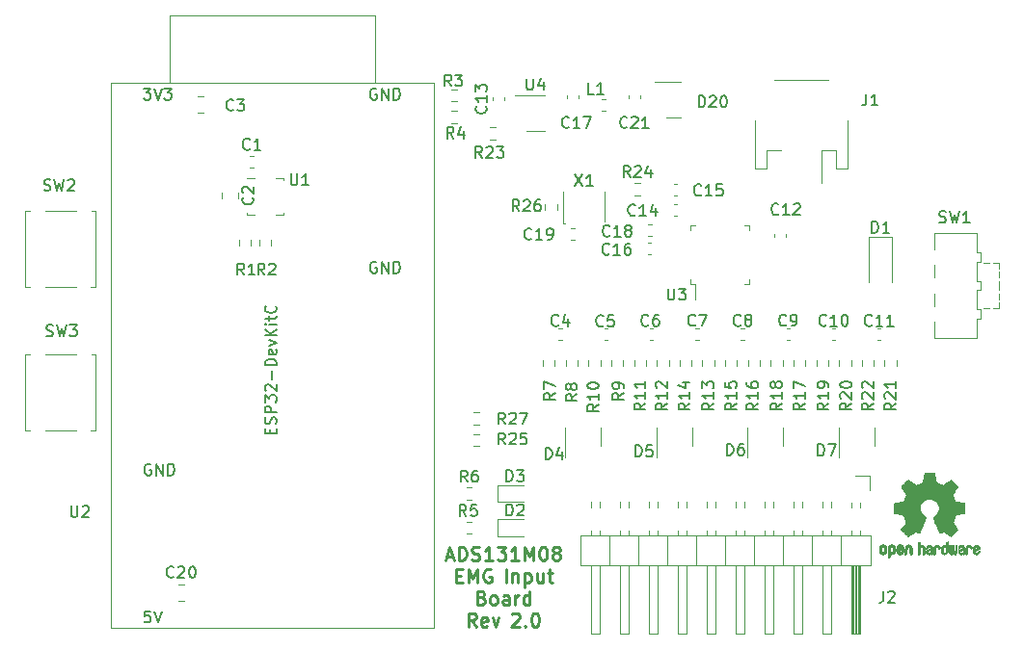
<source format=gbr>
%TF.GenerationSoftware,KiCad,Pcbnew,(7.0.0)*%
%TF.CreationDate,2023-04-27T20:35:20+01:00*%
%TF.ProjectId,ADS131M08 ESP32,41445331-3331-44d3-9038-204553503332,rev?*%
%TF.SameCoordinates,Original*%
%TF.FileFunction,Legend,Top*%
%TF.FilePolarity,Positive*%
%FSLAX46Y46*%
G04 Gerber Fmt 4.6, Leading zero omitted, Abs format (unit mm)*
G04 Created by KiCad (PCBNEW (7.0.0)) date 2023-04-27 20:35:20*
%MOMM*%
%LPD*%
G01*
G04 APERTURE LIST*
%ADD10C,0.250000*%
%ADD11C,0.150000*%
%ADD12C,0.120000*%
%ADD13C,0.010000*%
G04 APERTURE END LIST*
D10*
X152990000Y-92534000D02*
X153561429Y-92534000D01*
X152875714Y-92876857D02*
X153275714Y-91676857D01*
X153275714Y-91676857D02*
X153675714Y-92876857D01*
X154075714Y-92876857D02*
X154075714Y-91676857D01*
X154075714Y-91676857D02*
X154361428Y-91676857D01*
X154361428Y-91676857D02*
X154532857Y-91734000D01*
X154532857Y-91734000D02*
X154647142Y-91848285D01*
X154647142Y-91848285D02*
X154704285Y-91962571D01*
X154704285Y-91962571D02*
X154761428Y-92191142D01*
X154761428Y-92191142D02*
X154761428Y-92362571D01*
X154761428Y-92362571D02*
X154704285Y-92591142D01*
X154704285Y-92591142D02*
X154647142Y-92705428D01*
X154647142Y-92705428D02*
X154532857Y-92819714D01*
X154532857Y-92819714D02*
X154361428Y-92876857D01*
X154361428Y-92876857D02*
X154075714Y-92876857D01*
X155218571Y-92819714D02*
X155390000Y-92876857D01*
X155390000Y-92876857D02*
X155675714Y-92876857D01*
X155675714Y-92876857D02*
X155790000Y-92819714D01*
X155790000Y-92819714D02*
X155847142Y-92762571D01*
X155847142Y-92762571D02*
X155904285Y-92648285D01*
X155904285Y-92648285D02*
X155904285Y-92534000D01*
X155904285Y-92534000D02*
X155847142Y-92419714D01*
X155847142Y-92419714D02*
X155790000Y-92362571D01*
X155790000Y-92362571D02*
X155675714Y-92305428D01*
X155675714Y-92305428D02*
X155447142Y-92248285D01*
X155447142Y-92248285D02*
X155332857Y-92191142D01*
X155332857Y-92191142D02*
X155275714Y-92134000D01*
X155275714Y-92134000D02*
X155218571Y-92019714D01*
X155218571Y-92019714D02*
X155218571Y-91905428D01*
X155218571Y-91905428D02*
X155275714Y-91791142D01*
X155275714Y-91791142D02*
X155332857Y-91734000D01*
X155332857Y-91734000D02*
X155447142Y-91676857D01*
X155447142Y-91676857D02*
X155732857Y-91676857D01*
X155732857Y-91676857D02*
X155904285Y-91734000D01*
X157047142Y-92876857D02*
X156361428Y-92876857D01*
X156704285Y-92876857D02*
X156704285Y-91676857D01*
X156704285Y-91676857D02*
X156589999Y-91848285D01*
X156589999Y-91848285D02*
X156475714Y-91962571D01*
X156475714Y-91962571D02*
X156361428Y-92019714D01*
X157447142Y-91676857D02*
X158189999Y-91676857D01*
X158189999Y-91676857D02*
X157789999Y-92134000D01*
X157789999Y-92134000D02*
X157961428Y-92134000D01*
X157961428Y-92134000D02*
X158075714Y-92191142D01*
X158075714Y-92191142D02*
X158132856Y-92248285D01*
X158132856Y-92248285D02*
X158189999Y-92362571D01*
X158189999Y-92362571D02*
X158189999Y-92648285D01*
X158189999Y-92648285D02*
X158132856Y-92762571D01*
X158132856Y-92762571D02*
X158075714Y-92819714D01*
X158075714Y-92819714D02*
X157961428Y-92876857D01*
X157961428Y-92876857D02*
X157618571Y-92876857D01*
X157618571Y-92876857D02*
X157504285Y-92819714D01*
X157504285Y-92819714D02*
X157447142Y-92762571D01*
X159332856Y-92876857D02*
X158647142Y-92876857D01*
X158989999Y-92876857D02*
X158989999Y-91676857D01*
X158989999Y-91676857D02*
X158875713Y-91848285D01*
X158875713Y-91848285D02*
X158761428Y-91962571D01*
X158761428Y-91962571D02*
X158647142Y-92019714D01*
X159847142Y-92876857D02*
X159847142Y-91676857D01*
X159847142Y-91676857D02*
X160247142Y-92534000D01*
X160247142Y-92534000D02*
X160647142Y-91676857D01*
X160647142Y-91676857D02*
X160647142Y-92876857D01*
X161447142Y-91676857D02*
X161561428Y-91676857D01*
X161561428Y-91676857D02*
X161675714Y-91734000D01*
X161675714Y-91734000D02*
X161732857Y-91791142D01*
X161732857Y-91791142D02*
X161789999Y-91905428D01*
X161789999Y-91905428D02*
X161847142Y-92134000D01*
X161847142Y-92134000D02*
X161847142Y-92419714D01*
X161847142Y-92419714D02*
X161789999Y-92648285D01*
X161789999Y-92648285D02*
X161732857Y-92762571D01*
X161732857Y-92762571D02*
X161675714Y-92819714D01*
X161675714Y-92819714D02*
X161561428Y-92876857D01*
X161561428Y-92876857D02*
X161447142Y-92876857D01*
X161447142Y-92876857D02*
X161332857Y-92819714D01*
X161332857Y-92819714D02*
X161275714Y-92762571D01*
X161275714Y-92762571D02*
X161218571Y-92648285D01*
X161218571Y-92648285D02*
X161161428Y-92419714D01*
X161161428Y-92419714D02*
X161161428Y-92134000D01*
X161161428Y-92134000D02*
X161218571Y-91905428D01*
X161218571Y-91905428D02*
X161275714Y-91791142D01*
X161275714Y-91791142D02*
X161332857Y-91734000D01*
X161332857Y-91734000D02*
X161447142Y-91676857D01*
X162532856Y-92191142D02*
X162418571Y-92134000D01*
X162418571Y-92134000D02*
X162361428Y-92076857D01*
X162361428Y-92076857D02*
X162304285Y-91962571D01*
X162304285Y-91962571D02*
X162304285Y-91905428D01*
X162304285Y-91905428D02*
X162361428Y-91791142D01*
X162361428Y-91791142D02*
X162418571Y-91734000D01*
X162418571Y-91734000D02*
X162532856Y-91676857D01*
X162532856Y-91676857D02*
X162761428Y-91676857D01*
X162761428Y-91676857D02*
X162875714Y-91734000D01*
X162875714Y-91734000D02*
X162932856Y-91791142D01*
X162932856Y-91791142D02*
X162989999Y-91905428D01*
X162989999Y-91905428D02*
X162989999Y-91962571D01*
X162989999Y-91962571D02*
X162932856Y-92076857D01*
X162932856Y-92076857D02*
X162875714Y-92134000D01*
X162875714Y-92134000D02*
X162761428Y-92191142D01*
X162761428Y-92191142D02*
X162532856Y-92191142D01*
X162532856Y-92191142D02*
X162418571Y-92248285D01*
X162418571Y-92248285D02*
X162361428Y-92305428D01*
X162361428Y-92305428D02*
X162304285Y-92419714D01*
X162304285Y-92419714D02*
X162304285Y-92648285D01*
X162304285Y-92648285D02*
X162361428Y-92762571D01*
X162361428Y-92762571D02*
X162418571Y-92819714D01*
X162418571Y-92819714D02*
X162532856Y-92876857D01*
X162532856Y-92876857D02*
X162761428Y-92876857D01*
X162761428Y-92876857D02*
X162875714Y-92819714D01*
X162875714Y-92819714D02*
X162932856Y-92762571D01*
X162932856Y-92762571D02*
X162989999Y-92648285D01*
X162989999Y-92648285D02*
X162989999Y-92419714D01*
X162989999Y-92419714D02*
X162932856Y-92305428D01*
X162932856Y-92305428D02*
X162875714Y-92248285D01*
X162875714Y-92248285D02*
X162761428Y-92191142D01*
X153830000Y-94192285D02*
X154230000Y-94192285D01*
X154401428Y-94820857D02*
X153830000Y-94820857D01*
X153830000Y-94820857D02*
X153830000Y-93620857D01*
X153830000Y-93620857D02*
X154401428Y-93620857D01*
X154915714Y-94820857D02*
X154915714Y-93620857D01*
X154915714Y-93620857D02*
X155315714Y-94478000D01*
X155315714Y-94478000D02*
X155715714Y-93620857D01*
X155715714Y-93620857D02*
X155715714Y-94820857D01*
X156915714Y-93678000D02*
X156801429Y-93620857D01*
X156801429Y-93620857D02*
X156630000Y-93620857D01*
X156630000Y-93620857D02*
X156458571Y-93678000D01*
X156458571Y-93678000D02*
X156344286Y-93792285D01*
X156344286Y-93792285D02*
X156287143Y-93906571D01*
X156287143Y-93906571D02*
X156230000Y-94135142D01*
X156230000Y-94135142D02*
X156230000Y-94306571D01*
X156230000Y-94306571D02*
X156287143Y-94535142D01*
X156287143Y-94535142D02*
X156344286Y-94649428D01*
X156344286Y-94649428D02*
X156458571Y-94763714D01*
X156458571Y-94763714D02*
X156630000Y-94820857D01*
X156630000Y-94820857D02*
X156744286Y-94820857D01*
X156744286Y-94820857D02*
X156915714Y-94763714D01*
X156915714Y-94763714D02*
X156972857Y-94706571D01*
X156972857Y-94706571D02*
X156972857Y-94306571D01*
X156972857Y-94306571D02*
X156744286Y-94306571D01*
X158207143Y-94820857D02*
X158207143Y-93620857D01*
X158778572Y-94020857D02*
X158778572Y-94820857D01*
X158778572Y-94135142D02*
X158835715Y-94078000D01*
X158835715Y-94078000D02*
X158950000Y-94020857D01*
X158950000Y-94020857D02*
X159121429Y-94020857D01*
X159121429Y-94020857D02*
X159235715Y-94078000D01*
X159235715Y-94078000D02*
X159292858Y-94192285D01*
X159292858Y-94192285D02*
X159292858Y-94820857D01*
X159864286Y-94020857D02*
X159864286Y-95220857D01*
X159864286Y-94078000D02*
X159978572Y-94020857D01*
X159978572Y-94020857D02*
X160207143Y-94020857D01*
X160207143Y-94020857D02*
X160321429Y-94078000D01*
X160321429Y-94078000D02*
X160378572Y-94135142D01*
X160378572Y-94135142D02*
X160435714Y-94249428D01*
X160435714Y-94249428D02*
X160435714Y-94592285D01*
X160435714Y-94592285D02*
X160378572Y-94706571D01*
X160378572Y-94706571D02*
X160321429Y-94763714D01*
X160321429Y-94763714D02*
X160207143Y-94820857D01*
X160207143Y-94820857D02*
X159978572Y-94820857D01*
X159978572Y-94820857D02*
X159864286Y-94763714D01*
X161464286Y-94020857D02*
X161464286Y-94820857D01*
X160950000Y-94020857D02*
X160950000Y-94649428D01*
X160950000Y-94649428D02*
X161007143Y-94763714D01*
X161007143Y-94763714D02*
X161121428Y-94820857D01*
X161121428Y-94820857D02*
X161292857Y-94820857D01*
X161292857Y-94820857D02*
X161407143Y-94763714D01*
X161407143Y-94763714D02*
X161464286Y-94706571D01*
X161864285Y-94020857D02*
X162321428Y-94020857D01*
X162035714Y-93620857D02*
X162035714Y-94649428D01*
X162035714Y-94649428D02*
X162092857Y-94763714D01*
X162092857Y-94763714D02*
X162207142Y-94820857D01*
X162207142Y-94820857D02*
X162321428Y-94820857D01*
X156075715Y-96136285D02*
X156247143Y-96193428D01*
X156247143Y-96193428D02*
X156304286Y-96250571D01*
X156304286Y-96250571D02*
X156361429Y-96364857D01*
X156361429Y-96364857D02*
X156361429Y-96536285D01*
X156361429Y-96536285D02*
X156304286Y-96650571D01*
X156304286Y-96650571D02*
X156247143Y-96707714D01*
X156247143Y-96707714D02*
X156132858Y-96764857D01*
X156132858Y-96764857D02*
X155675715Y-96764857D01*
X155675715Y-96764857D02*
X155675715Y-95564857D01*
X155675715Y-95564857D02*
X156075715Y-95564857D01*
X156075715Y-95564857D02*
X156190001Y-95622000D01*
X156190001Y-95622000D02*
X156247143Y-95679142D01*
X156247143Y-95679142D02*
X156304286Y-95793428D01*
X156304286Y-95793428D02*
X156304286Y-95907714D01*
X156304286Y-95907714D02*
X156247143Y-96022000D01*
X156247143Y-96022000D02*
X156190001Y-96079142D01*
X156190001Y-96079142D02*
X156075715Y-96136285D01*
X156075715Y-96136285D02*
X155675715Y-96136285D01*
X157047143Y-96764857D02*
X156932858Y-96707714D01*
X156932858Y-96707714D02*
X156875715Y-96650571D01*
X156875715Y-96650571D02*
X156818572Y-96536285D01*
X156818572Y-96536285D02*
X156818572Y-96193428D01*
X156818572Y-96193428D02*
X156875715Y-96079142D01*
X156875715Y-96079142D02*
X156932858Y-96022000D01*
X156932858Y-96022000D02*
X157047143Y-95964857D01*
X157047143Y-95964857D02*
X157218572Y-95964857D01*
X157218572Y-95964857D02*
X157332858Y-96022000D01*
X157332858Y-96022000D02*
X157390001Y-96079142D01*
X157390001Y-96079142D02*
X157447143Y-96193428D01*
X157447143Y-96193428D02*
X157447143Y-96536285D01*
X157447143Y-96536285D02*
X157390001Y-96650571D01*
X157390001Y-96650571D02*
X157332858Y-96707714D01*
X157332858Y-96707714D02*
X157218572Y-96764857D01*
X157218572Y-96764857D02*
X157047143Y-96764857D01*
X158475715Y-96764857D02*
X158475715Y-96136285D01*
X158475715Y-96136285D02*
X158418572Y-96022000D01*
X158418572Y-96022000D02*
X158304286Y-95964857D01*
X158304286Y-95964857D02*
X158075715Y-95964857D01*
X158075715Y-95964857D02*
X157961429Y-96022000D01*
X158475715Y-96707714D02*
X158361429Y-96764857D01*
X158361429Y-96764857D02*
X158075715Y-96764857D01*
X158075715Y-96764857D02*
X157961429Y-96707714D01*
X157961429Y-96707714D02*
X157904286Y-96593428D01*
X157904286Y-96593428D02*
X157904286Y-96479142D01*
X157904286Y-96479142D02*
X157961429Y-96364857D01*
X157961429Y-96364857D02*
X158075715Y-96307714D01*
X158075715Y-96307714D02*
X158361429Y-96307714D01*
X158361429Y-96307714D02*
X158475715Y-96250571D01*
X159047143Y-96764857D02*
X159047143Y-95964857D01*
X159047143Y-96193428D02*
X159104286Y-96079142D01*
X159104286Y-96079142D02*
X159161429Y-96022000D01*
X159161429Y-96022000D02*
X159275714Y-95964857D01*
X159275714Y-95964857D02*
X159390000Y-95964857D01*
X160304286Y-96764857D02*
X160304286Y-95564857D01*
X160304286Y-96707714D02*
X160190000Y-96764857D01*
X160190000Y-96764857D02*
X159961428Y-96764857D01*
X159961428Y-96764857D02*
X159847143Y-96707714D01*
X159847143Y-96707714D02*
X159790000Y-96650571D01*
X159790000Y-96650571D02*
X159732857Y-96536285D01*
X159732857Y-96536285D02*
X159732857Y-96193428D01*
X159732857Y-96193428D02*
X159790000Y-96079142D01*
X159790000Y-96079142D02*
X159847143Y-96022000D01*
X159847143Y-96022000D02*
X159961428Y-95964857D01*
X159961428Y-95964857D02*
X160190000Y-95964857D01*
X160190000Y-95964857D02*
X160304286Y-96022000D01*
X155601428Y-98708857D02*
X155201428Y-98137428D01*
X154915714Y-98708857D02*
X154915714Y-97508857D01*
X154915714Y-97508857D02*
X155372857Y-97508857D01*
X155372857Y-97508857D02*
X155487142Y-97566000D01*
X155487142Y-97566000D02*
X155544285Y-97623142D01*
X155544285Y-97623142D02*
X155601428Y-97737428D01*
X155601428Y-97737428D02*
X155601428Y-97908857D01*
X155601428Y-97908857D02*
X155544285Y-98023142D01*
X155544285Y-98023142D02*
X155487142Y-98080285D01*
X155487142Y-98080285D02*
X155372857Y-98137428D01*
X155372857Y-98137428D02*
X154915714Y-98137428D01*
X156572857Y-98651714D02*
X156458571Y-98708857D01*
X156458571Y-98708857D02*
X156230000Y-98708857D01*
X156230000Y-98708857D02*
X156115714Y-98651714D01*
X156115714Y-98651714D02*
X156058571Y-98537428D01*
X156058571Y-98537428D02*
X156058571Y-98080285D01*
X156058571Y-98080285D02*
X156115714Y-97966000D01*
X156115714Y-97966000D02*
X156230000Y-97908857D01*
X156230000Y-97908857D02*
X156458571Y-97908857D01*
X156458571Y-97908857D02*
X156572857Y-97966000D01*
X156572857Y-97966000D02*
X156630000Y-98080285D01*
X156630000Y-98080285D02*
X156630000Y-98194571D01*
X156630000Y-98194571D02*
X156058571Y-98308857D01*
X157029999Y-97908857D02*
X157315713Y-98708857D01*
X157315713Y-98708857D02*
X157601428Y-97908857D01*
X158721428Y-97623142D02*
X158778571Y-97566000D01*
X158778571Y-97566000D02*
X158892857Y-97508857D01*
X158892857Y-97508857D02*
X159178571Y-97508857D01*
X159178571Y-97508857D02*
X159292857Y-97566000D01*
X159292857Y-97566000D02*
X159349999Y-97623142D01*
X159349999Y-97623142D02*
X159407142Y-97737428D01*
X159407142Y-97737428D02*
X159407142Y-97851714D01*
X159407142Y-97851714D02*
X159349999Y-98023142D01*
X159349999Y-98023142D02*
X158664285Y-98708857D01*
X158664285Y-98708857D02*
X159407142Y-98708857D01*
X159921428Y-98594571D02*
X159978571Y-98651714D01*
X159978571Y-98651714D02*
X159921428Y-98708857D01*
X159921428Y-98708857D02*
X159864285Y-98651714D01*
X159864285Y-98651714D02*
X159921428Y-98594571D01*
X159921428Y-98594571D02*
X159921428Y-98708857D01*
X160721428Y-97508857D02*
X160835714Y-97508857D01*
X160835714Y-97508857D02*
X160950000Y-97566000D01*
X160950000Y-97566000D02*
X161007143Y-97623142D01*
X161007143Y-97623142D02*
X161064285Y-97737428D01*
X161064285Y-97737428D02*
X161121428Y-97966000D01*
X161121428Y-97966000D02*
X161121428Y-98251714D01*
X161121428Y-98251714D02*
X161064285Y-98480285D01*
X161064285Y-98480285D02*
X161007143Y-98594571D01*
X161007143Y-98594571D02*
X160950000Y-98651714D01*
X160950000Y-98651714D02*
X160835714Y-98708857D01*
X160835714Y-98708857D02*
X160721428Y-98708857D01*
X160721428Y-98708857D02*
X160607143Y-98651714D01*
X160607143Y-98651714D02*
X160550000Y-98594571D01*
X160550000Y-98594571D02*
X160492857Y-98480285D01*
X160492857Y-98480285D02*
X160435714Y-98251714D01*
X160435714Y-98251714D02*
X160435714Y-97966000D01*
X160435714Y-97966000D02*
X160492857Y-97737428D01*
X160492857Y-97737428D02*
X160550000Y-97623142D01*
X160550000Y-97623142D02*
X160607143Y-97566000D01*
X160607143Y-97566000D02*
X160721428Y-97508857D01*
D11*
%TO.C,R17*%
X184467380Y-79042857D02*
X183991190Y-79376190D01*
X184467380Y-79614285D02*
X183467380Y-79614285D01*
X183467380Y-79614285D02*
X183467380Y-79233333D01*
X183467380Y-79233333D02*
X183515000Y-79138095D01*
X183515000Y-79138095D02*
X183562619Y-79090476D01*
X183562619Y-79090476D02*
X183657857Y-79042857D01*
X183657857Y-79042857D02*
X183800714Y-79042857D01*
X183800714Y-79042857D02*
X183895952Y-79090476D01*
X183895952Y-79090476D02*
X183943571Y-79138095D01*
X183943571Y-79138095D02*
X183991190Y-79233333D01*
X183991190Y-79233333D02*
X183991190Y-79614285D01*
X184467380Y-78090476D02*
X184467380Y-78661904D01*
X184467380Y-78376190D02*
X183467380Y-78376190D01*
X183467380Y-78376190D02*
X183610238Y-78471428D01*
X183610238Y-78471428D02*
X183705476Y-78566666D01*
X183705476Y-78566666D02*
X183753095Y-78661904D01*
X183467380Y-77757142D02*
X183467380Y-77090476D01*
X183467380Y-77090476D02*
X184467380Y-77519047D01*
%TO.C,C4*%
X162833333Y-72172142D02*
X162785714Y-72219761D01*
X162785714Y-72219761D02*
X162642857Y-72267380D01*
X162642857Y-72267380D02*
X162547619Y-72267380D01*
X162547619Y-72267380D02*
X162404762Y-72219761D01*
X162404762Y-72219761D02*
X162309524Y-72124523D01*
X162309524Y-72124523D02*
X162261905Y-72029285D01*
X162261905Y-72029285D02*
X162214286Y-71838809D01*
X162214286Y-71838809D02*
X162214286Y-71695952D01*
X162214286Y-71695952D02*
X162261905Y-71505476D01*
X162261905Y-71505476D02*
X162309524Y-71410238D01*
X162309524Y-71410238D02*
X162404762Y-71315000D01*
X162404762Y-71315000D02*
X162547619Y-71267380D01*
X162547619Y-71267380D02*
X162642857Y-71267380D01*
X162642857Y-71267380D02*
X162785714Y-71315000D01*
X162785714Y-71315000D02*
X162833333Y-71362619D01*
X163690476Y-71600714D02*
X163690476Y-72267380D01*
X163452381Y-71219761D02*
X163214286Y-71934047D01*
X163214286Y-71934047D02*
X163833333Y-71934047D01*
%TO.C,R21*%
X192467380Y-79042857D02*
X191991190Y-79376190D01*
X192467380Y-79614285D02*
X191467380Y-79614285D01*
X191467380Y-79614285D02*
X191467380Y-79233333D01*
X191467380Y-79233333D02*
X191515000Y-79138095D01*
X191515000Y-79138095D02*
X191562619Y-79090476D01*
X191562619Y-79090476D02*
X191657857Y-79042857D01*
X191657857Y-79042857D02*
X191800714Y-79042857D01*
X191800714Y-79042857D02*
X191895952Y-79090476D01*
X191895952Y-79090476D02*
X191943571Y-79138095D01*
X191943571Y-79138095D02*
X191991190Y-79233333D01*
X191991190Y-79233333D02*
X191991190Y-79614285D01*
X191562619Y-78661904D02*
X191515000Y-78614285D01*
X191515000Y-78614285D02*
X191467380Y-78519047D01*
X191467380Y-78519047D02*
X191467380Y-78280952D01*
X191467380Y-78280952D02*
X191515000Y-78185714D01*
X191515000Y-78185714D02*
X191562619Y-78138095D01*
X191562619Y-78138095D02*
X191657857Y-78090476D01*
X191657857Y-78090476D02*
X191753095Y-78090476D01*
X191753095Y-78090476D02*
X191895952Y-78138095D01*
X191895952Y-78138095D02*
X192467380Y-78709523D01*
X192467380Y-78709523D02*
X192467380Y-78090476D01*
X192467380Y-77138095D02*
X192467380Y-77709523D01*
X192467380Y-77423809D02*
X191467380Y-77423809D01*
X191467380Y-77423809D02*
X191610238Y-77519047D01*
X191610238Y-77519047D02*
X191705476Y-77614285D01*
X191705476Y-77614285D02*
X191753095Y-77709523D01*
%TO.C,D3*%
X158261905Y-85937380D02*
X158261905Y-84937380D01*
X158261905Y-84937380D02*
X158500000Y-84937380D01*
X158500000Y-84937380D02*
X158642857Y-84985000D01*
X158642857Y-84985000D02*
X158738095Y-85080238D01*
X158738095Y-85080238D02*
X158785714Y-85175476D01*
X158785714Y-85175476D02*
X158833333Y-85365952D01*
X158833333Y-85365952D02*
X158833333Y-85508809D01*
X158833333Y-85508809D02*
X158785714Y-85699285D01*
X158785714Y-85699285D02*
X158738095Y-85794523D01*
X158738095Y-85794523D02*
X158642857Y-85889761D01*
X158642857Y-85889761D02*
X158500000Y-85937380D01*
X158500000Y-85937380D02*
X158261905Y-85937380D01*
X159166667Y-84937380D02*
X159785714Y-84937380D01*
X159785714Y-84937380D02*
X159452381Y-85318333D01*
X159452381Y-85318333D02*
X159595238Y-85318333D01*
X159595238Y-85318333D02*
X159690476Y-85365952D01*
X159690476Y-85365952D02*
X159738095Y-85413571D01*
X159738095Y-85413571D02*
X159785714Y-85508809D01*
X159785714Y-85508809D02*
X159785714Y-85746904D01*
X159785714Y-85746904D02*
X159738095Y-85842142D01*
X159738095Y-85842142D02*
X159690476Y-85889761D01*
X159690476Y-85889761D02*
X159595238Y-85937380D01*
X159595238Y-85937380D02*
X159309524Y-85937380D01*
X159309524Y-85937380D02*
X159214286Y-85889761D01*
X159214286Y-85889761D02*
X159166667Y-85842142D01*
%TO.C,R20*%
X188567380Y-79042857D02*
X188091190Y-79376190D01*
X188567380Y-79614285D02*
X187567380Y-79614285D01*
X187567380Y-79614285D02*
X187567380Y-79233333D01*
X187567380Y-79233333D02*
X187615000Y-79138095D01*
X187615000Y-79138095D02*
X187662619Y-79090476D01*
X187662619Y-79090476D02*
X187757857Y-79042857D01*
X187757857Y-79042857D02*
X187900714Y-79042857D01*
X187900714Y-79042857D02*
X187995952Y-79090476D01*
X187995952Y-79090476D02*
X188043571Y-79138095D01*
X188043571Y-79138095D02*
X188091190Y-79233333D01*
X188091190Y-79233333D02*
X188091190Y-79614285D01*
X187662619Y-78661904D02*
X187615000Y-78614285D01*
X187615000Y-78614285D02*
X187567380Y-78519047D01*
X187567380Y-78519047D02*
X187567380Y-78280952D01*
X187567380Y-78280952D02*
X187615000Y-78185714D01*
X187615000Y-78185714D02*
X187662619Y-78138095D01*
X187662619Y-78138095D02*
X187757857Y-78090476D01*
X187757857Y-78090476D02*
X187853095Y-78090476D01*
X187853095Y-78090476D02*
X187995952Y-78138095D01*
X187995952Y-78138095D02*
X188567380Y-78709523D01*
X188567380Y-78709523D02*
X188567380Y-78090476D01*
X187567380Y-77471428D02*
X187567380Y-77376190D01*
X187567380Y-77376190D02*
X187615000Y-77280952D01*
X187615000Y-77280952D02*
X187662619Y-77233333D01*
X187662619Y-77233333D02*
X187757857Y-77185714D01*
X187757857Y-77185714D02*
X187948333Y-77138095D01*
X187948333Y-77138095D02*
X188186428Y-77138095D01*
X188186428Y-77138095D02*
X188376904Y-77185714D01*
X188376904Y-77185714D02*
X188472142Y-77233333D01*
X188472142Y-77233333D02*
X188519761Y-77280952D01*
X188519761Y-77280952D02*
X188567380Y-77376190D01*
X188567380Y-77376190D02*
X188567380Y-77471428D01*
X188567380Y-77471428D02*
X188519761Y-77566666D01*
X188519761Y-77566666D02*
X188472142Y-77614285D01*
X188472142Y-77614285D02*
X188376904Y-77661904D01*
X188376904Y-77661904D02*
X188186428Y-77709523D01*
X188186428Y-77709523D02*
X187948333Y-77709523D01*
X187948333Y-77709523D02*
X187757857Y-77661904D01*
X187757857Y-77661904D02*
X187662619Y-77614285D01*
X187662619Y-77614285D02*
X187615000Y-77566666D01*
X187615000Y-77566666D02*
X187567380Y-77471428D01*
%TO.C,C11*%
X190347142Y-72172142D02*
X190299523Y-72219761D01*
X190299523Y-72219761D02*
X190156666Y-72267380D01*
X190156666Y-72267380D02*
X190061428Y-72267380D01*
X190061428Y-72267380D02*
X189918571Y-72219761D01*
X189918571Y-72219761D02*
X189823333Y-72124523D01*
X189823333Y-72124523D02*
X189775714Y-72029285D01*
X189775714Y-72029285D02*
X189728095Y-71838809D01*
X189728095Y-71838809D02*
X189728095Y-71695952D01*
X189728095Y-71695952D02*
X189775714Y-71505476D01*
X189775714Y-71505476D02*
X189823333Y-71410238D01*
X189823333Y-71410238D02*
X189918571Y-71315000D01*
X189918571Y-71315000D02*
X190061428Y-71267380D01*
X190061428Y-71267380D02*
X190156666Y-71267380D01*
X190156666Y-71267380D02*
X190299523Y-71315000D01*
X190299523Y-71315000D02*
X190347142Y-71362619D01*
X191299523Y-72267380D02*
X190728095Y-72267380D01*
X191013809Y-72267380D02*
X191013809Y-71267380D01*
X191013809Y-71267380D02*
X190918571Y-71410238D01*
X190918571Y-71410238D02*
X190823333Y-71505476D01*
X190823333Y-71505476D02*
X190728095Y-71553095D01*
X192251904Y-72267380D02*
X191680476Y-72267380D01*
X191966190Y-72267380D02*
X191966190Y-71267380D01*
X191966190Y-71267380D02*
X191870952Y-71410238D01*
X191870952Y-71410238D02*
X191775714Y-71505476D01*
X191775714Y-71505476D02*
X191680476Y-71553095D01*
%TO.C,R16*%
X180367380Y-79042857D02*
X179891190Y-79376190D01*
X180367380Y-79614285D02*
X179367380Y-79614285D01*
X179367380Y-79614285D02*
X179367380Y-79233333D01*
X179367380Y-79233333D02*
X179415000Y-79138095D01*
X179415000Y-79138095D02*
X179462619Y-79090476D01*
X179462619Y-79090476D02*
X179557857Y-79042857D01*
X179557857Y-79042857D02*
X179700714Y-79042857D01*
X179700714Y-79042857D02*
X179795952Y-79090476D01*
X179795952Y-79090476D02*
X179843571Y-79138095D01*
X179843571Y-79138095D02*
X179891190Y-79233333D01*
X179891190Y-79233333D02*
X179891190Y-79614285D01*
X180367380Y-78090476D02*
X180367380Y-78661904D01*
X180367380Y-78376190D02*
X179367380Y-78376190D01*
X179367380Y-78376190D02*
X179510238Y-78471428D01*
X179510238Y-78471428D02*
X179605476Y-78566666D01*
X179605476Y-78566666D02*
X179653095Y-78661904D01*
X179367380Y-77233333D02*
X179367380Y-77423809D01*
X179367380Y-77423809D02*
X179415000Y-77519047D01*
X179415000Y-77519047D02*
X179462619Y-77566666D01*
X179462619Y-77566666D02*
X179605476Y-77661904D01*
X179605476Y-77661904D02*
X179795952Y-77709523D01*
X179795952Y-77709523D02*
X180176904Y-77709523D01*
X180176904Y-77709523D02*
X180272142Y-77661904D01*
X180272142Y-77661904D02*
X180319761Y-77614285D01*
X180319761Y-77614285D02*
X180367380Y-77519047D01*
X180367380Y-77519047D02*
X180367380Y-77328571D01*
X180367380Y-77328571D02*
X180319761Y-77233333D01*
X180319761Y-77233333D02*
X180272142Y-77185714D01*
X180272142Y-77185714D02*
X180176904Y-77138095D01*
X180176904Y-77138095D02*
X179938809Y-77138095D01*
X179938809Y-77138095D02*
X179843571Y-77185714D01*
X179843571Y-77185714D02*
X179795952Y-77233333D01*
X179795952Y-77233333D02*
X179748333Y-77328571D01*
X179748333Y-77328571D02*
X179748333Y-77519047D01*
X179748333Y-77519047D02*
X179795952Y-77614285D01*
X179795952Y-77614285D02*
X179843571Y-77661904D01*
X179843571Y-77661904D02*
X179938809Y-77709523D01*
%TO.C,L1*%
X165933333Y-51867380D02*
X165457143Y-51867380D01*
X165457143Y-51867380D02*
X165457143Y-50867380D01*
X166790476Y-51867380D02*
X166219048Y-51867380D01*
X166504762Y-51867380D02*
X166504762Y-50867380D01*
X166504762Y-50867380D02*
X166409524Y-51010238D01*
X166409524Y-51010238D02*
X166314286Y-51105476D01*
X166314286Y-51105476D02*
X166219048Y-51153095D01*
%TO.C,D6*%
X177621905Y-83627380D02*
X177621905Y-82627380D01*
X177621905Y-82627380D02*
X177860000Y-82627380D01*
X177860000Y-82627380D02*
X178002857Y-82675000D01*
X178002857Y-82675000D02*
X178098095Y-82770238D01*
X178098095Y-82770238D02*
X178145714Y-82865476D01*
X178145714Y-82865476D02*
X178193333Y-83055952D01*
X178193333Y-83055952D02*
X178193333Y-83198809D01*
X178193333Y-83198809D02*
X178145714Y-83389285D01*
X178145714Y-83389285D02*
X178098095Y-83484523D01*
X178098095Y-83484523D02*
X178002857Y-83579761D01*
X178002857Y-83579761D02*
X177860000Y-83627380D01*
X177860000Y-83627380D02*
X177621905Y-83627380D01*
X179050476Y-82627380D02*
X178860000Y-82627380D01*
X178860000Y-82627380D02*
X178764762Y-82675000D01*
X178764762Y-82675000D02*
X178717143Y-82722619D01*
X178717143Y-82722619D02*
X178621905Y-82865476D01*
X178621905Y-82865476D02*
X178574286Y-83055952D01*
X178574286Y-83055952D02*
X178574286Y-83436904D01*
X178574286Y-83436904D02*
X178621905Y-83532142D01*
X178621905Y-83532142D02*
X178669524Y-83579761D01*
X178669524Y-83579761D02*
X178764762Y-83627380D01*
X178764762Y-83627380D02*
X178955238Y-83627380D01*
X178955238Y-83627380D02*
X179050476Y-83579761D01*
X179050476Y-83579761D02*
X179098095Y-83532142D01*
X179098095Y-83532142D02*
X179145714Y-83436904D01*
X179145714Y-83436904D02*
X179145714Y-83198809D01*
X179145714Y-83198809D02*
X179098095Y-83103571D01*
X179098095Y-83103571D02*
X179050476Y-83055952D01*
X179050476Y-83055952D02*
X178955238Y-83008333D01*
X178955238Y-83008333D02*
X178764762Y-83008333D01*
X178764762Y-83008333D02*
X178669524Y-83055952D01*
X178669524Y-83055952D02*
X178621905Y-83103571D01*
X178621905Y-83103571D02*
X178574286Y-83198809D01*
%TO.C,D4*%
X161701905Y-83977380D02*
X161701905Y-82977380D01*
X161701905Y-82977380D02*
X161940000Y-82977380D01*
X161940000Y-82977380D02*
X162082857Y-83025000D01*
X162082857Y-83025000D02*
X162178095Y-83120238D01*
X162178095Y-83120238D02*
X162225714Y-83215476D01*
X162225714Y-83215476D02*
X162273333Y-83405952D01*
X162273333Y-83405952D02*
X162273333Y-83548809D01*
X162273333Y-83548809D02*
X162225714Y-83739285D01*
X162225714Y-83739285D02*
X162178095Y-83834523D01*
X162178095Y-83834523D02*
X162082857Y-83929761D01*
X162082857Y-83929761D02*
X161940000Y-83977380D01*
X161940000Y-83977380D02*
X161701905Y-83977380D01*
X163130476Y-83310714D02*
X163130476Y-83977380D01*
X162892381Y-82929761D02*
X162654286Y-83644047D01*
X162654286Y-83644047D02*
X163273333Y-83644047D01*
%TO.C,R5*%
X154733333Y-88967380D02*
X154400000Y-88491190D01*
X154161905Y-88967380D02*
X154161905Y-87967380D01*
X154161905Y-87967380D02*
X154542857Y-87967380D01*
X154542857Y-87967380D02*
X154638095Y-88015000D01*
X154638095Y-88015000D02*
X154685714Y-88062619D01*
X154685714Y-88062619D02*
X154733333Y-88157857D01*
X154733333Y-88157857D02*
X154733333Y-88300714D01*
X154733333Y-88300714D02*
X154685714Y-88395952D01*
X154685714Y-88395952D02*
X154638095Y-88443571D01*
X154638095Y-88443571D02*
X154542857Y-88491190D01*
X154542857Y-88491190D02*
X154161905Y-88491190D01*
X155638095Y-87967380D02*
X155161905Y-87967380D01*
X155161905Y-87967380D02*
X155114286Y-88443571D01*
X155114286Y-88443571D02*
X155161905Y-88395952D01*
X155161905Y-88395952D02*
X155257143Y-88348333D01*
X155257143Y-88348333D02*
X155495238Y-88348333D01*
X155495238Y-88348333D02*
X155590476Y-88395952D01*
X155590476Y-88395952D02*
X155638095Y-88443571D01*
X155638095Y-88443571D02*
X155685714Y-88538809D01*
X155685714Y-88538809D02*
X155685714Y-88776904D01*
X155685714Y-88776904D02*
X155638095Y-88872142D01*
X155638095Y-88872142D02*
X155590476Y-88919761D01*
X155590476Y-88919761D02*
X155495238Y-88967380D01*
X155495238Y-88967380D02*
X155257143Y-88967380D01*
X155257143Y-88967380D02*
X155161905Y-88919761D01*
X155161905Y-88919761D02*
X155114286Y-88872142D01*
%TO.C,U3*%
X172448095Y-68967380D02*
X172448095Y-69776904D01*
X172448095Y-69776904D02*
X172495714Y-69872142D01*
X172495714Y-69872142D02*
X172543333Y-69919761D01*
X172543333Y-69919761D02*
X172638571Y-69967380D01*
X172638571Y-69967380D02*
X172829047Y-69967380D01*
X172829047Y-69967380D02*
X172924285Y-69919761D01*
X172924285Y-69919761D02*
X172971904Y-69872142D01*
X172971904Y-69872142D02*
X173019523Y-69776904D01*
X173019523Y-69776904D02*
X173019523Y-68967380D01*
X173400476Y-68967380D02*
X174019523Y-68967380D01*
X174019523Y-68967380D02*
X173686190Y-69348333D01*
X173686190Y-69348333D02*
X173829047Y-69348333D01*
X173829047Y-69348333D02*
X173924285Y-69395952D01*
X173924285Y-69395952D02*
X173971904Y-69443571D01*
X173971904Y-69443571D02*
X174019523Y-69538809D01*
X174019523Y-69538809D02*
X174019523Y-69776904D01*
X174019523Y-69776904D02*
X173971904Y-69872142D01*
X173971904Y-69872142D02*
X173924285Y-69919761D01*
X173924285Y-69919761D02*
X173829047Y-69967380D01*
X173829047Y-69967380D02*
X173543333Y-69967380D01*
X173543333Y-69967380D02*
X173448095Y-69919761D01*
X173448095Y-69919761D02*
X173400476Y-69872142D01*
%TO.C,C17*%
X163757142Y-54772142D02*
X163709523Y-54819761D01*
X163709523Y-54819761D02*
X163566666Y-54867380D01*
X163566666Y-54867380D02*
X163471428Y-54867380D01*
X163471428Y-54867380D02*
X163328571Y-54819761D01*
X163328571Y-54819761D02*
X163233333Y-54724523D01*
X163233333Y-54724523D02*
X163185714Y-54629285D01*
X163185714Y-54629285D02*
X163138095Y-54438809D01*
X163138095Y-54438809D02*
X163138095Y-54295952D01*
X163138095Y-54295952D02*
X163185714Y-54105476D01*
X163185714Y-54105476D02*
X163233333Y-54010238D01*
X163233333Y-54010238D02*
X163328571Y-53915000D01*
X163328571Y-53915000D02*
X163471428Y-53867380D01*
X163471428Y-53867380D02*
X163566666Y-53867380D01*
X163566666Y-53867380D02*
X163709523Y-53915000D01*
X163709523Y-53915000D02*
X163757142Y-53962619D01*
X164709523Y-54867380D02*
X164138095Y-54867380D01*
X164423809Y-54867380D02*
X164423809Y-53867380D01*
X164423809Y-53867380D02*
X164328571Y-54010238D01*
X164328571Y-54010238D02*
X164233333Y-54105476D01*
X164233333Y-54105476D02*
X164138095Y-54153095D01*
X165042857Y-53867380D02*
X165709523Y-53867380D01*
X165709523Y-53867380D02*
X165280952Y-54867380D01*
%TO.C,R19*%
X186567380Y-79042857D02*
X186091190Y-79376190D01*
X186567380Y-79614285D02*
X185567380Y-79614285D01*
X185567380Y-79614285D02*
X185567380Y-79233333D01*
X185567380Y-79233333D02*
X185615000Y-79138095D01*
X185615000Y-79138095D02*
X185662619Y-79090476D01*
X185662619Y-79090476D02*
X185757857Y-79042857D01*
X185757857Y-79042857D02*
X185900714Y-79042857D01*
X185900714Y-79042857D02*
X185995952Y-79090476D01*
X185995952Y-79090476D02*
X186043571Y-79138095D01*
X186043571Y-79138095D02*
X186091190Y-79233333D01*
X186091190Y-79233333D02*
X186091190Y-79614285D01*
X186567380Y-78090476D02*
X186567380Y-78661904D01*
X186567380Y-78376190D02*
X185567380Y-78376190D01*
X185567380Y-78376190D02*
X185710238Y-78471428D01*
X185710238Y-78471428D02*
X185805476Y-78566666D01*
X185805476Y-78566666D02*
X185853095Y-78661904D01*
X186567380Y-77614285D02*
X186567380Y-77423809D01*
X186567380Y-77423809D02*
X186519761Y-77328571D01*
X186519761Y-77328571D02*
X186472142Y-77280952D01*
X186472142Y-77280952D02*
X186329285Y-77185714D01*
X186329285Y-77185714D02*
X186138809Y-77138095D01*
X186138809Y-77138095D02*
X185757857Y-77138095D01*
X185757857Y-77138095D02*
X185662619Y-77185714D01*
X185662619Y-77185714D02*
X185615000Y-77233333D01*
X185615000Y-77233333D02*
X185567380Y-77328571D01*
X185567380Y-77328571D02*
X185567380Y-77519047D01*
X185567380Y-77519047D02*
X185615000Y-77614285D01*
X185615000Y-77614285D02*
X185662619Y-77661904D01*
X185662619Y-77661904D02*
X185757857Y-77709523D01*
X185757857Y-77709523D02*
X185995952Y-77709523D01*
X185995952Y-77709523D02*
X186091190Y-77661904D01*
X186091190Y-77661904D02*
X186138809Y-77614285D01*
X186138809Y-77614285D02*
X186186428Y-77519047D01*
X186186428Y-77519047D02*
X186186428Y-77328571D01*
X186186428Y-77328571D02*
X186138809Y-77233333D01*
X186138809Y-77233333D02*
X186091190Y-77185714D01*
X186091190Y-77185714D02*
X185995952Y-77138095D01*
%TO.C,R11*%
X170467380Y-79042857D02*
X169991190Y-79376190D01*
X170467380Y-79614285D02*
X169467380Y-79614285D01*
X169467380Y-79614285D02*
X169467380Y-79233333D01*
X169467380Y-79233333D02*
X169515000Y-79138095D01*
X169515000Y-79138095D02*
X169562619Y-79090476D01*
X169562619Y-79090476D02*
X169657857Y-79042857D01*
X169657857Y-79042857D02*
X169800714Y-79042857D01*
X169800714Y-79042857D02*
X169895952Y-79090476D01*
X169895952Y-79090476D02*
X169943571Y-79138095D01*
X169943571Y-79138095D02*
X169991190Y-79233333D01*
X169991190Y-79233333D02*
X169991190Y-79614285D01*
X170467380Y-78090476D02*
X170467380Y-78661904D01*
X170467380Y-78376190D02*
X169467380Y-78376190D01*
X169467380Y-78376190D02*
X169610238Y-78471428D01*
X169610238Y-78471428D02*
X169705476Y-78566666D01*
X169705476Y-78566666D02*
X169753095Y-78661904D01*
X170467380Y-77138095D02*
X170467380Y-77709523D01*
X170467380Y-77423809D02*
X169467380Y-77423809D01*
X169467380Y-77423809D02*
X169610238Y-77519047D01*
X169610238Y-77519047D02*
X169705476Y-77614285D01*
X169705476Y-77614285D02*
X169753095Y-77709523D01*
%TO.C,SW2*%
X117666667Y-60319761D02*
X117809524Y-60367380D01*
X117809524Y-60367380D02*
X118047619Y-60367380D01*
X118047619Y-60367380D02*
X118142857Y-60319761D01*
X118142857Y-60319761D02*
X118190476Y-60272142D01*
X118190476Y-60272142D02*
X118238095Y-60176904D01*
X118238095Y-60176904D02*
X118238095Y-60081666D01*
X118238095Y-60081666D02*
X118190476Y-59986428D01*
X118190476Y-59986428D02*
X118142857Y-59938809D01*
X118142857Y-59938809D02*
X118047619Y-59891190D01*
X118047619Y-59891190D02*
X117857143Y-59843571D01*
X117857143Y-59843571D02*
X117761905Y-59795952D01*
X117761905Y-59795952D02*
X117714286Y-59748333D01*
X117714286Y-59748333D02*
X117666667Y-59653095D01*
X117666667Y-59653095D02*
X117666667Y-59557857D01*
X117666667Y-59557857D02*
X117714286Y-59462619D01*
X117714286Y-59462619D02*
X117761905Y-59415000D01*
X117761905Y-59415000D02*
X117857143Y-59367380D01*
X117857143Y-59367380D02*
X118095238Y-59367380D01*
X118095238Y-59367380D02*
X118238095Y-59415000D01*
X118571429Y-59367380D02*
X118809524Y-60367380D01*
X118809524Y-60367380D02*
X119000000Y-59653095D01*
X119000000Y-59653095D02*
X119190476Y-60367380D01*
X119190476Y-60367380D02*
X119428572Y-59367380D01*
X119761905Y-59462619D02*
X119809524Y-59415000D01*
X119809524Y-59415000D02*
X119904762Y-59367380D01*
X119904762Y-59367380D02*
X120142857Y-59367380D01*
X120142857Y-59367380D02*
X120238095Y-59415000D01*
X120238095Y-59415000D02*
X120285714Y-59462619D01*
X120285714Y-59462619D02*
X120333333Y-59557857D01*
X120333333Y-59557857D02*
X120333333Y-59653095D01*
X120333333Y-59653095D02*
X120285714Y-59795952D01*
X120285714Y-59795952D02*
X119714286Y-60367380D01*
X119714286Y-60367380D02*
X120333333Y-60367380D01*
%TO.C,C3*%
X134283333Y-53232142D02*
X134235714Y-53279761D01*
X134235714Y-53279761D02*
X134092857Y-53327380D01*
X134092857Y-53327380D02*
X133997619Y-53327380D01*
X133997619Y-53327380D02*
X133854762Y-53279761D01*
X133854762Y-53279761D02*
X133759524Y-53184523D01*
X133759524Y-53184523D02*
X133711905Y-53089285D01*
X133711905Y-53089285D02*
X133664286Y-52898809D01*
X133664286Y-52898809D02*
X133664286Y-52755952D01*
X133664286Y-52755952D02*
X133711905Y-52565476D01*
X133711905Y-52565476D02*
X133759524Y-52470238D01*
X133759524Y-52470238D02*
X133854762Y-52375000D01*
X133854762Y-52375000D02*
X133997619Y-52327380D01*
X133997619Y-52327380D02*
X134092857Y-52327380D01*
X134092857Y-52327380D02*
X134235714Y-52375000D01*
X134235714Y-52375000D02*
X134283333Y-52422619D01*
X134616667Y-52327380D02*
X135235714Y-52327380D01*
X135235714Y-52327380D02*
X134902381Y-52708333D01*
X134902381Y-52708333D02*
X135045238Y-52708333D01*
X135045238Y-52708333D02*
X135140476Y-52755952D01*
X135140476Y-52755952D02*
X135188095Y-52803571D01*
X135188095Y-52803571D02*
X135235714Y-52898809D01*
X135235714Y-52898809D02*
X135235714Y-53136904D01*
X135235714Y-53136904D02*
X135188095Y-53232142D01*
X135188095Y-53232142D02*
X135140476Y-53279761D01*
X135140476Y-53279761D02*
X135045238Y-53327380D01*
X135045238Y-53327380D02*
X134759524Y-53327380D01*
X134759524Y-53327380D02*
X134664286Y-53279761D01*
X134664286Y-53279761D02*
X134616667Y-53232142D01*
%TO.C,D2*%
X158261905Y-88937380D02*
X158261905Y-87937380D01*
X158261905Y-87937380D02*
X158500000Y-87937380D01*
X158500000Y-87937380D02*
X158642857Y-87985000D01*
X158642857Y-87985000D02*
X158738095Y-88080238D01*
X158738095Y-88080238D02*
X158785714Y-88175476D01*
X158785714Y-88175476D02*
X158833333Y-88365952D01*
X158833333Y-88365952D02*
X158833333Y-88508809D01*
X158833333Y-88508809D02*
X158785714Y-88699285D01*
X158785714Y-88699285D02*
X158738095Y-88794523D01*
X158738095Y-88794523D02*
X158642857Y-88889761D01*
X158642857Y-88889761D02*
X158500000Y-88937380D01*
X158500000Y-88937380D02*
X158261905Y-88937380D01*
X159214286Y-88032619D02*
X159261905Y-87985000D01*
X159261905Y-87985000D02*
X159357143Y-87937380D01*
X159357143Y-87937380D02*
X159595238Y-87937380D01*
X159595238Y-87937380D02*
X159690476Y-87985000D01*
X159690476Y-87985000D02*
X159738095Y-88032619D01*
X159738095Y-88032619D02*
X159785714Y-88127857D01*
X159785714Y-88127857D02*
X159785714Y-88223095D01*
X159785714Y-88223095D02*
X159738095Y-88365952D01*
X159738095Y-88365952D02*
X159166667Y-88937380D01*
X159166667Y-88937380D02*
X159785714Y-88937380D01*
%TO.C,R23*%
X156132142Y-57467380D02*
X155798809Y-56991190D01*
X155560714Y-57467380D02*
X155560714Y-56467380D01*
X155560714Y-56467380D02*
X155941666Y-56467380D01*
X155941666Y-56467380D02*
X156036904Y-56515000D01*
X156036904Y-56515000D02*
X156084523Y-56562619D01*
X156084523Y-56562619D02*
X156132142Y-56657857D01*
X156132142Y-56657857D02*
X156132142Y-56800714D01*
X156132142Y-56800714D02*
X156084523Y-56895952D01*
X156084523Y-56895952D02*
X156036904Y-56943571D01*
X156036904Y-56943571D02*
X155941666Y-56991190D01*
X155941666Y-56991190D02*
X155560714Y-56991190D01*
X156513095Y-56562619D02*
X156560714Y-56515000D01*
X156560714Y-56515000D02*
X156655952Y-56467380D01*
X156655952Y-56467380D02*
X156894047Y-56467380D01*
X156894047Y-56467380D02*
X156989285Y-56515000D01*
X156989285Y-56515000D02*
X157036904Y-56562619D01*
X157036904Y-56562619D02*
X157084523Y-56657857D01*
X157084523Y-56657857D02*
X157084523Y-56753095D01*
X157084523Y-56753095D02*
X157036904Y-56895952D01*
X157036904Y-56895952D02*
X156465476Y-57467380D01*
X156465476Y-57467380D02*
X157084523Y-57467380D01*
X157417857Y-56467380D02*
X158036904Y-56467380D01*
X158036904Y-56467380D02*
X157703571Y-56848333D01*
X157703571Y-56848333D02*
X157846428Y-56848333D01*
X157846428Y-56848333D02*
X157941666Y-56895952D01*
X157941666Y-56895952D02*
X157989285Y-56943571D01*
X157989285Y-56943571D02*
X158036904Y-57038809D01*
X158036904Y-57038809D02*
X158036904Y-57276904D01*
X158036904Y-57276904D02*
X157989285Y-57372142D01*
X157989285Y-57372142D02*
X157941666Y-57419761D01*
X157941666Y-57419761D02*
X157846428Y-57467380D01*
X157846428Y-57467380D02*
X157560714Y-57467380D01*
X157560714Y-57467380D02*
X157465476Y-57419761D01*
X157465476Y-57419761D02*
X157417857Y-57372142D01*
%TO.C,J2*%
X191366666Y-95567380D02*
X191366666Y-96281666D01*
X191366666Y-96281666D02*
X191319047Y-96424523D01*
X191319047Y-96424523D02*
X191223809Y-96519761D01*
X191223809Y-96519761D02*
X191080952Y-96567380D01*
X191080952Y-96567380D02*
X190985714Y-96567380D01*
X191795238Y-95662619D02*
X191842857Y-95615000D01*
X191842857Y-95615000D02*
X191938095Y-95567380D01*
X191938095Y-95567380D02*
X192176190Y-95567380D01*
X192176190Y-95567380D02*
X192271428Y-95615000D01*
X192271428Y-95615000D02*
X192319047Y-95662619D01*
X192319047Y-95662619D02*
X192366666Y-95757857D01*
X192366666Y-95757857D02*
X192366666Y-95853095D01*
X192366666Y-95853095D02*
X192319047Y-95995952D01*
X192319047Y-95995952D02*
X191747619Y-96567380D01*
X191747619Y-96567380D02*
X192366666Y-96567380D01*
%TO.C,C7*%
X174853333Y-72152142D02*
X174805714Y-72199761D01*
X174805714Y-72199761D02*
X174662857Y-72247380D01*
X174662857Y-72247380D02*
X174567619Y-72247380D01*
X174567619Y-72247380D02*
X174424762Y-72199761D01*
X174424762Y-72199761D02*
X174329524Y-72104523D01*
X174329524Y-72104523D02*
X174281905Y-72009285D01*
X174281905Y-72009285D02*
X174234286Y-71818809D01*
X174234286Y-71818809D02*
X174234286Y-71675952D01*
X174234286Y-71675952D02*
X174281905Y-71485476D01*
X174281905Y-71485476D02*
X174329524Y-71390238D01*
X174329524Y-71390238D02*
X174424762Y-71295000D01*
X174424762Y-71295000D02*
X174567619Y-71247380D01*
X174567619Y-71247380D02*
X174662857Y-71247380D01*
X174662857Y-71247380D02*
X174805714Y-71295000D01*
X174805714Y-71295000D02*
X174853333Y-71342619D01*
X175186667Y-71247380D02*
X175853333Y-71247380D01*
X175853333Y-71247380D02*
X175424762Y-72247380D01*
%TO.C,C1*%
X135733333Y-56682142D02*
X135685714Y-56729761D01*
X135685714Y-56729761D02*
X135542857Y-56777380D01*
X135542857Y-56777380D02*
X135447619Y-56777380D01*
X135447619Y-56777380D02*
X135304762Y-56729761D01*
X135304762Y-56729761D02*
X135209524Y-56634523D01*
X135209524Y-56634523D02*
X135161905Y-56539285D01*
X135161905Y-56539285D02*
X135114286Y-56348809D01*
X135114286Y-56348809D02*
X135114286Y-56205952D01*
X135114286Y-56205952D02*
X135161905Y-56015476D01*
X135161905Y-56015476D02*
X135209524Y-55920238D01*
X135209524Y-55920238D02*
X135304762Y-55825000D01*
X135304762Y-55825000D02*
X135447619Y-55777380D01*
X135447619Y-55777380D02*
X135542857Y-55777380D01*
X135542857Y-55777380D02*
X135685714Y-55825000D01*
X135685714Y-55825000D02*
X135733333Y-55872619D01*
X136685714Y-56777380D02*
X136114286Y-56777380D01*
X136400000Y-56777380D02*
X136400000Y-55777380D01*
X136400000Y-55777380D02*
X136304762Y-55920238D01*
X136304762Y-55920238D02*
X136209524Y-56015476D01*
X136209524Y-56015476D02*
X136114286Y-56063095D01*
%TO.C,D7*%
X185621905Y-83667380D02*
X185621905Y-82667380D01*
X185621905Y-82667380D02*
X185860000Y-82667380D01*
X185860000Y-82667380D02*
X186002857Y-82715000D01*
X186002857Y-82715000D02*
X186098095Y-82810238D01*
X186098095Y-82810238D02*
X186145714Y-82905476D01*
X186145714Y-82905476D02*
X186193333Y-83095952D01*
X186193333Y-83095952D02*
X186193333Y-83238809D01*
X186193333Y-83238809D02*
X186145714Y-83429285D01*
X186145714Y-83429285D02*
X186098095Y-83524523D01*
X186098095Y-83524523D02*
X186002857Y-83619761D01*
X186002857Y-83619761D02*
X185860000Y-83667380D01*
X185860000Y-83667380D02*
X185621905Y-83667380D01*
X186526667Y-82667380D02*
X187193333Y-82667380D01*
X187193333Y-82667380D02*
X186764762Y-83667380D01*
%TO.C,R7*%
X162567380Y-78166666D02*
X162091190Y-78499999D01*
X162567380Y-78738094D02*
X161567380Y-78738094D01*
X161567380Y-78738094D02*
X161567380Y-78357142D01*
X161567380Y-78357142D02*
X161615000Y-78261904D01*
X161615000Y-78261904D02*
X161662619Y-78214285D01*
X161662619Y-78214285D02*
X161757857Y-78166666D01*
X161757857Y-78166666D02*
X161900714Y-78166666D01*
X161900714Y-78166666D02*
X161995952Y-78214285D01*
X161995952Y-78214285D02*
X162043571Y-78261904D01*
X162043571Y-78261904D02*
X162091190Y-78357142D01*
X162091190Y-78357142D02*
X162091190Y-78738094D01*
X161567380Y-77833332D02*
X161567380Y-77166666D01*
X161567380Y-77166666D02*
X162567380Y-77595237D01*
%TO.C,R18*%
X182467380Y-79042857D02*
X181991190Y-79376190D01*
X182467380Y-79614285D02*
X181467380Y-79614285D01*
X181467380Y-79614285D02*
X181467380Y-79233333D01*
X181467380Y-79233333D02*
X181515000Y-79138095D01*
X181515000Y-79138095D02*
X181562619Y-79090476D01*
X181562619Y-79090476D02*
X181657857Y-79042857D01*
X181657857Y-79042857D02*
X181800714Y-79042857D01*
X181800714Y-79042857D02*
X181895952Y-79090476D01*
X181895952Y-79090476D02*
X181943571Y-79138095D01*
X181943571Y-79138095D02*
X181991190Y-79233333D01*
X181991190Y-79233333D02*
X181991190Y-79614285D01*
X182467380Y-78090476D02*
X182467380Y-78661904D01*
X182467380Y-78376190D02*
X181467380Y-78376190D01*
X181467380Y-78376190D02*
X181610238Y-78471428D01*
X181610238Y-78471428D02*
X181705476Y-78566666D01*
X181705476Y-78566666D02*
X181753095Y-78661904D01*
X181895952Y-77519047D02*
X181848333Y-77614285D01*
X181848333Y-77614285D02*
X181800714Y-77661904D01*
X181800714Y-77661904D02*
X181705476Y-77709523D01*
X181705476Y-77709523D02*
X181657857Y-77709523D01*
X181657857Y-77709523D02*
X181562619Y-77661904D01*
X181562619Y-77661904D02*
X181515000Y-77614285D01*
X181515000Y-77614285D02*
X181467380Y-77519047D01*
X181467380Y-77519047D02*
X181467380Y-77328571D01*
X181467380Y-77328571D02*
X181515000Y-77233333D01*
X181515000Y-77233333D02*
X181562619Y-77185714D01*
X181562619Y-77185714D02*
X181657857Y-77138095D01*
X181657857Y-77138095D02*
X181705476Y-77138095D01*
X181705476Y-77138095D02*
X181800714Y-77185714D01*
X181800714Y-77185714D02*
X181848333Y-77233333D01*
X181848333Y-77233333D02*
X181895952Y-77328571D01*
X181895952Y-77328571D02*
X181895952Y-77519047D01*
X181895952Y-77519047D02*
X181943571Y-77614285D01*
X181943571Y-77614285D02*
X181991190Y-77661904D01*
X181991190Y-77661904D02*
X182086428Y-77709523D01*
X182086428Y-77709523D02*
X182276904Y-77709523D01*
X182276904Y-77709523D02*
X182372142Y-77661904D01*
X182372142Y-77661904D02*
X182419761Y-77614285D01*
X182419761Y-77614285D02*
X182467380Y-77519047D01*
X182467380Y-77519047D02*
X182467380Y-77328571D01*
X182467380Y-77328571D02*
X182419761Y-77233333D01*
X182419761Y-77233333D02*
X182372142Y-77185714D01*
X182372142Y-77185714D02*
X182276904Y-77138095D01*
X182276904Y-77138095D02*
X182086428Y-77138095D01*
X182086428Y-77138095D02*
X181991190Y-77185714D01*
X181991190Y-77185714D02*
X181943571Y-77233333D01*
X181943571Y-77233333D02*
X181895952Y-77328571D01*
%TO.C,R22*%
X190467380Y-79042857D02*
X189991190Y-79376190D01*
X190467380Y-79614285D02*
X189467380Y-79614285D01*
X189467380Y-79614285D02*
X189467380Y-79233333D01*
X189467380Y-79233333D02*
X189515000Y-79138095D01*
X189515000Y-79138095D02*
X189562619Y-79090476D01*
X189562619Y-79090476D02*
X189657857Y-79042857D01*
X189657857Y-79042857D02*
X189800714Y-79042857D01*
X189800714Y-79042857D02*
X189895952Y-79090476D01*
X189895952Y-79090476D02*
X189943571Y-79138095D01*
X189943571Y-79138095D02*
X189991190Y-79233333D01*
X189991190Y-79233333D02*
X189991190Y-79614285D01*
X189562619Y-78661904D02*
X189515000Y-78614285D01*
X189515000Y-78614285D02*
X189467380Y-78519047D01*
X189467380Y-78519047D02*
X189467380Y-78280952D01*
X189467380Y-78280952D02*
X189515000Y-78185714D01*
X189515000Y-78185714D02*
X189562619Y-78138095D01*
X189562619Y-78138095D02*
X189657857Y-78090476D01*
X189657857Y-78090476D02*
X189753095Y-78090476D01*
X189753095Y-78090476D02*
X189895952Y-78138095D01*
X189895952Y-78138095D02*
X190467380Y-78709523D01*
X190467380Y-78709523D02*
X190467380Y-78090476D01*
X189562619Y-77709523D02*
X189515000Y-77661904D01*
X189515000Y-77661904D02*
X189467380Y-77566666D01*
X189467380Y-77566666D02*
X189467380Y-77328571D01*
X189467380Y-77328571D02*
X189515000Y-77233333D01*
X189515000Y-77233333D02*
X189562619Y-77185714D01*
X189562619Y-77185714D02*
X189657857Y-77138095D01*
X189657857Y-77138095D02*
X189753095Y-77138095D01*
X189753095Y-77138095D02*
X189895952Y-77185714D01*
X189895952Y-77185714D02*
X190467380Y-77757142D01*
X190467380Y-77757142D02*
X190467380Y-77138095D01*
%TO.C,R25*%
X158157142Y-82667380D02*
X157823809Y-82191190D01*
X157585714Y-82667380D02*
X157585714Y-81667380D01*
X157585714Y-81667380D02*
X157966666Y-81667380D01*
X157966666Y-81667380D02*
X158061904Y-81715000D01*
X158061904Y-81715000D02*
X158109523Y-81762619D01*
X158109523Y-81762619D02*
X158157142Y-81857857D01*
X158157142Y-81857857D02*
X158157142Y-82000714D01*
X158157142Y-82000714D02*
X158109523Y-82095952D01*
X158109523Y-82095952D02*
X158061904Y-82143571D01*
X158061904Y-82143571D02*
X157966666Y-82191190D01*
X157966666Y-82191190D02*
X157585714Y-82191190D01*
X158538095Y-81762619D02*
X158585714Y-81715000D01*
X158585714Y-81715000D02*
X158680952Y-81667380D01*
X158680952Y-81667380D02*
X158919047Y-81667380D01*
X158919047Y-81667380D02*
X159014285Y-81715000D01*
X159014285Y-81715000D02*
X159061904Y-81762619D01*
X159061904Y-81762619D02*
X159109523Y-81857857D01*
X159109523Y-81857857D02*
X159109523Y-81953095D01*
X159109523Y-81953095D02*
X159061904Y-82095952D01*
X159061904Y-82095952D02*
X158490476Y-82667380D01*
X158490476Y-82667380D02*
X159109523Y-82667380D01*
X160014285Y-81667380D02*
X159538095Y-81667380D01*
X159538095Y-81667380D02*
X159490476Y-82143571D01*
X159490476Y-82143571D02*
X159538095Y-82095952D01*
X159538095Y-82095952D02*
X159633333Y-82048333D01*
X159633333Y-82048333D02*
X159871428Y-82048333D01*
X159871428Y-82048333D02*
X159966666Y-82095952D01*
X159966666Y-82095952D02*
X160014285Y-82143571D01*
X160014285Y-82143571D02*
X160061904Y-82238809D01*
X160061904Y-82238809D02*
X160061904Y-82476904D01*
X160061904Y-82476904D02*
X160014285Y-82572142D01*
X160014285Y-82572142D02*
X159966666Y-82619761D01*
X159966666Y-82619761D02*
X159871428Y-82667380D01*
X159871428Y-82667380D02*
X159633333Y-82667380D01*
X159633333Y-82667380D02*
X159538095Y-82619761D01*
X159538095Y-82619761D02*
X159490476Y-82572142D01*
%TO.C,C2*%
X135952142Y-60956666D02*
X135999761Y-61004285D01*
X135999761Y-61004285D02*
X136047380Y-61147142D01*
X136047380Y-61147142D02*
X136047380Y-61242380D01*
X136047380Y-61242380D02*
X135999761Y-61385237D01*
X135999761Y-61385237D02*
X135904523Y-61480475D01*
X135904523Y-61480475D02*
X135809285Y-61528094D01*
X135809285Y-61528094D02*
X135618809Y-61575713D01*
X135618809Y-61575713D02*
X135475952Y-61575713D01*
X135475952Y-61575713D02*
X135285476Y-61528094D01*
X135285476Y-61528094D02*
X135190238Y-61480475D01*
X135190238Y-61480475D02*
X135095000Y-61385237D01*
X135095000Y-61385237D02*
X135047380Y-61242380D01*
X135047380Y-61242380D02*
X135047380Y-61147142D01*
X135047380Y-61147142D02*
X135095000Y-61004285D01*
X135095000Y-61004285D02*
X135142619Y-60956666D01*
X135142619Y-60575713D02*
X135095000Y-60528094D01*
X135095000Y-60528094D02*
X135047380Y-60432856D01*
X135047380Y-60432856D02*
X135047380Y-60194761D01*
X135047380Y-60194761D02*
X135095000Y-60099523D01*
X135095000Y-60099523D02*
X135142619Y-60051904D01*
X135142619Y-60051904D02*
X135237857Y-60004285D01*
X135237857Y-60004285D02*
X135333095Y-60004285D01*
X135333095Y-60004285D02*
X135475952Y-60051904D01*
X135475952Y-60051904D02*
X136047380Y-60623332D01*
X136047380Y-60623332D02*
X136047380Y-60004285D01*
%TO.C,U4*%
X160038095Y-50507380D02*
X160038095Y-51316904D01*
X160038095Y-51316904D02*
X160085714Y-51412142D01*
X160085714Y-51412142D02*
X160133333Y-51459761D01*
X160133333Y-51459761D02*
X160228571Y-51507380D01*
X160228571Y-51507380D02*
X160419047Y-51507380D01*
X160419047Y-51507380D02*
X160514285Y-51459761D01*
X160514285Y-51459761D02*
X160561904Y-51412142D01*
X160561904Y-51412142D02*
X160609523Y-51316904D01*
X160609523Y-51316904D02*
X160609523Y-50507380D01*
X161514285Y-50840714D02*
X161514285Y-51507380D01*
X161276190Y-50459761D02*
X161038095Y-51174047D01*
X161038095Y-51174047D02*
X161657142Y-51174047D01*
%TO.C,R6*%
X154833333Y-85967380D02*
X154500000Y-85491190D01*
X154261905Y-85967380D02*
X154261905Y-84967380D01*
X154261905Y-84967380D02*
X154642857Y-84967380D01*
X154642857Y-84967380D02*
X154738095Y-85015000D01*
X154738095Y-85015000D02*
X154785714Y-85062619D01*
X154785714Y-85062619D02*
X154833333Y-85157857D01*
X154833333Y-85157857D02*
X154833333Y-85300714D01*
X154833333Y-85300714D02*
X154785714Y-85395952D01*
X154785714Y-85395952D02*
X154738095Y-85443571D01*
X154738095Y-85443571D02*
X154642857Y-85491190D01*
X154642857Y-85491190D02*
X154261905Y-85491190D01*
X155690476Y-84967380D02*
X155500000Y-84967380D01*
X155500000Y-84967380D02*
X155404762Y-85015000D01*
X155404762Y-85015000D02*
X155357143Y-85062619D01*
X155357143Y-85062619D02*
X155261905Y-85205476D01*
X155261905Y-85205476D02*
X155214286Y-85395952D01*
X155214286Y-85395952D02*
X155214286Y-85776904D01*
X155214286Y-85776904D02*
X155261905Y-85872142D01*
X155261905Y-85872142D02*
X155309524Y-85919761D01*
X155309524Y-85919761D02*
X155404762Y-85967380D01*
X155404762Y-85967380D02*
X155595238Y-85967380D01*
X155595238Y-85967380D02*
X155690476Y-85919761D01*
X155690476Y-85919761D02*
X155738095Y-85872142D01*
X155738095Y-85872142D02*
X155785714Y-85776904D01*
X155785714Y-85776904D02*
X155785714Y-85538809D01*
X155785714Y-85538809D02*
X155738095Y-85443571D01*
X155738095Y-85443571D02*
X155690476Y-85395952D01*
X155690476Y-85395952D02*
X155595238Y-85348333D01*
X155595238Y-85348333D02*
X155404762Y-85348333D01*
X155404762Y-85348333D02*
X155309524Y-85395952D01*
X155309524Y-85395952D02*
X155261905Y-85443571D01*
X155261905Y-85443571D02*
X155214286Y-85538809D01*
%TO.C,C10*%
X186357142Y-72172142D02*
X186309523Y-72219761D01*
X186309523Y-72219761D02*
X186166666Y-72267380D01*
X186166666Y-72267380D02*
X186071428Y-72267380D01*
X186071428Y-72267380D02*
X185928571Y-72219761D01*
X185928571Y-72219761D02*
X185833333Y-72124523D01*
X185833333Y-72124523D02*
X185785714Y-72029285D01*
X185785714Y-72029285D02*
X185738095Y-71838809D01*
X185738095Y-71838809D02*
X185738095Y-71695952D01*
X185738095Y-71695952D02*
X185785714Y-71505476D01*
X185785714Y-71505476D02*
X185833333Y-71410238D01*
X185833333Y-71410238D02*
X185928571Y-71315000D01*
X185928571Y-71315000D02*
X186071428Y-71267380D01*
X186071428Y-71267380D02*
X186166666Y-71267380D01*
X186166666Y-71267380D02*
X186309523Y-71315000D01*
X186309523Y-71315000D02*
X186357142Y-71362619D01*
X187309523Y-72267380D02*
X186738095Y-72267380D01*
X187023809Y-72267380D02*
X187023809Y-71267380D01*
X187023809Y-71267380D02*
X186928571Y-71410238D01*
X186928571Y-71410238D02*
X186833333Y-71505476D01*
X186833333Y-71505476D02*
X186738095Y-71553095D01*
X187928571Y-71267380D02*
X188023809Y-71267380D01*
X188023809Y-71267380D02*
X188119047Y-71315000D01*
X188119047Y-71315000D02*
X188166666Y-71362619D01*
X188166666Y-71362619D02*
X188214285Y-71457857D01*
X188214285Y-71457857D02*
X188261904Y-71648333D01*
X188261904Y-71648333D02*
X188261904Y-71886428D01*
X188261904Y-71886428D02*
X188214285Y-72076904D01*
X188214285Y-72076904D02*
X188166666Y-72172142D01*
X188166666Y-72172142D02*
X188119047Y-72219761D01*
X188119047Y-72219761D02*
X188023809Y-72267380D01*
X188023809Y-72267380D02*
X187928571Y-72267380D01*
X187928571Y-72267380D02*
X187833333Y-72219761D01*
X187833333Y-72219761D02*
X187785714Y-72172142D01*
X187785714Y-72172142D02*
X187738095Y-72076904D01*
X187738095Y-72076904D02*
X187690476Y-71886428D01*
X187690476Y-71886428D02*
X187690476Y-71648333D01*
X187690476Y-71648333D02*
X187738095Y-71457857D01*
X187738095Y-71457857D02*
X187785714Y-71362619D01*
X187785714Y-71362619D02*
X187833333Y-71315000D01*
X187833333Y-71315000D02*
X187928571Y-71267380D01*
%TO.C,R26*%
X159387142Y-62167380D02*
X159053809Y-61691190D01*
X158815714Y-62167380D02*
X158815714Y-61167380D01*
X158815714Y-61167380D02*
X159196666Y-61167380D01*
X159196666Y-61167380D02*
X159291904Y-61215000D01*
X159291904Y-61215000D02*
X159339523Y-61262619D01*
X159339523Y-61262619D02*
X159387142Y-61357857D01*
X159387142Y-61357857D02*
X159387142Y-61500714D01*
X159387142Y-61500714D02*
X159339523Y-61595952D01*
X159339523Y-61595952D02*
X159291904Y-61643571D01*
X159291904Y-61643571D02*
X159196666Y-61691190D01*
X159196666Y-61691190D02*
X158815714Y-61691190D01*
X159768095Y-61262619D02*
X159815714Y-61215000D01*
X159815714Y-61215000D02*
X159910952Y-61167380D01*
X159910952Y-61167380D02*
X160149047Y-61167380D01*
X160149047Y-61167380D02*
X160244285Y-61215000D01*
X160244285Y-61215000D02*
X160291904Y-61262619D01*
X160291904Y-61262619D02*
X160339523Y-61357857D01*
X160339523Y-61357857D02*
X160339523Y-61453095D01*
X160339523Y-61453095D02*
X160291904Y-61595952D01*
X160291904Y-61595952D02*
X159720476Y-62167380D01*
X159720476Y-62167380D02*
X160339523Y-62167380D01*
X161196666Y-61167380D02*
X161006190Y-61167380D01*
X161006190Y-61167380D02*
X160910952Y-61215000D01*
X160910952Y-61215000D02*
X160863333Y-61262619D01*
X160863333Y-61262619D02*
X160768095Y-61405476D01*
X160768095Y-61405476D02*
X160720476Y-61595952D01*
X160720476Y-61595952D02*
X160720476Y-61976904D01*
X160720476Y-61976904D02*
X160768095Y-62072142D01*
X160768095Y-62072142D02*
X160815714Y-62119761D01*
X160815714Y-62119761D02*
X160910952Y-62167380D01*
X160910952Y-62167380D02*
X161101428Y-62167380D01*
X161101428Y-62167380D02*
X161196666Y-62119761D01*
X161196666Y-62119761D02*
X161244285Y-62072142D01*
X161244285Y-62072142D02*
X161291904Y-61976904D01*
X161291904Y-61976904D02*
X161291904Y-61738809D01*
X161291904Y-61738809D02*
X161244285Y-61643571D01*
X161244285Y-61643571D02*
X161196666Y-61595952D01*
X161196666Y-61595952D02*
X161101428Y-61548333D01*
X161101428Y-61548333D02*
X160910952Y-61548333D01*
X160910952Y-61548333D02*
X160815714Y-61595952D01*
X160815714Y-61595952D02*
X160768095Y-61643571D01*
X160768095Y-61643571D02*
X160720476Y-61738809D01*
%TO.C,C21*%
X168857142Y-54772142D02*
X168809523Y-54819761D01*
X168809523Y-54819761D02*
X168666666Y-54867380D01*
X168666666Y-54867380D02*
X168571428Y-54867380D01*
X168571428Y-54867380D02*
X168428571Y-54819761D01*
X168428571Y-54819761D02*
X168333333Y-54724523D01*
X168333333Y-54724523D02*
X168285714Y-54629285D01*
X168285714Y-54629285D02*
X168238095Y-54438809D01*
X168238095Y-54438809D02*
X168238095Y-54295952D01*
X168238095Y-54295952D02*
X168285714Y-54105476D01*
X168285714Y-54105476D02*
X168333333Y-54010238D01*
X168333333Y-54010238D02*
X168428571Y-53915000D01*
X168428571Y-53915000D02*
X168571428Y-53867380D01*
X168571428Y-53867380D02*
X168666666Y-53867380D01*
X168666666Y-53867380D02*
X168809523Y-53915000D01*
X168809523Y-53915000D02*
X168857142Y-53962619D01*
X169238095Y-53962619D02*
X169285714Y-53915000D01*
X169285714Y-53915000D02*
X169380952Y-53867380D01*
X169380952Y-53867380D02*
X169619047Y-53867380D01*
X169619047Y-53867380D02*
X169714285Y-53915000D01*
X169714285Y-53915000D02*
X169761904Y-53962619D01*
X169761904Y-53962619D02*
X169809523Y-54057857D01*
X169809523Y-54057857D02*
X169809523Y-54153095D01*
X169809523Y-54153095D02*
X169761904Y-54295952D01*
X169761904Y-54295952D02*
X169190476Y-54867380D01*
X169190476Y-54867380D02*
X169809523Y-54867380D01*
X170761904Y-54867380D02*
X170190476Y-54867380D01*
X170476190Y-54867380D02*
X170476190Y-53867380D01*
X170476190Y-53867380D02*
X170380952Y-54010238D01*
X170380952Y-54010238D02*
X170285714Y-54105476D01*
X170285714Y-54105476D02*
X170190476Y-54153095D01*
%TO.C,R13*%
X176467380Y-79042857D02*
X175991190Y-79376190D01*
X176467380Y-79614285D02*
X175467380Y-79614285D01*
X175467380Y-79614285D02*
X175467380Y-79233333D01*
X175467380Y-79233333D02*
X175515000Y-79138095D01*
X175515000Y-79138095D02*
X175562619Y-79090476D01*
X175562619Y-79090476D02*
X175657857Y-79042857D01*
X175657857Y-79042857D02*
X175800714Y-79042857D01*
X175800714Y-79042857D02*
X175895952Y-79090476D01*
X175895952Y-79090476D02*
X175943571Y-79138095D01*
X175943571Y-79138095D02*
X175991190Y-79233333D01*
X175991190Y-79233333D02*
X175991190Y-79614285D01*
X176467380Y-78090476D02*
X176467380Y-78661904D01*
X176467380Y-78376190D02*
X175467380Y-78376190D01*
X175467380Y-78376190D02*
X175610238Y-78471428D01*
X175610238Y-78471428D02*
X175705476Y-78566666D01*
X175705476Y-78566666D02*
X175753095Y-78661904D01*
X175467380Y-77757142D02*
X175467380Y-77138095D01*
X175467380Y-77138095D02*
X175848333Y-77471428D01*
X175848333Y-77471428D02*
X175848333Y-77328571D01*
X175848333Y-77328571D02*
X175895952Y-77233333D01*
X175895952Y-77233333D02*
X175943571Y-77185714D01*
X175943571Y-77185714D02*
X176038809Y-77138095D01*
X176038809Y-77138095D02*
X176276904Y-77138095D01*
X176276904Y-77138095D02*
X176372142Y-77185714D01*
X176372142Y-77185714D02*
X176419761Y-77233333D01*
X176419761Y-77233333D02*
X176467380Y-77328571D01*
X176467380Y-77328571D02*
X176467380Y-77614285D01*
X176467380Y-77614285D02*
X176419761Y-77709523D01*
X176419761Y-77709523D02*
X176372142Y-77757142D01*
%TO.C,U2*%
X120038095Y-88067380D02*
X120038095Y-88876904D01*
X120038095Y-88876904D02*
X120085714Y-88972142D01*
X120085714Y-88972142D02*
X120133333Y-89019761D01*
X120133333Y-89019761D02*
X120228571Y-89067380D01*
X120228571Y-89067380D02*
X120419047Y-89067380D01*
X120419047Y-89067380D02*
X120514285Y-89019761D01*
X120514285Y-89019761D02*
X120561904Y-88972142D01*
X120561904Y-88972142D02*
X120609523Y-88876904D01*
X120609523Y-88876904D02*
X120609523Y-88067380D01*
X121038095Y-88162619D02*
X121085714Y-88115000D01*
X121085714Y-88115000D02*
X121180952Y-88067380D01*
X121180952Y-88067380D02*
X121419047Y-88067380D01*
X121419047Y-88067380D02*
X121514285Y-88115000D01*
X121514285Y-88115000D02*
X121561904Y-88162619D01*
X121561904Y-88162619D02*
X121609523Y-88257857D01*
X121609523Y-88257857D02*
X121609523Y-88353095D01*
X121609523Y-88353095D02*
X121561904Y-88495952D01*
X121561904Y-88495952D02*
X120990476Y-89067380D01*
X120990476Y-89067380D02*
X121609523Y-89067380D01*
X137543571Y-81725237D02*
X137543571Y-81391904D01*
X138067380Y-81249047D02*
X138067380Y-81725237D01*
X138067380Y-81725237D02*
X137067380Y-81725237D01*
X137067380Y-81725237D02*
X137067380Y-81249047D01*
X138019761Y-80868094D02*
X138067380Y-80725237D01*
X138067380Y-80725237D02*
X138067380Y-80487142D01*
X138067380Y-80487142D02*
X138019761Y-80391904D01*
X138019761Y-80391904D02*
X137972142Y-80344285D01*
X137972142Y-80344285D02*
X137876904Y-80296666D01*
X137876904Y-80296666D02*
X137781666Y-80296666D01*
X137781666Y-80296666D02*
X137686428Y-80344285D01*
X137686428Y-80344285D02*
X137638809Y-80391904D01*
X137638809Y-80391904D02*
X137591190Y-80487142D01*
X137591190Y-80487142D02*
X137543571Y-80677618D01*
X137543571Y-80677618D02*
X137495952Y-80772856D01*
X137495952Y-80772856D02*
X137448333Y-80820475D01*
X137448333Y-80820475D02*
X137353095Y-80868094D01*
X137353095Y-80868094D02*
X137257857Y-80868094D01*
X137257857Y-80868094D02*
X137162619Y-80820475D01*
X137162619Y-80820475D02*
X137115000Y-80772856D01*
X137115000Y-80772856D02*
X137067380Y-80677618D01*
X137067380Y-80677618D02*
X137067380Y-80439523D01*
X137067380Y-80439523D02*
X137115000Y-80296666D01*
X138067380Y-79868094D02*
X137067380Y-79868094D01*
X137067380Y-79868094D02*
X137067380Y-79487142D01*
X137067380Y-79487142D02*
X137115000Y-79391904D01*
X137115000Y-79391904D02*
X137162619Y-79344285D01*
X137162619Y-79344285D02*
X137257857Y-79296666D01*
X137257857Y-79296666D02*
X137400714Y-79296666D01*
X137400714Y-79296666D02*
X137495952Y-79344285D01*
X137495952Y-79344285D02*
X137543571Y-79391904D01*
X137543571Y-79391904D02*
X137591190Y-79487142D01*
X137591190Y-79487142D02*
X137591190Y-79868094D01*
X137067380Y-78963332D02*
X137067380Y-78344285D01*
X137067380Y-78344285D02*
X137448333Y-78677618D01*
X137448333Y-78677618D02*
X137448333Y-78534761D01*
X137448333Y-78534761D02*
X137495952Y-78439523D01*
X137495952Y-78439523D02*
X137543571Y-78391904D01*
X137543571Y-78391904D02*
X137638809Y-78344285D01*
X137638809Y-78344285D02*
X137876904Y-78344285D01*
X137876904Y-78344285D02*
X137972142Y-78391904D01*
X137972142Y-78391904D02*
X138019761Y-78439523D01*
X138019761Y-78439523D02*
X138067380Y-78534761D01*
X138067380Y-78534761D02*
X138067380Y-78820475D01*
X138067380Y-78820475D02*
X138019761Y-78915713D01*
X138019761Y-78915713D02*
X137972142Y-78963332D01*
X137162619Y-77963332D02*
X137115000Y-77915713D01*
X137115000Y-77915713D02*
X137067380Y-77820475D01*
X137067380Y-77820475D02*
X137067380Y-77582380D01*
X137067380Y-77582380D02*
X137115000Y-77487142D01*
X137115000Y-77487142D02*
X137162619Y-77439523D01*
X137162619Y-77439523D02*
X137257857Y-77391904D01*
X137257857Y-77391904D02*
X137353095Y-77391904D01*
X137353095Y-77391904D02*
X137495952Y-77439523D01*
X137495952Y-77439523D02*
X138067380Y-78010951D01*
X138067380Y-78010951D02*
X138067380Y-77391904D01*
X137686428Y-76963332D02*
X137686428Y-76201428D01*
X138067380Y-75725237D02*
X137067380Y-75725237D01*
X137067380Y-75725237D02*
X137067380Y-75487142D01*
X137067380Y-75487142D02*
X137115000Y-75344285D01*
X137115000Y-75344285D02*
X137210238Y-75249047D01*
X137210238Y-75249047D02*
X137305476Y-75201428D01*
X137305476Y-75201428D02*
X137495952Y-75153809D01*
X137495952Y-75153809D02*
X137638809Y-75153809D01*
X137638809Y-75153809D02*
X137829285Y-75201428D01*
X137829285Y-75201428D02*
X137924523Y-75249047D01*
X137924523Y-75249047D02*
X138019761Y-75344285D01*
X138019761Y-75344285D02*
X138067380Y-75487142D01*
X138067380Y-75487142D02*
X138067380Y-75725237D01*
X138019761Y-74344285D02*
X138067380Y-74439523D01*
X138067380Y-74439523D02*
X138067380Y-74629999D01*
X138067380Y-74629999D02*
X138019761Y-74725237D01*
X138019761Y-74725237D02*
X137924523Y-74772856D01*
X137924523Y-74772856D02*
X137543571Y-74772856D01*
X137543571Y-74772856D02*
X137448333Y-74725237D01*
X137448333Y-74725237D02*
X137400714Y-74629999D01*
X137400714Y-74629999D02*
X137400714Y-74439523D01*
X137400714Y-74439523D02*
X137448333Y-74344285D01*
X137448333Y-74344285D02*
X137543571Y-74296666D01*
X137543571Y-74296666D02*
X137638809Y-74296666D01*
X137638809Y-74296666D02*
X137734047Y-74772856D01*
X137400714Y-73963332D02*
X138067380Y-73725237D01*
X138067380Y-73725237D02*
X137400714Y-73487142D01*
X138067380Y-73106189D02*
X137067380Y-73106189D01*
X138067380Y-72534761D02*
X137495952Y-72963332D01*
X137067380Y-72534761D02*
X137638809Y-73106189D01*
X138067380Y-72106189D02*
X137400714Y-72106189D01*
X137067380Y-72106189D02*
X137115000Y-72153808D01*
X137115000Y-72153808D02*
X137162619Y-72106189D01*
X137162619Y-72106189D02*
X137115000Y-72058570D01*
X137115000Y-72058570D02*
X137067380Y-72106189D01*
X137067380Y-72106189D02*
X137162619Y-72106189D01*
X137400714Y-71772856D02*
X137400714Y-71391904D01*
X137067380Y-71629999D02*
X137924523Y-71629999D01*
X137924523Y-71629999D02*
X138019761Y-71582380D01*
X138019761Y-71582380D02*
X138067380Y-71487142D01*
X138067380Y-71487142D02*
X138067380Y-71391904D01*
X137972142Y-70487142D02*
X138019761Y-70534761D01*
X138019761Y-70534761D02*
X138067380Y-70677618D01*
X138067380Y-70677618D02*
X138067380Y-70772856D01*
X138067380Y-70772856D02*
X138019761Y-70915713D01*
X138019761Y-70915713D02*
X137924523Y-71010951D01*
X137924523Y-71010951D02*
X137829285Y-71058570D01*
X137829285Y-71058570D02*
X137638809Y-71106189D01*
X137638809Y-71106189D02*
X137495952Y-71106189D01*
X137495952Y-71106189D02*
X137305476Y-71058570D01*
X137305476Y-71058570D02*
X137210238Y-71010951D01*
X137210238Y-71010951D02*
X137115000Y-70915713D01*
X137115000Y-70915713D02*
X137067380Y-70772856D01*
X137067380Y-70772856D02*
X137067380Y-70677618D01*
X137067380Y-70677618D02*
X137115000Y-70534761D01*
X137115000Y-70534761D02*
X137162619Y-70487142D01*
X146844285Y-66655000D02*
X146749047Y-66607380D01*
X146749047Y-66607380D02*
X146606190Y-66607380D01*
X146606190Y-66607380D02*
X146463333Y-66655000D01*
X146463333Y-66655000D02*
X146368095Y-66750238D01*
X146368095Y-66750238D02*
X146320476Y-66845476D01*
X146320476Y-66845476D02*
X146272857Y-67035952D01*
X146272857Y-67035952D02*
X146272857Y-67178809D01*
X146272857Y-67178809D02*
X146320476Y-67369285D01*
X146320476Y-67369285D02*
X146368095Y-67464523D01*
X146368095Y-67464523D02*
X146463333Y-67559761D01*
X146463333Y-67559761D02*
X146606190Y-67607380D01*
X146606190Y-67607380D02*
X146701428Y-67607380D01*
X146701428Y-67607380D02*
X146844285Y-67559761D01*
X146844285Y-67559761D02*
X146891904Y-67512142D01*
X146891904Y-67512142D02*
X146891904Y-67178809D01*
X146891904Y-67178809D02*
X146701428Y-67178809D01*
X147320476Y-67607380D02*
X147320476Y-66607380D01*
X147320476Y-66607380D02*
X147891904Y-67607380D01*
X147891904Y-67607380D02*
X147891904Y-66607380D01*
X148368095Y-67607380D02*
X148368095Y-66607380D01*
X148368095Y-66607380D02*
X148606190Y-66607380D01*
X148606190Y-66607380D02*
X148749047Y-66655000D01*
X148749047Y-66655000D02*
X148844285Y-66750238D01*
X148844285Y-66750238D02*
X148891904Y-66845476D01*
X148891904Y-66845476D02*
X148939523Y-67035952D01*
X148939523Y-67035952D02*
X148939523Y-67178809D01*
X148939523Y-67178809D02*
X148891904Y-67369285D01*
X148891904Y-67369285D02*
X148844285Y-67464523D01*
X148844285Y-67464523D02*
X148749047Y-67559761D01*
X148749047Y-67559761D02*
X148606190Y-67607380D01*
X148606190Y-67607380D02*
X148368095Y-67607380D01*
X146844285Y-51415000D02*
X146749047Y-51367380D01*
X146749047Y-51367380D02*
X146606190Y-51367380D01*
X146606190Y-51367380D02*
X146463333Y-51415000D01*
X146463333Y-51415000D02*
X146368095Y-51510238D01*
X146368095Y-51510238D02*
X146320476Y-51605476D01*
X146320476Y-51605476D02*
X146272857Y-51795952D01*
X146272857Y-51795952D02*
X146272857Y-51938809D01*
X146272857Y-51938809D02*
X146320476Y-52129285D01*
X146320476Y-52129285D02*
X146368095Y-52224523D01*
X146368095Y-52224523D02*
X146463333Y-52319761D01*
X146463333Y-52319761D02*
X146606190Y-52367380D01*
X146606190Y-52367380D02*
X146701428Y-52367380D01*
X146701428Y-52367380D02*
X146844285Y-52319761D01*
X146844285Y-52319761D02*
X146891904Y-52272142D01*
X146891904Y-52272142D02*
X146891904Y-51938809D01*
X146891904Y-51938809D02*
X146701428Y-51938809D01*
X147320476Y-52367380D02*
X147320476Y-51367380D01*
X147320476Y-51367380D02*
X147891904Y-52367380D01*
X147891904Y-52367380D02*
X147891904Y-51367380D01*
X148368095Y-52367380D02*
X148368095Y-51367380D01*
X148368095Y-51367380D02*
X148606190Y-51367380D01*
X148606190Y-51367380D02*
X148749047Y-51415000D01*
X148749047Y-51415000D02*
X148844285Y-51510238D01*
X148844285Y-51510238D02*
X148891904Y-51605476D01*
X148891904Y-51605476D02*
X148939523Y-51795952D01*
X148939523Y-51795952D02*
X148939523Y-51938809D01*
X148939523Y-51938809D02*
X148891904Y-52129285D01*
X148891904Y-52129285D02*
X148844285Y-52224523D01*
X148844285Y-52224523D02*
X148749047Y-52319761D01*
X148749047Y-52319761D02*
X148606190Y-52367380D01*
X148606190Y-52367380D02*
X148368095Y-52367380D01*
X126412857Y-51367380D02*
X127031904Y-51367380D01*
X127031904Y-51367380D02*
X126698571Y-51748333D01*
X126698571Y-51748333D02*
X126841428Y-51748333D01*
X126841428Y-51748333D02*
X126936666Y-51795952D01*
X126936666Y-51795952D02*
X126984285Y-51843571D01*
X126984285Y-51843571D02*
X127031904Y-51938809D01*
X127031904Y-51938809D02*
X127031904Y-52176904D01*
X127031904Y-52176904D02*
X126984285Y-52272142D01*
X126984285Y-52272142D02*
X126936666Y-52319761D01*
X126936666Y-52319761D02*
X126841428Y-52367380D01*
X126841428Y-52367380D02*
X126555714Y-52367380D01*
X126555714Y-52367380D02*
X126460476Y-52319761D01*
X126460476Y-52319761D02*
X126412857Y-52272142D01*
X127317619Y-51367380D02*
X127650952Y-52367380D01*
X127650952Y-52367380D02*
X127984285Y-51367380D01*
X128222381Y-51367380D02*
X128841428Y-51367380D01*
X128841428Y-51367380D02*
X128508095Y-51748333D01*
X128508095Y-51748333D02*
X128650952Y-51748333D01*
X128650952Y-51748333D02*
X128746190Y-51795952D01*
X128746190Y-51795952D02*
X128793809Y-51843571D01*
X128793809Y-51843571D02*
X128841428Y-51938809D01*
X128841428Y-51938809D02*
X128841428Y-52176904D01*
X128841428Y-52176904D02*
X128793809Y-52272142D01*
X128793809Y-52272142D02*
X128746190Y-52319761D01*
X128746190Y-52319761D02*
X128650952Y-52367380D01*
X128650952Y-52367380D02*
X128365238Y-52367380D01*
X128365238Y-52367380D02*
X128270000Y-52319761D01*
X128270000Y-52319761D02*
X128222381Y-52272142D01*
X126980605Y-97338660D02*
X126504415Y-97338660D01*
X126504415Y-97338660D02*
X126456796Y-97814851D01*
X126456796Y-97814851D02*
X126504415Y-97767232D01*
X126504415Y-97767232D02*
X126599653Y-97719613D01*
X126599653Y-97719613D02*
X126837748Y-97719613D01*
X126837748Y-97719613D02*
X126932986Y-97767232D01*
X126932986Y-97767232D02*
X126980605Y-97814851D01*
X126980605Y-97814851D02*
X127028224Y-97910089D01*
X127028224Y-97910089D02*
X127028224Y-98148184D01*
X127028224Y-98148184D02*
X126980605Y-98243422D01*
X126980605Y-98243422D02*
X126932986Y-98291041D01*
X126932986Y-98291041D02*
X126837748Y-98338660D01*
X126837748Y-98338660D02*
X126599653Y-98338660D01*
X126599653Y-98338660D02*
X126504415Y-98291041D01*
X126504415Y-98291041D02*
X126456796Y-98243422D01*
X127313939Y-97338660D02*
X127647272Y-98338660D01*
X127647272Y-98338660D02*
X127980605Y-97338660D01*
X127031904Y-84435000D02*
X126936666Y-84387380D01*
X126936666Y-84387380D02*
X126793809Y-84387380D01*
X126793809Y-84387380D02*
X126650952Y-84435000D01*
X126650952Y-84435000D02*
X126555714Y-84530238D01*
X126555714Y-84530238D02*
X126508095Y-84625476D01*
X126508095Y-84625476D02*
X126460476Y-84815952D01*
X126460476Y-84815952D02*
X126460476Y-84958809D01*
X126460476Y-84958809D02*
X126508095Y-85149285D01*
X126508095Y-85149285D02*
X126555714Y-85244523D01*
X126555714Y-85244523D02*
X126650952Y-85339761D01*
X126650952Y-85339761D02*
X126793809Y-85387380D01*
X126793809Y-85387380D02*
X126889047Y-85387380D01*
X126889047Y-85387380D02*
X127031904Y-85339761D01*
X127031904Y-85339761D02*
X127079523Y-85292142D01*
X127079523Y-85292142D02*
X127079523Y-84958809D01*
X127079523Y-84958809D02*
X126889047Y-84958809D01*
X127508095Y-85387380D02*
X127508095Y-84387380D01*
X127508095Y-84387380D02*
X128079523Y-85387380D01*
X128079523Y-85387380D02*
X128079523Y-84387380D01*
X128555714Y-85387380D02*
X128555714Y-84387380D01*
X128555714Y-84387380D02*
X128793809Y-84387380D01*
X128793809Y-84387380D02*
X128936666Y-84435000D01*
X128936666Y-84435000D02*
X129031904Y-84530238D01*
X129031904Y-84530238D02*
X129079523Y-84625476D01*
X129079523Y-84625476D02*
X129127142Y-84815952D01*
X129127142Y-84815952D02*
X129127142Y-84958809D01*
X129127142Y-84958809D02*
X129079523Y-85149285D01*
X129079523Y-85149285D02*
X129031904Y-85244523D01*
X129031904Y-85244523D02*
X128936666Y-85339761D01*
X128936666Y-85339761D02*
X128793809Y-85387380D01*
X128793809Y-85387380D02*
X128555714Y-85387380D01*
%TO.C,C14*%
X169577142Y-62482142D02*
X169529523Y-62529761D01*
X169529523Y-62529761D02*
X169386666Y-62577380D01*
X169386666Y-62577380D02*
X169291428Y-62577380D01*
X169291428Y-62577380D02*
X169148571Y-62529761D01*
X169148571Y-62529761D02*
X169053333Y-62434523D01*
X169053333Y-62434523D02*
X169005714Y-62339285D01*
X169005714Y-62339285D02*
X168958095Y-62148809D01*
X168958095Y-62148809D02*
X168958095Y-62005952D01*
X168958095Y-62005952D02*
X169005714Y-61815476D01*
X169005714Y-61815476D02*
X169053333Y-61720238D01*
X169053333Y-61720238D02*
X169148571Y-61625000D01*
X169148571Y-61625000D02*
X169291428Y-61577380D01*
X169291428Y-61577380D02*
X169386666Y-61577380D01*
X169386666Y-61577380D02*
X169529523Y-61625000D01*
X169529523Y-61625000D02*
X169577142Y-61672619D01*
X170529523Y-62577380D02*
X169958095Y-62577380D01*
X170243809Y-62577380D02*
X170243809Y-61577380D01*
X170243809Y-61577380D02*
X170148571Y-61720238D01*
X170148571Y-61720238D02*
X170053333Y-61815476D01*
X170053333Y-61815476D02*
X169958095Y-61863095D01*
X171386666Y-61910714D02*
X171386666Y-62577380D01*
X171148571Y-61529761D02*
X170910476Y-62244047D01*
X170910476Y-62244047D02*
X171529523Y-62244047D01*
%TO.C,C20*%
X129057142Y-94292142D02*
X129009523Y-94339761D01*
X129009523Y-94339761D02*
X128866666Y-94387380D01*
X128866666Y-94387380D02*
X128771428Y-94387380D01*
X128771428Y-94387380D02*
X128628571Y-94339761D01*
X128628571Y-94339761D02*
X128533333Y-94244523D01*
X128533333Y-94244523D02*
X128485714Y-94149285D01*
X128485714Y-94149285D02*
X128438095Y-93958809D01*
X128438095Y-93958809D02*
X128438095Y-93815952D01*
X128438095Y-93815952D02*
X128485714Y-93625476D01*
X128485714Y-93625476D02*
X128533333Y-93530238D01*
X128533333Y-93530238D02*
X128628571Y-93435000D01*
X128628571Y-93435000D02*
X128771428Y-93387380D01*
X128771428Y-93387380D02*
X128866666Y-93387380D01*
X128866666Y-93387380D02*
X129009523Y-93435000D01*
X129009523Y-93435000D02*
X129057142Y-93482619D01*
X129438095Y-93482619D02*
X129485714Y-93435000D01*
X129485714Y-93435000D02*
X129580952Y-93387380D01*
X129580952Y-93387380D02*
X129819047Y-93387380D01*
X129819047Y-93387380D02*
X129914285Y-93435000D01*
X129914285Y-93435000D02*
X129961904Y-93482619D01*
X129961904Y-93482619D02*
X130009523Y-93577857D01*
X130009523Y-93577857D02*
X130009523Y-93673095D01*
X130009523Y-93673095D02*
X129961904Y-93815952D01*
X129961904Y-93815952D02*
X129390476Y-94387380D01*
X129390476Y-94387380D02*
X130009523Y-94387380D01*
X130628571Y-93387380D02*
X130723809Y-93387380D01*
X130723809Y-93387380D02*
X130819047Y-93435000D01*
X130819047Y-93435000D02*
X130866666Y-93482619D01*
X130866666Y-93482619D02*
X130914285Y-93577857D01*
X130914285Y-93577857D02*
X130961904Y-93768333D01*
X130961904Y-93768333D02*
X130961904Y-94006428D01*
X130961904Y-94006428D02*
X130914285Y-94196904D01*
X130914285Y-94196904D02*
X130866666Y-94292142D01*
X130866666Y-94292142D02*
X130819047Y-94339761D01*
X130819047Y-94339761D02*
X130723809Y-94387380D01*
X130723809Y-94387380D02*
X130628571Y-94387380D01*
X130628571Y-94387380D02*
X130533333Y-94339761D01*
X130533333Y-94339761D02*
X130485714Y-94292142D01*
X130485714Y-94292142D02*
X130438095Y-94196904D01*
X130438095Y-94196904D02*
X130390476Y-94006428D01*
X130390476Y-94006428D02*
X130390476Y-93768333D01*
X130390476Y-93768333D02*
X130438095Y-93577857D01*
X130438095Y-93577857D02*
X130485714Y-93482619D01*
X130485714Y-93482619D02*
X130533333Y-93435000D01*
X130533333Y-93435000D02*
X130628571Y-93387380D01*
%TO.C,R12*%
X172367380Y-79042857D02*
X171891190Y-79376190D01*
X172367380Y-79614285D02*
X171367380Y-79614285D01*
X171367380Y-79614285D02*
X171367380Y-79233333D01*
X171367380Y-79233333D02*
X171415000Y-79138095D01*
X171415000Y-79138095D02*
X171462619Y-79090476D01*
X171462619Y-79090476D02*
X171557857Y-79042857D01*
X171557857Y-79042857D02*
X171700714Y-79042857D01*
X171700714Y-79042857D02*
X171795952Y-79090476D01*
X171795952Y-79090476D02*
X171843571Y-79138095D01*
X171843571Y-79138095D02*
X171891190Y-79233333D01*
X171891190Y-79233333D02*
X171891190Y-79614285D01*
X172367380Y-78090476D02*
X172367380Y-78661904D01*
X172367380Y-78376190D02*
X171367380Y-78376190D01*
X171367380Y-78376190D02*
X171510238Y-78471428D01*
X171510238Y-78471428D02*
X171605476Y-78566666D01*
X171605476Y-78566666D02*
X171653095Y-78661904D01*
X171462619Y-77709523D02*
X171415000Y-77661904D01*
X171415000Y-77661904D02*
X171367380Y-77566666D01*
X171367380Y-77566666D02*
X171367380Y-77328571D01*
X171367380Y-77328571D02*
X171415000Y-77233333D01*
X171415000Y-77233333D02*
X171462619Y-77185714D01*
X171462619Y-77185714D02*
X171557857Y-77138095D01*
X171557857Y-77138095D02*
X171653095Y-77138095D01*
X171653095Y-77138095D02*
X171795952Y-77185714D01*
X171795952Y-77185714D02*
X172367380Y-77757142D01*
X172367380Y-77757142D02*
X172367380Y-77138095D01*
%TO.C,R9*%
X168567380Y-78166666D02*
X168091190Y-78499999D01*
X168567380Y-78738094D02*
X167567380Y-78738094D01*
X167567380Y-78738094D02*
X167567380Y-78357142D01*
X167567380Y-78357142D02*
X167615000Y-78261904D01*
X167615000Y-78261904D02*
X167662619Y-78214285D01*
X167662619Y-78214285D02*
X167757857Y-78166666D01*
X167757857Y-78166666D02*
X167900714Y-78166666D01*
X167900714Y-78166666D02*
X167995952Y-78214285D01*
X167995952Y-78214285D02*
X168043571Y-78261904D01*
X168043571Y-78261904D02*
X168091190Y-78357142D01*
X168091190Y-78357142D02*
X168091190Y-78738094D01*
X168567380Y-77690475D02*
X168567380Y-77499999D01*
X168567380Y-77499999D02*
X168519761Y-77404761D01*
X168519761Y-77404761D02*
X168472142Y-77357142D01*
X168472142Y-77357142D02*
X168329285Y-77261904D01*
X168329285Y-77261904D02*
X168138809Y-77214285D01*
X168138809Y-77214285D02*
X167757857Y-77214285D01*
X167757857Y-77214285D02*
X167662619Y-77261904D01*
X167662619Y-77261904D02*
X167615000Y-77309523D01*
X167615000Y-77309523D02*
X167567380Y-77404761D01*
X167567380Y-77404761D02*
X167567380Y-77595237D01*
X167567380Y-77595237D02*
X167615000Y-77690475D01*
X167615000Y-77690475D02*
X167662619Y-77738094D01*
X167662619Y-77738094D02*
X167757857Y-77785713D01*
X167757857Y-77785713D02*
X167995952Y-77785713D01*
X167995952Y-77785713D02*
X168091190Y-77738094D01*
X168091190Y-77738094D02*
X168138809Y-77690475D01*
X168138809Y-77690475D02*
X168186428Y-77595237D01*
X168186428Y-77595237D02*
X168186428Y-77404761D01*
X168186428Y-77404761D02*
X168138809Y-77309523D01*
X168138809Y-77309523D02*
X168091190Y-77261904D01*
X168091190Y-77261904D02*
X167995952Y-77214285D01*
%TO.C,C6*%
X170733333Y-72172142D02*
X170685714Y-72219761D01*
X170685714Y-72219761D02*
X170542857Y-72267380D01*
X170542857Y-72267380D02*
X170447619Y-72267380D01*
X170447619Y-72267380D02*
X170304762Y-72219761D01*
X170304762Y-72219761D02*
X170209524Y-72124523D01*
X170209524Y-72124523D02*
X170161905Y-72029285D01*
X170161905Y-72029285D02*
X170114286Y-71838809D01*
X170114286Y-71838809D02*
X170114286Y-71695952D01*
X170114286Y-71695952D02*
X170161905Y-71505476D01*
X170161905Y-71505476D02*
X170209524Y-71410238D01*
X170209524Y-71410238D02*
X170304762Y-71315000D01*
X170304762Y-71315000D02*
X170447619Y-71267380D01*
X170447619Y-71267380D02*
X170542857Y-71267380D01*
X170542857Y-71267380D02*
X170685714Y-71315000D01*
X170685714Y-71315000D02*
X170733333Y-71362619D01*
X171590476Y-71267380D02*
X171400000Y-71267380D01*
X171400000Y-71267380D02*
X171304762Y-71315000D01*
X171304762Y-71315000D02*
X171257143Y-71362619D01*
X171257143Y-71362619D02*
X171161905Y-71505476D01*
X171161905Y-71505476D02*
X171114286Y-71695952D01*
X171114286Y-71695952D02*
X171114286Y-72076904D01*
X171114286Y-72076904D02*
X171161905Y-72172142D01*
X171161905Y-72172142D02*
X171209524Y-72219761D01*
X171209524Y-72219761D02*
X171304762Y-72267380D01*
X171304762Y-72267380D02*
X171495238Y-72267380D01*
X171495238Y-72267380D02*
X171590476Y-72219761D01*
X171590476Y-72219761D02*
X171638095Y-72172142D01*
X171638095Y-72172142D02*
X171685714Y-72076904D01*
X171685714Y-72076904D02*
X171685714Y-71838809D01*
X171685714Y-71838809D02*
X171638095Y-71743571D01*
X171638095Y-71743571D02*
X171590476Y-71695952D01*
X171590476Y-71695952D02*
X171495238Y-71648333D01*
X171495238Y-71648333D02*
X171304762Y-71648333D01*
X171304762Y-71648333D02*
X171209524Y-71695952D01*
X171209524Y-71695952D02*
X171161905Y-71743571D01*
X171161905Y-71743571D02*
X171114286Y-71838809D01*
%TO.C,R14*%
X174367380Y-79042857D02*
X173891190Y-79376190D01*
X174367380Y-79614285D02*
X173367380Y-79614285D01*
X173367380Y-79614285D02*
X173367380Y-79233333D01*
X173367380Y-79233333D02*
X173415000Y-79138095D01*
X173415000Y-79138095D02*
X173462619Y-79090476D01*
X173462619Y-79090476D02*
X173557857Y-79042857D01*
X173557857Y-79042857D02*
X173700714Y-79042857D01*
X173700714Y-79042857D02*
X173795952Y-79090476D01*
X173795952Y-79090476D02*
X173843571Y-79138095D01*
X173843571Y-79138095D02*
X173891190Y-79233333D01*
X173891190Y-79233333D02*
X173891190Y-79614285D01*
X174367380Y-78090476D02*
X174367380Y-78661904D01*
X174367380Y-78376190D02*
X173367380Y-78376190D01*
X173367380Y-78376190D02*
X173510238Y-78471428D01*
X173510238Y-78471428D02*
X173605476Y-78566666D01*
X173605476Y-78566666D02*
X173653095Y-78661904D01*
X173700714Y-77233333D02*
X174367380Y-77233333D01*
X173319761Y-77471428D02*
X174034047Y-77709523D01*
X174034047Y-77709523D02*
X174034047Y-77090476D01*
%TO.C,R27*%
X158157142Y-80892380D02*
X157823809Y-80416190D01*
X157585714Y-80892380D02*
X157585714Y-79892380D01*
X157585714Y-79892380D02*
X157966666Y-79892380D01*
X157966666Y-79892380D02*
X158061904Y-79940000D01*
X158061904Y-79940000D02*
X158109523Y-79987619D01*
X158109523Y-79987619D02*
X158157142Y-80082857D01*
X158157142Y-80082857D02*
X158157142Y-80225714D01*
X158157142Y-80225714D02*
X158109523Y-80320952D01*
X158109523Y-80320952D02*
X158061904Y-80368571D01*
X158061904Y-80368571D02*
X157966666Y-80416190D01*
X157966666Y-80416190D02*
X157585714Y-80416190D01*
X158538095Y-79987619D02*
X158585714Y-79940000D01*
X158585714Y-79940000D02*
X158680952Y-79892380D01*
X158680952Y-79892380D02*
X158919047Y-79892380D01*
X158919047Y-79892380D02*
X159014285Y-79940000D01*
X159014285Y-79940000D02*
X159061904Y-79987619D01*
X159061904Y-79987619D02*
X159109523Y-80082857D01*
X159109523Y-80082857D02*
X159109523Y-80178095D01*
X159109523Y-80178095D02*
X159061904Y-80320952D01*
X159061904Y-80320952D02*
X158490476Y-80892380D01*
X158490476Y-80892380D02*
X159109523Y-80892380D01*
X159442857Y-79892380D02*
X160109523Y-79892380D01*
X160109523Y-79892380D02*
X159680952Y-80892380D01*
%TO.C,SW1*%
X196266667Y-63119761D02*
X196409524Y-63167380D01*
X196409524Y-63167380D02*
X196647619Y-63167380D01*
X196647619Y-63167380D02*
X196742857Y-63119761D01*
X196742857Y-63119761D02*
X196790476Y-63072142D01*
X196790476Y-63072142D02*
X196838095Y-62976904D01*
X196838095Y-62976904D02*
X196838095Y-62881666D01*
X196838095Y-62881666D02*
X196790476Y-62786428D01*
X196790476Y-62786428D02*
X196742857Y-62738809D01*
X196742857Y-62738809D02*
X196647619Y-62691190D01*
X196647619Y-62691190D02*
X196457143Y-62643571D01*
X196457143Y-62643571D02*
X196361905Y-62595952D01*
X196361905Y-62595952D02*
X196314286Y-62548333D01*
X196314286Y-62548333D02*
X196266667Y-62453095D01*
X196266667Y-62453095D02*
X196266667Y-62357857D01*
X196266667Y-62357857D02*
X196314286Y-62262619D01*
X196314286Y-62262619D02*
X196361905Y-62215000D01*
X196361905Y-62215000D02*
X196457143Y-62167380D01*
X196457143Y-62167380D02*
X196695238Y-62167380D01*
X196695238Y-62167380D02*
X196838095Y-62215000D01*
X197171429Y-62167380D02*
X197409524Y-63167380D01*
X197409524Y-63167380D02*
X197600000Y-62453095D01*
X197600000Y-62453095D02*
X197790476Y-63167380D01*
X197790476Y-63167380D02*
X198028572Y-62167380D01*
X198933333Y-63167380D02*
X198361905Y-63167380D01*
X198647619Y-63167380D02*
X198647619Y-62167380D01*
X198647619Y-62167380D02*
X198552381Y-62310238D01*
X198552381Y-62310238D02*
X198457143Y-62405476D01*
X198457143Y-62405476D02*
X198361905Y-62453095D01*
%TO.C,SW3*%
X117866667Y-73119761D02*
X118009524Y-73167380D01*
X118009524Y-73167380D02*
X118247619Y-73167380D01*
X118247619Y-73167380D02*
X118342857Y-73119761D01*
X118342857Y-73119761D02*
X118390476Y-73072142D01*
X118390476Y-73072142D02*
X118438095Y-72976904D01*
X118438095Y-72976904D02*
X118438095Y-72881666D01*
X118438095Y-72881666D02*
X118390476Y-72786428D01*
X118390476Y-72786428D02*
X118342857Y-72738809D01*
X118342857Y-72738809D02*
X118247619Y-72691190D01*
X118247619Y-72691190D02*
X118057143Y-72643571D01*
X118057143Y-72643571D02*
X117961905Y-72595952D01*
X117961905Y-72595952D02*
X117914286Y-72548333D01*
X117914286Y-72548333D02*
X117866667Y-72453095D01*
X117866667Y-72453095D02*
X117866667Y-72357857D01*
X117866667Y-72357857D02*
X117914286Y-72262619D01*
X117914286Y-72262619D02*
X117961905Y-72215000D01*
X117961905Y-72215000D02*
X118057143Y-72167380D01*
X118057143Y-72167380D02*
X118295238Y-72167380D01*
X118295238Y-72167380D02*
X118438095Y-72215000D01*
X118771429Y-72167380D02*
X119009524Y-73167380D01*
X119009524Y-73167380D02*
X119200000Y-72453095D01*
X119200000Y-72453095D02*
X119390476Y-73167380D01*
X119390476Y-73167380D02*
X119628572Y-72167380D01*
X119914286Y-72167380D02*
X120533333Y-72167380D01*
X120533333Y-72167380D02*
X120200000Y-72548333D01*
X120200000Y-72548333D02*
X120342857Y-72548333D01*
X120342857Y-72548333D02*
X120438095Y-72595952D01*
X120438095Y-72595952D02*
X120485714Y-72643571D01*
X120485714Y-72643571D02*
X120533333Y-72738809D01*
X120533333Y-72738809D02*
X120533333Y-72976904D01*
X120533333Y-72976904D02*
X120485714Y-73072142D01*
X120485714Y-73072142D02*
X120438095Y-73119761D01*
X120438095Y-73119761D02*
X120342857Y-73167380D01*
X120342857Y-73167380D02*
X120057143Y-73167380D01*
X120057143Y-73167380D02*
X119961905Y-73119761D01*
X119961905Y-73119761D02*
X119914286Y-73072142D01*
%TO.C,J1*%
X189866666Y-51867380D02*
X189866666Y-52581666D01*
X189866666Y-52581666D02*
X189819047Y-52724523D01*
X189819047Y-52724523D02*
X189723809Y-52819761D01*
X189723809Y-52819761D02*
X189580952Y-52867380D01*
X189580952Y-52867380D02*
X189485714Y-52867380D01*
X190866666Y-52867380D02*
X190295238Y-52867380D01*
X190580952Y-52867380D02*
X190580952Y-51867380D01*
X190580952Y-51867380D02*
X190485714Y-52010238D01*
X190485714Y-52010238D02*
X190390476Y-52105476D01*
X190390476Y-52105476D02*
X190295238Y-52153095D01*
%TO.C,C5*%
X166763333Y-72222142D02*
X166715714Y-72269761D01*
X166715714Y-72269761D02*
X166572857Y-72317380D01*
X166572857Y-72317380D02*
X166477619Y-72317380D01*
X166477619Y-72317380D02*
X166334762Y-72269761D01*
X166334762Y-72269761D02*
X166239524Y-72174523D01*
X166239524Y-72174523D02*
X166191905Y-72079285D01*
X166191905Y-72079285D02*
X166144286Y-71888809D01*
X166144286Y-71888809D02*
X166144286Y-71745952D01*
X166144286Y-71745952D02*
X166191905Y-71555476D01*
X166191905Y-71555476D02*
X166239524Y-71460238D01*
X166239524Y-71460238D02*
X166334762Y-71365000D01*
X166334762Y-71365000D02*
X166477619Y-71317380D01*
X166477619Y-71317380D02*
X166572857Y-71317380D01*
X166572857Y-71317380D02*
X166715714Y-71365000D01*
X166715714Y-71365000D02*
X166763333Y-71412619D01*
X167668095Y-71317380D02*
X167191905Y-71317380D01*
X167191905Y-71317380D02*
X167144286Y-71793571D01*
X167144286Y-71793571D02*
X167191905Y-71745952D01*
X167191905Y-71745952D02*
X167287143Y-71698333D01*
X167287143Y-71698333D02*
X167525238Y-71698333D01*
X167525238Y-71698333D02*
X167620476Y-71745952D01*
X167620476Y-71745952D02*
X167668095Y-71793571D01*
X167668095Y-71793571D02*
X167715714Y-71888809D01*
X167715714Y-71888809D02*
X167715714Y-72126904D01*
X167715714Y-72126904D02*
X167668095Y-72222142D01*
X167668095Y-72222142D02*
X167620476Y-72269761D01*
X167620476Y-72269761D02*
X167525238Y-72317380D01*
X167525238Y-72317380D02*
X167287143Y-72317380D01*
X167287143Y-72317380D02*
X167191905Y-72269761D01*
X167191905Y-72269761D02*
X167144286Y-72222142D01*
%TO.C,D5*%
X169591905Y-83739880D02*
X169591905Y-82739880D01*
X169591905Y-82739880D02*
X169830000Y-82739880D01*
X169830000Y-82739880D02*
X169972857Y-82787500D01*
X169972857Y-82787500D02*
X170068095Y-82882738D01*
X170068095Y-82882738D02*
X170115714Y-82977976D01*
X170115714Y-82977976D02*
X170163333Y-83168452D01*
X170163333Y-83168452D02*
X170163333Y-83311309D01*
X170163333Y-83311309D02*
X170115714Y-83501785D01*
X170115714Y-83501785D02*
X170068095Y-83597023D01*
X170068095Y-83597023D02*
X169972857Y-83692261D01*
X169972857Y-83692261D02*
X169830000Y-83739880D01*
X169830000Y-83739880D02*
X169591905Y-83739880D01*
X171068095Y-82739880D02*
X170591905Y-82739880D01*
X170591905Y-82739880D02*
X170544286Y-83216071D01*
X170544286Y-83216071D02*
X170591905Y-83168452D01*
X170591905Y-83168452D02*
X170687143Y-83120833D01*
X170687143Y-83120833D02*
X170925238Y-83120833D01*
X170925238Y-83120833D02*
X171020476Y-83168452D01*
X171020476Y-83168452D02*
X171068095Y-83216071D01*
X171068095Y-83216071D02*
X171115714Y-83311309D01*
X171115714Y-83311309D02*
X171115714Y-83549404D01*
X171115714Y-83549404D02*
X171068095Y-83644642D01*
X171068095Y-83644642D02*
X171020476Y-83692261D01*
X171020476Y-83692261D02*
X170925238Y-83739880D01*
X170925238Y-83739880D02*
X170687143Y-83739880D01*
X170687143Y-83739880D02*
X170591905Y-83692261D01*
X170591905Y-83692261D02*
X170544286Y-83644642D01*
%TO.C,C16*%
X167297142Y-65902142D02*
X167249523Y-65949761D01*
X167249523Y-65949761D02*
X167106666Y-65997380D01*
X167106666Y-65997380D02*
X167011428Y-65997380D01*
X167011428Y-65997380D02*
X166868571Y-65949761D01*
X166868571Y-65949761D02*
X166773333Y-65854523D01*
X166773333Y-65854523D02*
X166725714Y-65759285D01*
X166725714Y-65759285D02*
X166678095Y-65568809D01*
X166678095Y-65568809D02*
X166678095Y-65425952D01*
X166678095Y-65425952D02*
X166725714Y-65235476D01*
X166725714Y-65235476D02*
X166773333Y-65140238D01*
X166773333Y-65140238D02*
X166868571Y-65045000D01*
X166868571Y-65045000D02*
X167011428Y-64997380D01*
X167011428Y-64997380D02*
X167106666Y-64997380D01*
X167106666Y-64997380D02*
X167249523Y-65045000D01*
X167249523Y-65045000D02*
X167297142Y-65092619D01*
X168249523Y-65997380D02*
X167678095Y-65997380D01*
X167963809Y-65997380D02*
X167963809Y-64997380D01*
X167963809Y-64997380D02*
X167868571Y-65140238D01*
X167868571Y-65140238D02*
X167773333Y-65235476D01*
X167773333Y-65235476D02*
X167678095Y-65283095D01*
X169106666Y-64997380D02*
X168916190Y-64997380D01*
X168916190Y-64997380D02*
X168820952Y-65045000D01*
X168820952Y-65045000D02*
X168773333Y-65092619D01*
X168773333Y-65092619D02*
X168678095Y-65235476D01*
X168678095Y-65235476D02*
X168630476Y-65425952D01*
X168630476Y-65425952D02*
X168630476Y-65806904D01*
X168630476Y-65806904D02*
X168678095Y-65902142D01*
X168678095Y-65902142D02*
X168725714Y-65949761D01*
X168725714Y-65949761D02*
X168820952Y-65997380D01*
X168820952Y-65997380D02*
X169011428Y-65997380D01*
X169011428Y-65997380D02*
X169106666Y-65949761D01*
X169106666Y-65949761D02*
X169154285Y-65902142D01*
X169154285Y-65902142D02*
X169201904Y-65806904D01*
X169201904Y-65806904D02*
X169201904Y-65568809D01*
X169201904Y-65568809D02*
X169154285Y-65473571D01*
X169154285Y-65473571D02*
X169106666Y-65425952D01*
X169106666Y-65425952D02*
X169011428Y-65378333D01*
X169011428Y-65378333D02*
X168820952Y-65378333D01*
X168820952Y-65378333D02*
X168725714Y-65425952D01*
X168725714Y-65425952D02*
X168678095Y-65473571D01*
X168678095Y-65473571D02*
X168630476Y-65568809D01*
%TO.C,U1*%
X139338095Y-58867380D02*
X139338095Y-59676904D01*
X139338095Y-59676904D02*
X139385714Y-59772142D01*
X139385714Y-59772142D02*
X139433333Y-59819761D01*
X139433333Y-59819761D02*
X139528571Y-59867380D01*
X139528571Y-59867380D02*
X139719047Y-59867380D01*
X139719047Y-59867380D02*
X139814285Y-59819761D01*
X139814285Y-59819761D02*
X139861904Y-59772142D01*
X139861904Y-59772142D02*
X139909523Y-59676904D01*
X139909523Y-59676904D02*
X139909523Y-58867380D01*
X140909523Y-59867380D02*
X140338095Y-59867380D01*
X140623809Y-59867380D02*
X140623809Y-58867380D01*
X140623809Y-58867380D02*
X140528571Y-59010238D01*
X140528571Y-59010238D02*
X140433333Y-59105476D01*
X140433333Y-59105476D02*
X140338095Y-59153095D01*
%TO.C,R2*%
X137033333Y-67767380D02*
X136700000Y-67291190D01*
X136461905Y-67767380D02*
X136461905Y-66767380D01*
X136461905Y-66767380D02*
X136842857Y-66767380D01*
X136842857Y-66767380D02*
X136938095Y-66815000D01*
X136938095Y-66815000D02*
X136985714Y-66862619D01*
X136985714Y-66862619D02*
X137033333Y-66957857D01*
X137033333Y-66957857D02*
X137033333Y-67100714D01*
X137033333Y-67100714D02*
X136985714Y-67195952D01*
X136985714Y-67195952D02*
X136938095Y-67243571D01*
X136938095Y-67243571D02*
X136842857Y-67291190D01*
X136842857Y-67291190D02*
X136461905Y-67291190D01*
X137414286Y-66862619D02*
X137461905Y-66815000D01*
X137461905Y-66815000D02*
X137557143Y-66767380D01*
X137557143Y-66767380D02*
X137795238Y-66767380D01*
X137795238Y-66767380D02*
X137890476Y-66815000D01*
X137890476Y-66815000D02*
X137938095Y-66862619D01*
X137938095Y-66862619D02*
X137985714Y-66957857D01*
X137985714Y-66957857D02*
X137985714Y-67053095D01*
X137985714Y-67053095D02*
X137938095Y-67195952D01*
X137938095Y-67195952D02*
X137366667Y-67767380D01*
X137366667Y-67767380D02*
X137985714Y-67767380D01*
%TO.C,D20*%
X175160714Y-53017380D02*
X175160714Y-52017380D01*
X175160714Y-52017380D02*
X175398809Y-52017380D01*
X175398809Y-52017380D02*
X175541666Y-52065000D01*
X175541666Y-52065000D02*
X175636904Y-52160238D01*
X175636904Y-52160238D02*
X175684523Y-52255476D01*
X175684523Y-52255476D02*
X175732142Y-52445952D01*
X175732142Y-52445952D02*
X175732142Y-52588809D01*
X175732142Y-52588809D02*
X175684523Y-52779285D01*
X175684523Y-52779285D02*
X175636904Y-52874523D01*
X175636904Y-52874523D02*
X175541666Y-52969761D01*
X175541666Y-52969761D02*
X175398809Y-53017380D01*
X175398809Y-53017380D02*
X175160714Y-53017380D01*
X176113095Y-52112619D02*
X176160714Y-52065000D01*
X176160714Y-52065000D02*
X176255952Y-52017380D01*
X176255952Y-52017380D02*
X176494047Y-52017380D01*
X176494047Y-52017380D02*
X176589285Y-52065000D01*
X176589285Y-52065000D02*
X176636904Y-52112619D01*
X176636904Y-52112619D02*
X176684523Y-52207857D01*
X176684523Y-52207857D02*
X176684523Y-52303095D01*
X176684523Y-52303095D02*
X176636904Y-52445952D01*
X176636904Y-52445952D02*
X176065476Y-53017380D01*
X176065476Y-53017380D02*
X176684523Y-53017380D01*
X177303571Y-52017380D02*
X177398809Y-52017380D01*
X177398809Y-52017380D02*
X177494047Y-52065000D01*
X177494047Y-52065000D02*
X177541666Y-52112619D01*
X177541666Y-52112619D02*
X177589285Y-52207857D01*
X177589285Y-52207857D02*
X177636904Y-52398333D01*
X177636904Y-52398333D02*
X177636904Y-52636428D01*
X177636904Y-52636428D02*
X177589285Y-52826904D01*
X177589285Y-52826904D02*
X177541666Y-52922142D01*
X177541666Y-52922142D02*
X177494047Y-52969761D01*
X177494047Y-52969761D02*
X177398809Y-53017380D01*
X177398809Y-53017380D02*
X177303571Y-53017380D01*
X177303571Y-53017380D02*
X177208333Y-52969761D01*
X177208333Y-52969761D02*
X177160714Y-52922142D01*
X177160714Y-52922142D02*
X177113095Y-52826904D01*
X177113095Y-52826904D02*
X177065476Y-52636428D01*
X177065476Y-52636428D02*
X177065476Y-52398333D01*
X177065476Y-52398333D02*
X177113095Y-52207857D01*
X177113095Y-52207857D02*
X177160714Y-52112619D01*
X177160714Y-52112619D02*
X177208333Y-52065000D01*
X177208333Y-52065000D02*
X177303571Y-52017380D01*
%TO.C,C13*%
X156442142Y-52942857D02*
X156489761Y-52990476D01*
X156489761Y-52990476D02*
X156537380Y-53133333D01*
X156537380Y-53133333D02*
X156537380Y-53228571D01*
X156537380Y-53228571D02*
X156489761Y-53371428D01*
X156489761Y-53371428D02*
X156394523Y-53466666D01*
X156394523Y-53466666D02*
X156299285Y-53514285D01*
X156299285Y-53514285D02*
X156108809Y-53561904D01*
X156108809Y-53561904D02*
X155965952Y-53561904D01*
X155965952Y-53561904D02*
X155775476Y-53514285D01*
X155775476Y-53514285D02*
X155680238Y-53466666D01*
X155680238Y-53466666D02*
X155585000Y-53371428D01*
X155585000Y-53371428D02*
X155537380Y-53228571D01*
X155537380Y-53228571D02*
X155537380Y-53133333D01*
X155537380Y-53133333D02*
X155585000Y-52990476D01*
X155585000Y-52990476D02*
X155632619Y-52942857D01*
X156537380Y-51990476D02*
X156537380Y-52561904D01*
X156537380Y-52276190D02*
X155537380Y-52276190D01*
X155537380Y-52276190D02*
X155680238Y-52371428D01*
X155680238Y-52371428D02*
X155775476Y-52466666D01*
X155775476Y-52466666D02*
X155823095Y-52561904D01*
X155537380Y-51657142D02*
X155537380Y-51038095D01*
X155537380Y-51038095D02*
X155918333Y-51371428D01*
X155918333Y-51371428D02*
X155918333Y-51228571D01*
X155918333Y-51228571D02*
X155965952Y-51133333D01*
X155965952Y-51133333D02*
X156013571Y-51085714D01*
X156013571Y-51085714D02*
X156108809Y-51038095D01*
X156108809Y-51038095D02*
X156346904Y-51038095D01*
X156346904Y-51038095D02*
X156442142Y-51085714D01*
X156442142Y-51085714D02*
X156489761Y-51133333D01*
X156489761Y-51133333D02*
X156537380Y-51228571D01*
X156537380Y-51228571D02*
X156537380Y-51514285D01*
X156537380Y-51514285D02*
X156489761Y-51609523D01*
X156489761Y-51609523D02*
X156442142Y-51657142D01*
%TO.C,R24*%
X169132142Y-59187380D02*
X168798809Y-58711190D01*
X168560714Y-59187380D02*
X168560714Y-58187380D01*
X168560714Y-58187380D02*
X168941666Y-58187380D01*
X168941666Y-58187380D02*
X169036904Y-58235000D01*
X169036904Y-58235000D02*
X169084523Y-58282619D01*
X169084523Y-58282619D02*
X169132142Y-58377857D01*
X169132142Y-58377857D02*
X169132142Y-58520714D01*
X169132142Y-58520714D02*
X169084523Y-58615952D01*
X169084523Y-58615952D02*
X169036904Y-58663571D01*
X169036904Y-58663571D02*
X168941666Y-58711190D01*
X168941666Y-58711190D02*
X168560714Y-58711190D01*
X169513095Y-58282619D02*
X169560714Y-58235000D01*
X169560714Y-58235000D02*
X169655952Y-58187380D01*
X169655952Y-58187380D02*
X169894047Y-58187380D01*
X169894047Y-58187380D02*
X169989285Y-58235000D01*
X169989285Y-58235000D02*
X170036904Y-58282619D01*
X170036904Y-58282619D02*
X170084523Y-58377857D01*
X170084523Y-58377857D02*
X170084523Y-58473095D01*
X170084523Y-58473095D02*
X170036904Y-58615952D01*
X170036904Y-58615952D02*
X169465476Y-59187380D01*
X169465476Y-59187380D02*
X170084523Y-59187380D01*
X170941666Y-58520714D02*
X170941666Y-59187380D01*
X170703571Y-58139761D02*
X170465476Y-58854047D01*
X170465476Y-58854047D02*
X171084523Y-58854047D01*
%TO.C,R8*%
X164467380Y-78266666D02*
X163991190Y-78599999D01*
X164467380Y-78838094D02*
X163467380Y-78838094D01*
X163467380Y-78838094D02*
X163467380Y-78457142D01*
X163467380Y-78457142D02*
X163515000Y-78361904D01*
X163515000Y-78361904D02*
X163562619Y-78314285D01*
X163562619Y-78314285D02*
X163657857Y-78266666D01*
X163657857Y-78266666D02*
X163800714Y-78266666D01*
X163800714Y-78266666D02*
X163895952Y-78314285D01*
X163895952Y-78314285D02*
X163943571Y-78361904D01*
X163943571Y-78361904D02*
X163991190Y-78457142D01*
X163991190Y-78457142D02*
X163991190Y-78838094D01*
X163895952Y-77695237D02*
X163848333Y-77790475D01*
X163848333Y-77790475D02*
X163800714Y-77838094D01*
X163800714Y-77838094D02*
X163705476Y-77885713D01*
X163705476Y-77885713D02*
X163657857Y-77885713D01*
X163657857Y-77885713D02*
X163562619Y-77838094D01*
X163562619Y-77838094D02*
X163515000Y-77790475D01*
X163515000Y-77790475D02*
X163467380Y-77695237D01*
X163467380Y-77695237D02*
X163467380Y-77504761D01*
X163467380Y-77504761D02*
X163515000Y-77409523D01*
X163515000Y-77409523D02*
X163562619Y-77361904D01*
X163562619Y-77361904D02*
X163657857Y-77314285D01*
X163657857Y-77314285D02*
X163705476Y-77314285D01*
X163705476Y-77314285D02*
X163800714Y-77361904D01*
X163800714Y-77361904D02*
X163848333Y-77409523D01*
X163848333Y-77409523D02*
X163895952Y-77504761D01*
X163895952Y-77504761D02*
X163895952Y-77695237D01*
X163895952Y-77695237D02*
X163943571Y-77790475D01*
X163943571Y-77790475D02*
X163991190Y-77838094D01*
X163991190Y-77838094D02*
X164086428Y-77885713D01*
X164086428Y-77885713D02*
X164276904Y-77885713D01*
X164276904Y-77885713D02*
X164372142Y-77838094D01*
X164372142Y-77838094D02*
X164419761Y-77790475D01*
X164419761Y-77790475D02*
X164467380Y-77695237D01*
X164467380Y-77695237D02*
X164467380Y-77504761D01*
X164467380Y-77504761D02*
X164419761Y-77409523D01*
X164419761Y-77409523D02*
X164372142Y-77361904D01*
X164372142Y-77361904D02*
X164276904Y-77314285D01*
X164276904Y-77314285D02*
X164086428Y-77314285D01*
X164086428Y-77314285D02*
X163991190Y-77361904D01*
X163991190Y-77361904D02*
X163943571Y-77409523D01*
X163943571Y-77409523D02*
X163895952Y-77504761D01*
%TO.C,R1*%
X135233333Y-67767380D02*
X134900000Y-67291190D01*
X134661905Y-67767380D02*
X134661905Y-66767380D01*
X134661905Y-66767380D02*
X135042857Y-66767380D01*
X135042857Y-66767380D02*
X135138095Y-66815000D01*
X135138095Y-66815000D02*
X135185714Y-66862619D01*
X135185714Y-66862619D02*
X135233333Y-66957857D01*
X135233333Y-66957857D02*
X135233333Y-67100714D01*
X135233333Y-67100714D02*
X135185714Y-67195952D01*
X135185714Y-67195952D02*
X135138095Y-67243571D01*
X135138095Y-67243571D02*
X135042857Y-67291190D01*
X135042857Y-67291190D02*
X134661905Y-67291190D01*
X136185714Y-67767380D02*
X135614286Y-67767380D01*
X135900000Y-67767380D02*
X135900000Y-66767380D01*
X135900000Y-66767380D02*
X135804762Y-66910238D01*
X135804762Y-66910238D02*
X135709524Y-67005476D01*
X135709524Y-67005476D02*
X135614286Y-67053095D01*
%TO.C,R10*%
X166367380Y-79142857D02*
X165891190Y-79476190D01*
X166367380Y-79714285D02*
X165367380Y-79714285D01*
X165367380Y-79714285D02*
X165367380Y-79333333D01*
X165367380Y-79333333D02*
X165415000Y-79238095D01*
X165415000Y-79238095D02*
X165462619Y-79190476D01*
X165462619Y-79190476D02*
X165557857Y-79142857D01*
X165557857Y-79142857D02*
X165700714Y-79142857D01*
X165700714Y-79142857D02*
X165795952Y-79190476D01*
X165795952Y-79190476D02*
X165843571Y-79238095D01*
X165843571Y-79238095D02*
X165891190Y-79333333D01*
X165891190Y-79333333D02*
X165891190Y-79714285D01*
X166367380Y-78190476D02*
X166367380Y-78761904D01*
X166367380Y-78476190D02*
X165367380Y-78476190D01*
X165367380Y-78476190D02*
X165510238Y-78571428D01*
X165510238Y-78571428D02*
X165605476Y-78666666D01*
X165605476Y-78666666D02*
X165653095Y-78761904D01*
X165367380Y-77571428D02*
X165367380Y-77476190D01*
X165367380Y-77476190D02*
X165415000Y-77380952D01*
X165415000Y-77380952D02*
X165462619Y-77333333D01*
X165462619Y-77333333D02*
X165557857Y-77285714D01*
X165557857Y-77285714D02*
X165748333Y-77238095D01*
X165748333Y-77238095D02*
X165986428Y-77238095D01*
X165986428Y-77238095D02*
X166176904Y-77285714D01*
X166176904Y-77285714D02*
X166272142Y-77333333D01*
X166272142Y-77333333D02*
X166319761Y-77380952D01*
X166319761Y-77380952D02*
X166367380Y-77476190D01*
X166367380Y-77476190D02*
X166367380Y-77571428D01*
X166367380Y-77571428D02*
X166319761Y-77666666D01*
X166319761Y-77666666D02*
X166272142Y-77714285D01*
X166272142Y-77714285D02*
X166176904Y-77761904D01*
X166176904Y-77761904D02*
X165986428Y-77809523D01*
X165986428Y-77809523D02*
X165748333Y-77809523D01*
X165748333Y-77809523D02*
X165557857Y-77761904D01*
X165557857Y-77761904D02*
X165462619Y-77714285D01*
X165462619Y-77714285D02*
X165415000Y-77666666D01*
X165415000Y-77666666D02*
X165367380Y-77571428D01*
%TO.C,R3*%
X153433333Y-51167380D02*
X153100000Y-50691190D01*
X152861905Y-51167380D02*
X152861905Y-50167380D01*
X152861905Y-50167380D02*
X153242857Y-50167380D01*
X153242857Y-50167380D02*
X153338095Y-50215000D01*
X153338095Y-50215000D02*
X153385714Y-50262619D01*
X153385714Y-50262619D02*
X153433333Y-50357857D01*
X153433333Y-50357857D02*
X153433333Y-50500714D01*
X153433333Y-50500714D02*
X153385714Y-50595952D01*
X153385714Y-50595952D02*
X153338095Y-50643571D01*
X153338095Y-50643571D02*
X153242857Y-50691190D01*
X153242857Y-50691190D02*
X152861905Y-50691190D01*
X153766667Y-50167380D02*
X154385714Y-50167380D01*
X154385714Y-50167380D02*
X154052381Y-50548333D01*
X154052381Y-50548333D02*
X154195238Y-50548333D01*
X154195238Y-50548333D02*
X154290476Y-50595952D01*
X154290476Y-50595952D02*
X154338095Y-50643571D01*
X154338095Y-50643571D02*
X154385714Y-50738809D01*
X154385714Y-50738809D02*
X154385714Y-50976904D01*
X154385714Y-50976904D02*
X154338095Y-51072142D01*
X154338095Y-51072142D02*
X154290476Y-51119761D01*
X154290476Y-51119761D02*
X154195238Y-51167380D01*
X154195238Y-51167380D02*
X153909524Y-51167380D01*
X153909524Y-51167380D02*
X153814286Y-51119761D01*
X153814286Y-51119761D02*
X153766667Y-51072142D01*
%TO.C,C15*%
X175367142Y-60712142D02*
X175319523Y-60759761D01*
X175319523Y-60759761D02*
X175176666Y-60807380D01*
X175176666Y-60807380D02*
X175081428Y-60807380D01*
X175081428Y-60807380D02*
X174938571Y-60759761D01*
X174938571Y-60759761D02*
X174843333Y-60664523D01*
X174843333Y-60664523D02*
X174795714Y-60569285D01*
X174795714Y-60569285D02*
X174748095Y-60378809D01*
X174748095Y-60378809D02*
X174748095Y-60235952D01*
X174748095Y-60235952D02*
X174795714Y-60045476D01*
X174795714Y-60045476D02*
X174843333Y-59950238D01*
X174843333Y-59950238D02*
X174938571Y-59855000D01*
X174938571Y-59855000D02*
X175081428Y-59807380D01*
X175081428Y-59807380D02*
X175176666Y-59807380D01*
X175176666Y-59807380D02*
X175319523Y-59855000D01*
X175319523Y-59855000D02*
X175367142Y-59902619D01*
X176319523Y-60807380D02*
X175748095Y-60807380D01*
X176033809Y-60807380D02*
X176033809Y-59807380D01*
X176033809Y-59807380D02*
X175938571Y-59950238D01*
X175938571Y-59950238D02*
X175843333Y-60045476D01*
X175843333Y-60045476D02*
X175748095Y-60093095D01*
X177224285Y-59807380D02*
X176748095Y-59807380D01*
X176748095Y-59807380D02*
X176700476Y-60283571D01*
X176700476Y-60283571D02*
X176748095Y-60235952D01*
X176748095Y-60235952D02*
X176843333Y-60188333D01*
X176843333Y-60188333D02*
X177081428Y-60188333D01*
X177081428Y-60188333D02*
X177176666Y-60235952D01*
X177176666Y-60235952D02*
X177224285Y-60283571D01*
X177224285Y-60283571D02*
X177271904Y-60378809D01*
X177271904Y-60378809D02*
X177271904Y-60616904D01*
X177271904Y-60616904D02*
X177224285Y-60712142D01*
X177224285Y-60712142D02*
X177176666Y-60759761D01*
X177176666Y-60759761D02*
X177081428Y-60807380D01*
X177081428Y-60807380D02*
X176843333Y-60807380D01*
X176843333Y-60807380D02*
X176748095Y-60759761D01*
X176748095Y-60759761D02*
X176700476Y-60712142D01*
%TO.C,C19*%
X160457142Y-64572142D02*
X160409523Y-64619761D01*
X160409523Y-64619761D02*
X160266666Y-64667380D01*
X160266666Y-64667380D02*
X160171428Y-64667380D01*
X160171428Y-64667380D02*
X160028571Y-64619761D01*
X160028571Y-64619761D02*
X159933333Y-64524523D01*
X159933333Y-64524523D02*
X159885714Y-64429285D01*
X159885714Y-64429285D02*
X159838095Y-64238809D01*
X159838095Y-64238809D02*
X159838095Y-64095952D01*
X159838095Y-64095952D02*
X159885714Y-63905476D01*
X159885714Y-63905476D02*
X159933333Y-63810238D01*
X159933333Y-63810238D02*
X160028571Y-63715000D01*
X160028571Y-63715000D02*
X160171428Y-63667380D01*
X160171428Y-63667380D02*
X160266666Y-63667380D01*
X160266666Y-63667380D02*
X160409523Y-63715000D01*
X160409523Y-63715000D02*
X160457142Y-63762619D01*
X161409523Y-64667380D02*
X160838095Y-64667380D01*
X161123809Y-64667380D02*
X161123809Y-63667380D01*
X161123809Y-63667380D02*
X161028571Y-63810238D01*
X161028571Y-63810238D02*
X160933333Y-63905476D01*
X160933333Y-63905476D02*
X160838095Y-63953095D01*
X161885714Y-64667380D02*
X162076190Y-64667380D01*
X162076190Y-64667380D02*
X162171428Y-64619761D01*
X162171428Y-64619761D02*
X162219047Y-64572142D01*
X162219047Y-64572142D02*
X162314285Y-64429285D01*
X162314285Y-64429285D02*
X162361904Y-64238809D01*
X162361904Y-64238809D02*
X162361904Y-63857857D01*
X162361904Y-63857857D02*
X162314285Y-63762619D01*
X162314285Y-63762619D02*
X162266666Y-63715000D01*
X162266666Y-63715000D02*
X162171428Y-63667380D01*
X162171428Y-63667380D02*
X161980952Y-63667380D01*
X161980952Y-63667380D02*
X161885714Y-63715000D01*
X161885714Y-63715000D02*
X161838095Y-63762619D01*
X161838095Y-63762619D02*
X161790476Y-63857857D01*
X161790476Y-63857857D02*
X161790476Y-64095952D01*
X161790476Y-64095952D02*
X161838095Y-64191190D01*
X161838095Y-64191190D02*
X161885714Y-64238809D01*
X161885714Y-64238809D02*
X161980952Y-64286428D01*
X161980952Y-64286428D02*
X162171428Y-64286428D01*
X162171428Y-64286428D02*
X162266666Y-64238809D01*
X162266666Y-64238809D02*
X162314285Y-64191190D01*
X162314285Y-64191190D02*
X162361904Y-64095952D01*
%TO.C,C9*%
X182823333Y-72152142D02*
X182775714Y-72199761D01*
X182775714Y-72199761D02*
X182632857Y-72247380D01*
X182632857Y-72247380D02*
X182537619Y-72247380D01*
X182537619Y-72247380D02*
X182394762Y-72199761D01*
X182394762Y-72199761D02*
X182299524Y-72104523D01*
X182299524Y-72104523D02*
X182251905Y-72009285D01*
X182251905Y-72009285D02*
X182204286Y-71818809D01*
X182204286Y-71818809D02*
X182204286Y-71675952D01*
X182204286Y-71675952D02*
X182251905Y-71485476D01*
X182251905Y-71485476D02*
X182299524Y-71390238D01*
X182299524Y-71390238D02*
X182394762Y-71295000D01*
X182394762Y-71295000D02*
X182537619Y-71247380D01*
X182537619Y-71247380D02*
X182632857Y-71247380D01*
X182632857Y-71247380D02*
X182775714Y-71295000D01*
X182775714Y-71295000D02*
X182823333Y-71342619D01*
X183299524Y-72247380D02*
X183490000Y-72247380D01*
X183490000Y-72247380D02*
X183585238Y-72199761D01*
X183585238Y-72199761D02*
X183632857Y-72152142D01*
X183632857Y-72152142D02*
X183728095Y-72009285D01*
X183728095Y-72009285D02*
X183775714Y-71818809D01*
X183775714Y-71818809D02*
X183775714Y-71437857D01*
X183775714Y-71437857D02*
X183728095Y-71342619D01*
X183728095Y-71342619D02*
X183680476Y-71295000D01*
X183680476Y-71295000D02*
X183585238Y-71247380D01*
X183585238Y-71247380D02*
X183394762Y-71247380D01*
X183394762Y-71247380D02*
X183299524Y-71295000D01*
X183299524Y-71295000D02*
X183251905Y-71342619D01*
X183251905Y-71342619D02*
X183204286Y-71437857D01*
X183204286Y-71437857D02*
X183204286Y-71675952D01*
X183204286Y-71675952D02*
X183251905Y-71771190D01*
X183251905Y-71771190D02*
X183299524Y-71818809D01*
X183299524Y-71818809D02*
X183394762Y-71866428D01*
X183394762Y-71866428D02*
X183585238Y-71866428D01*
X183585238Y-71866428D02*
X183680476Y-71818809D01*
X183680476Y-71818809D02*
X183728095Y-71771190D01*
X183728095Y-71771190D02*
X183775714Y-71675952D01*
%TO.C,C18*%
X167347142Y-64302142D02*
X167299523Y-64349761D01*
X167299523Y-64349761D02*
X167156666Y-64397380D01*
X167156666Y-64397380D02*
X167061428Y-64397380D01*
X167061428Y-64397380D02*
X166918571Y-64349761D01*
X166918571Y-64349761D02*
X166823333Y-64254523D01*
X166823333Y-64254523D02*
X166775714Y-64159285D01*
X166775714Y-64159285D02*
X166728095Y-63968809D01*
X166728095Y-63968809D02*
X166728095Y-63825952D01*
X166728095Y-63825952D02*
X166775714Y-63635476D01*
X166775714Y-63635476D02*
X166823333Y-63540238D01*
X166823333Y-63540238D02*
X166918571Y-63445000D01*
X166918571Y-63445000D02*
X167061428Y-63397380D01*
X167061428Y-63397380D02*
X167156666Y-63397380D01*
X167156666Y-63397380D02*
X167299523Y-63445000D01*
X167299523Y-63445000D02*
X167347142Y-63492619D01*
X168299523Y-64397380D02*
X167728095Y-64397380D01*
X168013809Y-64397380D02*
X168013809Y-63397380D01*
X168013809Y-63397380D02*
X167918571Y-63540238D01*
X167918571Y-63540238D02*
X167823333Y-63635476D01*
X167823333Y-63635476D02*
X167728095Y-63683095D01*
X168870952Y-63825952D02*
X168775714Y-63778333D01*
X168775714Y-63778333D02*
X168728095Y-63730714D01*
X168728095Y-63730714D02*
X168680476Y-63635476D01*
X168680476Y-63635476D02*
X168680476Y-63587857D01*
X168680476Y-63587857D02*
X168728095Y-63492619D01*
X168728095Y-63492619D02*
X168775714Y-63445000D01*
X168775714Y-63445000D02*
X168870952Y-63397380D01*
X168870952Y-63397380D02*
X169061428Y-63397380D01*
X169061428Y-63397380D02*
X169156666Y-63445000D01*
X169156666Y-63445000D02*
X169204285Y-63492619D01*
X169204285Y-63492619D02*
X169251904Y-63587857D01*
X169251904Y-63587857D02*
X169251904Y-63635476D01*
X169251904Y-63635476D02*
X169204285Y-63730714D01*
X169204285Y-63730714D02*
X169156666Y-63778333D01*
X169156666Y-63778333D02*
X169061428Y-63825952D01*
X169061428Y-63825952D02*
X168870952Y-63825952D01*
X168870952Y-63825952D02*
X168775714Y-63873571D01*
X168775714Y-63873571D02*
X168728095Y-63921190D01*
X168728095Y-63921190D02*
X168680476Y-64016428D01*
X168680476Y-64016428D02*
X168680476Y-64206904D01*
X168680476Y-64206904D02*
X168728095Y-64302142D01*
X168728095Y-64302142D02*
X168775714Y-64349761D01*
X168775714Y-64349761D02*
X168870952Y-64397380D01*
X168870952Y-64397380D02*
X169061428Y-64397380D01*
X169061428Y-64397380D02*
X169156666Y-64349761D01*
X169156666Y-64349761D02*
X169204285Y-64302142D01*
X169204285Y-64302142D02*
X169251904Y-64206904D01*
X169251904Y-64206904D02*
X169251904Y-64016428D01*
X169251904Y-64016428D02*
X169204285Y-63921190D01*
X169204285Y-63921190D02*
X169156666Y-63873571D01*
X169156666Y-63873571D02*
X169061428Y-63825952D01*
%TO.C,R4*%
X153633333Y-55767380D02*
X153300000Y-55291190D01*
X153061905Y-55767380D02*
X153061905Y-54767380D01*
X153061905Y-54767380D02*
X153442857Y-54767380D01*
X153442857Y-54767380D02*
X153538095Y-54815000D01*
X153538095Y-54815000D02*
X153585714Y-54862619D01*
X153585714Y-54862619D02*
X153633333Y-54957857D01*
X153633333Y-54957857D02*
X153633333Y-55100714D01*
X153633333Y-55100714D02*
X153585714Y-55195952D01*
X153585714Y-55195952D02*
X153538095Y-55243571D01*
X153538095Y-55243571D02*
X153442857Y-55291190D01*
X153442857Y-55291190D02*
X153061905Y-55291190D01*
X154490476Y-55100714D02*
X154490476Y-55767380D01*
X154252381Y-54719761D02*
X154014286Y-55434047D01*
X154014286Y-55434047D02*
X154633333Y-55434047D01*
%TO.C,C12*%
X182147142Y-62397142D02*
X182099523Y-62444761D01*
X182099523Y-62444761D02*
X181956666Y-62492380D01*
X181956666Y-62492380D02*
X181861428Y-62492380D01*
X181861428Y-62492380D02*
X181718571Y-62444761D01*
X181718571Y-62444761D02*
X181623333Y-62349523D01*
X181623333Y-62349523D02*
X181575714Y-62254285D01*
X181575714Y-62254285D02*
X181528095Y-62063809D01*
X181528095Y-62063809D02*
X181528095Y-61920952D01*
X181528095Y-61920952D02*
X181575714Y-61730476D01*
X181575714Y-61730476D02*
X181623333Y-61635238D01*
X181623333Y-61635238D02*
X181718571Y-61540000D01*
X181718571Y-61540000D02*
X181861428Y-61492380D01*
X181861428Y-61492380D02*
X181956666Y-61492380D01*
X181956666Y-61492380D02*
X182099523Y-61540000D01*
X182099523Y-61540000D02*
X182147142Y-61587619D01*
X183099523Y-62492380D02*
X182528095Y-62492380D01*
X182813809Y-62492380D02*
X182813809Y-61492380D01*
X182813809Y-61492380D02*
X182718571Y-61635238D01*
X182718571Y-61635238D02*
X182623333Y-61730476D01*
X182623333Y-61730476D02*
X182528095Y-61778095D01*
X183480476Y-61587619D02*
X183528095Y-61540000D01*
X183528095Y-61540000D02*
X183623333Y-61492380D01*
X183623333Y-61492380D02*
X183861428Y-61492380D01*
X183861428Y-61492380D02*
X183956666Y-61540000D01*
X183956666Y-61540000D02*
X184004285Y-61587619D01*
X184004285Y-61587619D02*
X184051904Y-61682857D01*
X184051904Y-61682857D02*
X184051904Y-61778095D01*
X184051904Y-61778095D02*
X184004285Y-61920952D01*
X184004285Y-61920952D02*
X183432857Y-62492380D01*
X183432857Y-62492380D02*
X184051904Y-62492380D01*
%TO.C,D1*%
X190361905Y-64067380D02*
X190361905Y-63067380D01*
X190361905Y-63067380D02*
X190600000Y-63067380D01*
X190600000Y-63067380D02*
X190742857Y-63115000D01*
X190742857Y-63115000D02*
X190838095Y-63210238D01*
X190838095Y-63210238D02*
X190885714Y-63305476D01*
X190885714Y-63305476D02*
X190933333Y-63495952D01*
X190933333Y-63495952D02*
X190933333Y-63638809D01*
X190933333Y-63638809D02*
X190885714Y-63829285D01*
X190885714Y-63829285D02*
X190838095Y-63924523D01*
X190838095Y-63924523D02*
X190742857Y-64019761D01*
X190742857Y-64019761D02*
X190600000Y-64067380D01*
X190600000Y-64067380D02*
X190361905Y-64067380D01*
X191885714Y-64067380D02*
X191314286Y-64067380D01*
X191600000Y-64067380D02*
X191600000Y-63067380D01*
X191600000Y-63067380D02*
X191504762Y-63210238D01*
X191504762Y-63210238D02*
X191409524Y-63305476D01*
X191409524Y-63305476D02*
X191314286Y-63353095D01*
%TO.C,C8*%
X178833333Y-72172142D02*
X178785714Y-72219761D01*
X178785714Y-72219761D02*
X178642857Y-72267380D01*
X178642857Y-72267380D02*
X178547619Y-72267380D01*
X178547619Y-72267380D02*
X178404762Y-72219761D01*
X178404762Y-72219761D02*
X178309524Y-72124523D01*
X178309524Y-72124523D02*
X178261905Y-72029285D01*
X178261905Y-72029285D02*
X178214286Y-71838809D01*
X178214286Y-71838809D02*
X178214286Y-71695952D01*
X178214286Y-71695952D02*
X178261905Y-71505476D01*
X178261905Y-71505476D02*
X178309524Y-71410238D01*
X178309524Y-71410238D02*
X178404762Y-71315000D01*
X178404762Y-71315000D02*
X178547619Y-71267380D01*
X178547619Y-71267380D02*
X178642857Y-71267380D01*
X178642857Y-71267380D02*
X178785714Y-71315000D01*
X178785714Y-71315000D02*
X178833333Y-71362619D01*
X179404762Y-71695952D02*
X179309524Y-71648333D01*
X179309524Y-71648333D02*
X179261905Y-71600714D01*
X179261905Y-71600714D02*
X179214286Y-71505476D01*
X179214286Y-71505476D02*
X179214286Y-71457857D01*
X179214286Y-71457857D02*
X179261905Y-71362619D01*
X179261905Y-71362619D02*
X179309524Y-71315000D01*
X179309524Y-71315000D02*
X179404762Y-71267380D01*
X179404762Y-71267380D02*
X179595238Y-71267380D01*
X179595238Y-71267380D02*
X179690476Y-71315000D01*
X179690476Y-71315000D02*
X179738095Y-71362619D01*
X179738095Y-71362619D02*
X179785714Y-71457857D01*
X179785714Y-71457857D02*
X179785714Y-71505476D01*
X179785714Y-71505476D02*
X179738095Y-71600714D01*
X179738095Y-71600714D02*
X179690476Y-71648333D01*
X179690476Y-71648333D02*
X179595238Y-71695952D01*
X179595238Y-71695952D02*
X179404762Y-71695952D01*
X179404762Y-71695952D02*
X179309524Y-71743571D01*
X179309524Y-71743571D02*
X179261905Y-71791190D01*
X179261905Y-71791190D02*
X179214286Y-71886428D01*
X179214286Y-71886428D02*
X179214286Y-72076904D01*
X179214286Y-72076904D02*
X179261905Y-72172142D01*
X179261905Y-72172142D02*
X179309524Y-72219761D01*
X179309524Y-72219761D02*
X179404762Y-72267380D01*
X179404762Y-72267380D02*
X179595238Y-72267380D01*
X179595238Y-72267380D02*
X179690476Y-72219761D01*
X179690476Y-72219761D02*
X179738095Y-72172142D01*
X179738095Y-72172142D02*
X179785714Y-72076904D01*
X179785714Y-72076904D02*
X179785714Y-71886428D01*
X179785714Y-71886428D02*
X179738095Y-71791190D01*
X179738095Y-71791190D02*
X179690476Y-71743571D01*
X179690476Y-71743571D02*
X179595238Y-71695952D01*
%TO.C,R15*%
X178467380Y-79042857D02*
X177991190Y-79376190D01*
X178467380Y-79614285D02*
X177467380Y-79614285D01*
X177467380Y-79614285D02*
X177467380Y-79233333D01*
X177467380Y-79233333D02*
X177515000Y-79138095D01*
X177515000Y-79138095D02*
X177562619Y-79090476D01*
X177562619Y-79090476D02*
X177657857Y-79042857D01*
X177657857Y-79042857D02*
X177800714Y-79042857D01*
X177800714Y-79042857D02*
X177895952Y-79090476D01*
X177895952Y-79090476D02*
X177943571Y-79138095D01*
X177943571Y-79138095D02*
X177991190Y-79233333D01*
X177991190Y-79233333D02*
X177991190Y-79614285D01*
X178467380Y-78090476D02*
X178467380Y-78661904D01*
X178467380Y-78376190D02*
X177467380Y-78376190D01*
X177467380Y-78376190D02*
X177610238Y-78471428D01*
X177610238Y-78471428D02*
X177705476Y-78566666D01*
X177705476Y-78566666D02*
X177753095Y-78661904D01*
X177467380Y-77185714D02*
X177467380Y-77661904D01*
X177467380Y-77661904D02*
X177943571Y-77709523D01*
X177943571Y-77709523D02*
X177895952Y-77661904D01*
X177895952Y-77661904D02*
X177848333Y-77566666D01*
X177848333Y-77566666D02*
X177848333Y-77328571D01*
X177848333Y-77328571D02*
X177895952Y-77233333D01*
X177895952Y-77233333D02*
X177943571Y-77185714D01*
X177943571Y-77185714D02*
X178038809Y-77138095D01*
X178038809Y-77138095D02*
X178276904Y-77138095D01*
X178276904Y-77138095D02*
X178372142Y-77185714D01*
X178372142Y-77185714D02*
X178419761Y-77233333D01*
X178419761Y-77233333D02*
X178467380Y-77328571D01*
X178467380Y-77328571D02*
X178467380Y-77566666D01*
X178467380Y-77566666D02*
X178419761Y-77661904D01*
X178419761Y-77661904D02*
X178372142Y-77709523D01*
%TO.C,X1*%
X164290476Y-58967380D02*
X164957142Y-59967380D01*
X164957142Y-58967380D02*
X164290476Y-59967380D01*
X165861904Y-59967380D02*
X165290476Y-59967380D01*
X165576190Y-59967380D02*
X165576190Y-58967380D01*
X165576190Y-58967380D02*
X165480952Y-59110238D01*
X165480952Y-59110238D02*
X165385714Y-59205476D01*
X165385714Y-59205476D02*
X165290476Y-59253095D01*
D12*
%TO.C,R17*%
X184522500Y-75262742D02*
X184522500Y-75737258D01*
X183477500Y-75262742D02*
X183477500Y-75737258D01*
%TO.C,C4*%
X162859420Y-72490000D02*
X163140580Y-72490000D01*
X162859420Y-73510000D02*
X163140580Y-73510000D01*
%TO.C,R21*%
X192522500Y-75262742D02*
X192522500Y-75737258D01*
X191477500Y-75262742D02*
X191477500Y-75737258D01*
%TO.C,D3*%
X157515000Y-86265000D02*
X157515000Y-87735000D01*
X157515000Y-87735000D02*
X159800000Y-87735000D01*
X159800000Y-86265000D02*
X157515000Y-86265000D01*
%TO.C,R20*%
X188522500Y-75262742D02*
X188522500Y-75737258D01*
X187477500Y-75262742D02*
X187477500Y-75737258D01*
%TO.C,C11*%
X191140580Y-73510000D02*
X190859420Y-73510000D01*
X191140580Y-72490000D02*
X190859420Y-72490000D01*
%TO.C,R16*%
X180522500Y-75262742D02*
X180522500Y-75737258D01*
X179477500Y-75262742D02*
X179477500Y-75737258D01*
%TO.C,L1*%
X166962779Y-53310000D02*
X166637221Y-53310000D01*
X166962779Y-52290000D02*
X166637221Y-52290000D01*
%TO.C,D6*%
X179440000Y-82000000D02*
X179440000Y-83800000D01*
X179440000Y-82000000D02*
X179440000Y-81200000D01*
X182560000Y-82000000D02*
X182560000Y-82800000D01*
X182560000Y-82000000D02*
X182560000Y-81200000D01*
%TO.C,SYM1*%
G36*
X198970807Y-91536782D02*
G01*
X198994161Y-91546988D01*
X199049902Y-91591134D01*
X199097569Y-91654967D01*
X199127048Y-91723087D01*
X199131846Y-91756670D01*
X199115760Y-91803556D01*
X199080475Y-91828365D01*
X199042644Y-91843387D01*
X199025321Y-91846155D01*
X199016886Y-91826066D01*
X199000230Y-91782351D01*
X198992923Y-91762598D01*
X198951948Y-91694271D01*
X198892622Y-91660191D01*
X198816552Y-91661239D01*
X198810918Y-91662581D01*
X198770305Y-91681836D01*
X198740448Y-91719375D01*
X198720055Y-91779809D01*
X198707836Y-91867751D01*
X198702500Y-91987813D01*
X198702000Y-92051698D01*
X198701752Y-92152403D01*
X198700126Y-92221054D01*
X198695801Y-92264673D01*
X198687454Y-92290282D01*
X198673765Y-92304903D01*
X198653411Y-92315558D01*
X198652234Y-92316095D01*
X198613038Y-92332667D01*
X198593619Y-92338769D01*
X198590635Y-92320319D01*
X198588081Y-92269323D01*
X198586140Y-92192308D01*
X198584997Y-92095805D01*
X198584769Y-92025184D01*
X198585932Y-91888525D01*
X198590479Y-91784851D01*
X198599999Y-91708108D01*
X198616081Y-91652246D01*
X198640313Y-91611212D01*
X198674286Y-91578954D01*
X198707833Y-91556440D01*
X198788499Y-91526476D01*
X198882381Y-91519718D01*
X198970807Y-91536782D01*
G37*
D13*
X198970807Y-91536782D02*
X198994161Y-91546988D01*
X199049902Y-91591134D01*
X199097569Y-91654967D01*
X199127048Y-91723087D01*
X199131846Y-91756670D01*
X199115760Y-91803556D01*
X199080475Y-91828365D01*
X199042644Y-91843387D01*
X199025321Y-91846155D01*
X199016886Y-91826066D01*
X199000230Y-91782351D01*
X198992923Y-91762598D01*
X198951948Y-91694271D01*
X198892622Y-91660191D01*
X198816552Y-91661239D01*
X198810918Y-91662581D01*
X198770305Y-91681836D01*
X198740448Y-91719375D01*
X198720055Y-91779809D01*
X198707836Y-91867751D01*
X198702500Y-91987813D01*
X198702000Y-92051698D01*
X198701752Y-92152403D01*
X198700126Y-92221054D01*
X198695801Y-92264673D01*
X198687454Y-92290282D01*
X198673765Y-92304903D01*
X198653411Y-92315558D01*
X198652234Y-92316095D01*
X198613038Y-92332667D01*
X198593619Y-92338769D01*
X198590635Y-92320319D01*
X198588081Y-92269323D01*
X198586140Y-92192308D01*
X198584997Y-92095805D01*
X198584769Y-92025184D01*
X198585932Y-91888525D01*
X198590479Y-91784851D01*
X198599999Y-91708108D01*
X198616081Y-91652246D01*
X198640313Y-91611212D01*
X198674286Y-91578954D01*
X198707833Y-91556440D01*
X198788499Y-91526476D01*
X198882381Y-91519718D01*
X198970807Y-91536782D01*
G36*
X193671664Y-91495089D02*
G01*
X193734367Y-91531358D01*
X193777961Y-91567358D01*
X193809845Y-91605075D01*
X193831810Y-91651199D01*
X193845649Y-91712421D01*
X193853153Y-91795431D01*
X193856117Y-91906919D01*
X193856461Y-91987062D01*
X193856461Y-92282065D01*
X193690385Y-92356515D01*
X193680615Y-92033402D01*
X193676579Y-91912729D01*
X193672344Y-91825141D01*
X193667097Y-91764650D01*
X193660025Y-91725268D01*
X193650311Y-91701007D01*
X193637144Y-91685880D01*
X193632919Y-91682606D01*
X193568909Y-91657034D01*
X193504208Y-91667153D01*
X193465692Y-91694000D01*
X193450025Y-91713024D01*
X193439180Y-91737988D01*
X193432288Y-91775834D01*
X193428479Y-91833502D01*
X193426883Y-91917935D01*
X193426615Y-92005928D01*
X193426563Y-92116323D01*
X193424672Y-92194463D01*
X193418345Y-92247165D01*
X193404983Y-92281242D01*
X193381985Y-92303511D01*
X193346754Y-92320787D01*
X193299697Y-92338738D01*
X193248303Y-92358278D01*
X193254421Y-92011485D01*
X193256884Y-91886468D01*
X193259767Y-91794082D01*
X193263898Y-91727881D01*
X193270107Y-91681420D01*
X193279226Y-91648256D01*
X193292083Y-91621944D01*
X193307584Y-91598729D01*
X193382371Y-91524569D01*
X193473628Y-91481684D01*
X193572883Y-91471412D01*
X193671664Y-91495089D01*
G37*
X193671664Y-91495089D02*
X193734367Y-91531358D01*
X193777961Y-91567358D01*
X193809845Y-91605075D01*
X193831810Y-91651199D01*
X193845649Y-91712421D01*
X193853153Y-91795431D01*
X193856117Y-91906919D01*
X193856461Y-91987062D01*
X193856461Y-92282065D01*
X193690385Y-92356515D01*
X193680615Y-92033402D01*
X193676579Y-91912729D01*
X193672344Y-91825141D01*
X193667097Y-91764650D01*
X193660025Y-91725268D01*
X193650311Y-91701007D01*
X193637144Y-91685880D01*
X193632919Y-91682606D01*
X193568909Y-91657034D01*
X193504208Y-91667153D01*
X193465692Y-91694000D01*
X193450025Y-91713024D01*
X193439180Y-91737988D01*
X193432288Y-91775834D01*
X193428479Y-91833502D01*
X193426883Y-91917935D01*
X193426615Y-92005928D01*
X193426563Y-92116323D01*
X193424672Y-92194463D01*
X193418345Y-92247165D01*
X193404983Y-92281242D01*
X193381985Y-92303511D01*
X193346754Y-92320787D01*
X193299697Y-92338738D01*
X193248303Y-92358278D01*
X193254421Y-92011485D01*
X193256884Y-91886468D01*
X193259767Y-91794082D01*
X193263898Y-91727881D01*
X193270107Y-91681420D01*
X193279226Y-91648256D01*
X193292083Y-91621944D01*
X193307584Y-91598729D01*
X193382371Y-91524569D01*
X193473628Y-91481684D01*
X193572883Y-91471412D01*
X193671664Y-91495089D01*
G36*
X196113362Y-91524670D02*
G01*
X196202117Y-91557421D01*
X196274022Y-91615350D01*
X196302144Y-91656128D01*
X196332802Y-91730954D01*
X196332165Y-91785058D01*
X196299987Y-91821446D01*
X196288081Y-91827633D01*
X196236675Y-91846925D01*
X196210422Y-91841982D01*
X196201530Y-91809587D01*
X196201077Y-91791692D01*
X196184797Y-91725859D01*
X196142365Y-91679807D01*
X196083388Y-91657564D01*
X196017475Y-91663161D01*
X195963895Y-91692229D01*
X195945798Y-91708810D01*
X195932971Y-91728925D01*
X195924306Y-91759332D01*
X195918696Y-91806788D01*
X195915035Y-91878050D01*
X195912215Y-91979875D01*
X195911484Y-92012115D01*
X195908820Y-92122410D01*
X195905792Y-92200036D01*
X195901250Y-92251396D01*
X195894046Y-92282890D01*
X195883033Y-92300920D01*
X195867060Y-92311888D01*
X195856834Y-92316733D01*
X195813406Y-92333301D01*
X195787842Y-92338769D01*
X195779395Y-92320507D01*
X195774239Y-92265296D01*
X195772346Y-92172499D01*
X195773689Y-92041478D01*
X195774107Y-92021269D01*
X195777058Y-91901733D01*
X195780548Y-91814449D01*
X195785514Y-91752591D01*
X195792893Y-91709336D01*
X195803624Y-91677860D01*
X195818645Y-91651339D01*
X195826502Y-91639975D01*
X195871553Y-91589692D01*
X195921940Y-91550581D01*
X195928108Y-91547167D01*
X196018458Y-91520212D01*
X196113362Y-91524670D01*
G37*
X196113362Y-91524670D02*
X196202117Y-91557421D01*
X196274022Y-91615350D01*
X196302144Y-91656128D01*
X196332802Y-91730954D01*
X196332165Y-91785058D01*
X196299987Y-91821446D01*
X196288081Y-91827633D01*
X196236675Y-91846925D01*
X196210422Y-91841982D01*
X196201530Y-91809587D01*
X196201077Y-91791692D01*
X196184797Y-91725859D01*
X196142365Y-91679807D01*
X196083388Y-91657564D01*
X196017475Y-91663161D01*
X195963895Y-91692229D01*
X195945798Y-91708810D01*
X195932971Y-91728925D01*
X195924306Y-91759332D01*
X195918696Y-91806788D01*
X195915035Y-91878050D01*
X195912215Y-91979875D01*
X195911484Y-92012115D01*
X195908820Y-92122410D01*
X195905792Y-92200036D01*
X195901250Y-92251396D01*
X195894046Y-92282890D01*
X195883033Y-92300920D01*
X195867060Y-92311888D01*
X195856834Y-92316733D01*
X195813406Y-92333301D01*
X195787842Y-92338769D01*
X195779395Y-92320507D01*
X195774239Y-92265296D01*
X195772346Y-92172499D01*
X195773689Y-92041478D01*
X195774107Y-92021269D01*
X195777058Y-91901733D01*
X195780548Y-91814449D01*
X195785514Y-91752591D01*
X195792893Y-91709336D01*
X195803624Y-91677860D01*
X195818645Y-91651339D01*
X195826502Y-91639975D01*
X195871553Y-91589692D01*
X195921940Y-91550581D01*
X195928108Y-91547167D01*
X196018458Y-91520212D01*
X196113362Y-91524670D01*
G36*
X194559846Y-91392120D02*
G01*
X194565572Y-91471980D01*
X194572149Y-91519039D01*
X194581262Y-91539566D01*
X194594598Y-91539829D01*
X194598923Y-91537378D01*
X194656444Y-91519636D01*
X194731268Y-91520672D01*
X194807339Y-91538910D01*
X194854918Y-91562505D01*
X194903702Y-91600198D01*
X194939364Y-91642855D01*
X194963845Y-91697057D01*
X194979087Y-91769384D01*
X194987030Y-91866419D01*
X194989616Y-91994742D01*
X194989662Y-92019358D01*
X194989692Y-92295870D01*
X194928161Y-92317320D01*
X194884459Y-92331912D01*
X194860482Y-92338706D01*
X194859777Y-92338769D01*
X194857415Y-92320345D01*
X194855406Y-92269526D01*
X194853901Y-92192993D01*
X194853053Y-92097430D01*
X194852923Y-92039329D01*
X194852651Y-91924771D01*
X194851252Y-91842667D01*
X194847849Y-91786393D01*
X194841567Y-91749326D01*
X194831529Y-91724844D01*
X194816861Y-91706325D01*
X194807702Y-91697406D01*
X194744789Y-91661466D01*
X194676136Y-91658775D01*
X194613848Y-91689170D01*
X194602329Y-91700144D01*
X194585433Y-91720779D01*
X194573714Y-91745256D01*
X194566233Y-91780647D01*
X194562054Y-91834026D01*
X194560237Y-91912466D01*
X194559846Y-92020617D01*
X194559846Y-92295870D01*
X194498315Y-92317320D01*
X194454613Y-92331912D01*
X194430636Y-92338706D01*
X194429930Y-92338769D01*
X194428126Y-92320069D01*
X194426500Y-92267322D01*
X194425117Y-92185557D01*
X194424042Y-92079805D01*
X194423340Y-91955094D01*
X194423077Y-91816455D01*
X194423077Y-91281806D01*
X194550077Y-91228236D01*
X194559846Y-91392120D01*
G37*
X194559846Y-91392120D02*
X194565572Y-91471980D01*
X194572149Y-91519039D01*
X194581262Y-91539566D01*
X194594598Y-91539829D01*
X194598923Y-91537378D01*
X194656444Y-91519636D01*
X194731268Y-91520672D01*
X194807339Y-91538910D01*
X194854918Y-91562505D01*
X194903702Y-91600198D01*
X194939364Y-91642855D01*
X194963845Y-91697057D01*
X194979087Y-91769384D01*
X194987030Y-91866419D01*
X194989616Y-91994742D01*
X194989662Y-92019358D01*
X194989692Y-92295870D01*
X194928161Y-92317320D01*
X194884459Y-92331912D01*
X194860482Y-92338706D01*
X194859777Y-92338769D01*
X194857415Y-92320345D01*
X194855406Y-92269526D01*
X194853901Y-92192993D01*
X194853053Y-92097430D01*
X194852923Y-92039329D01*
X194852651Y-91924771D01*
X194851252Y-91842667D01*
X194847849Y-91786393D01*
X194841567Y-91749326D01*
X194831529Y-91724844D01*
X194816861Y-91706325D01*
X194807702Y-91697406D01*
X194744789Y-91661466D01*
X194676136Y-91658775D01*
X194613848Y-91689170D01*
X194602329Y-91700144D01*
X194585433Y-91720779D01*
X194573714Y-91745256D01*
X194566233Y-91780647D01*
X194562054Y-91834026D01*
X194560237Y-91912466D01*
X194559846Y-92020617D01*
X194559846Y-92295870D01*
X194498315Y-92317320D01*
X194454613Y-92331912D01*
X194430636Y-92338706D01*
X194429930Y-92338769D01*
X194428126Y-92320069D01*
X194426500Y-92267322D01*
X194425117Y-92185557D01*
X194424042Y-92079805D01*
X194423340Y-91955094D01*
X194423077Y-91816455D01*
X194423077Y-91281806D01*
X194550077Y-91228236D01*
X194559846Y-91392120D01*
G36*
X197795929Y-91536662D02*
G01*
X197798911Y-91588068D01*
X197801247Y-91666192D01*
X197802749Y-91764857D01*
X197803231Y-91868343D01*
X197803231Y-92218533D01*
X197741401Y-92280363D01*
X197698793Y-92318462D01*
X197661390Y-92333895D01*
X197610270Y-92332918D01*
X197589978Y-92330433D01*
X197526554Y-92323200D01*
X197474095Y-92319055D01*
X197461308Y-92318672D01*
X197418199Y-92321176D01*
X197356544Y-92327462D01*
X197332638Y-92330433D01*
X197273922Y-92335028D01*
X197234464Y-92325046D01*
X197195338Y-92294228D01*
X197181215Y-92280363D01*
X197119385Y-92218533D01*
X197119385Y-91563503D01*
X197169150Y-91540829D01*
X197212002Y-91524034D01*
X197237073Y-91518154D01*
X197243501Y-91536736D01*
X197249509Y-91588655D01*
X197254697Y-91668172D01*
X197258664Y-91769546D01*
X197260577Y-91855192D01*
X197265923Y-92192231D01*
X197312560Y-92198825D01*
X197354976Y-92194214D01*
X197375760Y-92179287D01*
X197381570Y-92151377D01*
X197386530Y-92091925D01*
X197390246Y-92008466D01*
X197392324Y-91908532D01*
X197392624Y-91857104D01*
X197392923Y-91561054D01*
X197454454Y-91539604D01*
X197498004Y-91525020D01*
X197521694Y-91518219D01*
X197522377Y-91518154D01*
X197524754Y-91536642D01*
X197527366Y-91587906D01*
X197529995Y-91665649D01*
X197532421Y-91763574D01*
X197534115Y-91855192D01*
X197539461Y-92192231D01*
X197656692Y-92192231D01*
X197662072Y-91884746D01*
X197667451Y-91577261D01*
X197724601Y-91547707D01*
X197766797Y-91527413D01*
X197791770Y-91518204D01*
X197792491Y-91518154D01*
X197795929Y-91536662D01*
G37*
X197795929Y-91536662D02*
X197798911Y-91588068D01*
X197801247Y-91666192D01*
X197802749Y-91764857D01*
X197803231Y-91868343D01*
X197803231Y-92218533D01*
X197741401Y-92280363D01*
X197698793Y-92318462D01*
X197661390Y-92333895D01*
X197610270Y-92332918D01*
X197589978Y-92330433D01*
X197526554Y-92323200D01*
X197474095Y-92319055D01*
X197461308Y-92318672D01*
X197418199Y-92321176D01*
X197356544Y-92327462D01*
X197332638Y-92330433D01*
X197273922Y-92335028D01*
X197234464Y-92325046D01*
X197195338Y-92294228D01*
X197181215Y-92280363D01*
X197119385Y-92218533D01*
X197119385Y-91563503D01*
X197169150Y-91540829D01*
X197212002Y-91524034D01*
X197237073Y-91518154D01*
X197243501Y-91536736D01*
X197249509Y-91588655D01*
X197254697Y-91668172D01*
X197258664Y-91769546D01*
X197260577Y-91855192D01*
X197265923Y-92192231D01*
X197312560Y-92198825D01*
X197354976Y-92194214D01*
X197375760Y-92179287D01*
X197381570Y-92151377D01*
X197386530Y-92091925D01*
X197390246Y-92008466D01*
X197392324Y-91908532D01*
X197392624Y-91857104D01*
X197392923Y-91561054D01*
X197454454Y-91539604D01*
X197498004Y-91525020D01*
X197521694Y-91518219D01*
X197522377Y-91518154D01*
X197524754Y-91536642D01*
X197527366Y-91587906D01*
X197529995Y-91665649D01*
X197532421Y-91763574D01*
X197534115Y-91855192D01*
X197539461Y-92192231D01*
X197656692Y-92192231D01*
X197662072Y-91884746D01*
X197667451Y-91577261D01*
X197724601Y-91547707D01*
X197766797Y-91527413D01*
X197791770Y-91518204D01*
X197792491Y-91518154D01*
X197795929Y-91536662D01*
G36*
X191003894Y-91902182D02*
G01*
X191199231Y-91902182D01*
X191200368Y-91991349D01*
X191204841Y-92050520D01*
X191214246Y-92088741D01*
X191230176Y-92115053D01*
X191238308Y-92123846D01*
X191285058Y-92157261D01*
X191330447Y-92155737D01*
X191376340Y-92126752D01*
X191403712Y-92095809D01*
X191419923Y-92050643D01*
X191429026Y-91979420D01*
X191429651Y-91971114D01*
X191431204Y-91842037D01*
X191414965Y-91746172D01*
X191381152Y-91684107D01*
X191329984Y-91656432D01*
X191311720Y-91654923D01*
X191263760Y-91662513D01*
X191230953Y-91688808D01*
X191210895Y-91739095D01*
X191201178Y-91818664D01*
X191199231Y-91902182D01*
X191003894Y-91902182D01*
X191004574Y-91808249D01*
X191007629Y-91737906D01*
X191014322Y-91689163D01*
X191025960Y-91653288D01*
X191043853Y-91621548D01*
X191047808Y-91615648D01*
X191114267Y-91536104D01*
X191186685Y-91489929D01*
X191274849Y-91471599D01*
X191304787Y-91470703D01*
X191416886Y-91487256D01*
X191508464Y-91535409D01*
X191576049Y-91612905D01*
X191600057Y-91662727D01*
X191618738Y-91737533D01*
X191628301Y-91832052D01*
X191629208Y-91935210D01*
X191621921Y-92035935D01*
X191606903Y-92123153D01*
X191584615Y-92185791D01*
X191577765Y-92196579D01*
X191496632Y-92277105D01*
X191400266Y-92325336D01*
X191295701Y-92339450D01*
X191189968Y-92317629D01*
X191160543Y-92304547D01*
X191103241Y-92264231D01*
X191052950Y-92210775D01*
X191048197Y-92203995D01*
X191028878Y-92171321D01*
X191016108Y-92136394D01*
X191008564Y-92090414D01*
X191004924Y-92024584D01*
X191003865Y-91930105D01*
X191003846Y-91908923D01*
X191003894Y-91902182D01*
G37*
X191003894Y-91902182D02*
X191199231Y-91902182D01*
X191200368Y-91991349D01*
X191204841Y-92050520D01*
X191214246Y-92088741D01*
X191230176Y-92115053D01*
X191238308Y-92123846D01*
X191285058Y-92157261D01*
X191330447Y-92155737D01*
X191376340Y-92126752D01*
X191403712Y-92095809D01*
X191419923Y-92050643D01*
X191429026Y-91979420D01*
X191429651Y-91971114D01*
X191431204Y-91842037D01*
X191414965Y-91746172D01*
X191381152Y-91684107D01*
X191329984Y-91656432D01*
X191311720Y-91654923D01*
X191263760Y-91662513D01*
X191230953Y-91688808D01*
X191210895Y-91739095D01*
X191201178Y-91818664D01*
X191199231Y-91902182D01*
X191003894Y-91902182D01*
X191004574Y-91808249D01*
X191007629Y-91737906D01*
X191014322Y-91689163D01*
X191025960Y-91653288D01*
X191043853Y-91621548D01*
X191047808Y-91615648D01*
X191114267Y-91536104D01*
X191186685Y-91489929D01*
X191274849Y-91471599D01*
X191304787Y-91470703D01*
X191416886Y-91487256D01*
X191508464Y-91535409D01*
X191576049Y-91612905D01*
X191600057Y-91662727D01*
X191618738Y-91737533D01*
X191628301Y-91832052D01*
X191629208Y-91935210D01*
X191621921Y-92035935D01*
X191606903Y-92123153D01*
X191584615Y-92185791D01*
X191577765Y-92196579D01*
X191496632Y-92277105D01*
X191400266Y-92325336D01*
X191295701Y-92339450D01*
X191189968Y-92317629D01*
X191160543Y-92304547D01*
X191103241Y-92264231D01*
X191052950Y-92210775D01*
X191048197Y-92203995D01*
X191028878Y-92171321D01*
X191016108Y-92136394D01*
X191008564Y-92090414D01*
X191004924Y-92024584D01*
X191003865Y-91930105D01*
X191003846Y-91908923D01*
X191003894Y-91902182D01*
G36*
X199250501Y-91869948D02*
G01*
X199368471Y-91869948D01*
X199369839Y-91903438D01*
X199373249Y-91908923D01*
X199395753Y-91901472D01*
X199444182Y-91881753D01*
X199508908Y-91853718D01*
X199522443Y-91847692D01*
X199604244Y-91806096D01*
X199649312Y-91769538D01*
X199659217Y-91735296D01*
X199635526Y-91700648D01*
X199615960Y-91685339D01*
X199545360Y-91654721D01*
X199479280Y-91659780D01*
X199423959Y-91697151D01*
X199385636Y-91763473D01*
X199373349Y-91816116D01*
X199368471Y-91869948D01*
X199250501Y-91869948D01*
X199251730Y-91810720D01*
X199261032Y-91720710D01*
X199279460Y-91655167D01*
X199309360Y-91606912D01*
X199353080Y-91568767D01*
X199372141Y-91556440D01*
X199458726Y-91524336D01*
X199553522Y-91522316D01*
X199645224Y-91547838D01*
X199722528Y-91598361D01*
X199759814Y-91643590D01*
X199789353Y-91725663D01*
X199791699Y-91790607D01*
X199786385Y-91877445D01*
X199586115Y-91965103D01*
X199488739Y-92009887D01*
X199425113Y-92045913D01*
X199392029Y-92077117D01*
X199386280Y-92107436D01*
X199404658Y-92140805D01*
X199424923Y-92162923D01*
X199483889Y-92198393D01*
X199548024Y-92200879D01*
X199606926Y-92173235D01*
X199650197Y-92118320D01*
X199657936Y-92098928D01*
X199695006Y-92038364D01*
X199737654Y-92012552D01*
X199796154Y-91990471D01*
X199796154Y-92074184D01*
X199790982Y-92131150D01*
X199770723Y-92179189D01*
X199728262Y-92234346D01*
X199721951Y-92241514D01*
X199674720Y-92290585D01*
X199634121Y-92316920D01*
X199583328Y-92329035D01*
X199541220Y-92333003D01*
X199465902Y-92333991D01*
X199412286Y-92321466D01*
X199378838Y-92302869D01*
X199326268Y-92261975D01*
X199289879Y-92217748D01*
X199266850Y-92162126D01*
X199254359Y-92087047D01*
X199249587Y-91984449D01*
X199249206Y-91932376D01*
X199250501Y-91869948D01*
G37*
X199250501Y-91869948D02*
X199368471Y-91869948D01*
X199369839Y-91903438D01*
X199373249Y-91908923D01*
X199395753Y-91901472D01*
X199444182Y-91881753D01*
X199508908Y-91853718D01*
X199522443Y-91847692D01*
X199604244Y-91806096D01*
X199649312Y-91769538D01*
X199659217Y-91735296D01*
X199635526Y-91700648D01*
X199615960Y-91685339D01*
X199545360Y-91654721D01*
X199479280Y-91659780D01*
X199423959Y-91697151D01*
X199385636Y-91763473D01*
X199373349Y-91816116D01*
X199368471Y-91869948D01*
X199250501Y-91869948D01*
X199251730Y-91810720D01*
X199261032Y-91720710D01*
X199279460Y-91655167D01*
X199309360Y-91606912D01*
X199353080Y-91568767D01*
X199372141Y-91556440D01*
X199458726Y-91524336D01*
X199553522Y-91522316D01*
X199645224Y-91547838D01*
X199722528Y-91598361D01*
X199759814Y-91643590D01*
X199789353Y-91725663D01*
X199791699Y-91790607D01*
X199786385Y-91877445D01*
X199586115Y-91965103D01*
X199488739Y-92009887D01*
X199425113Y-92045913D01*
X199392029Y-92077117D01*
X199386280Y-92107436D01*
X199404658Y-92140805D01*
X199424923Y-92162923D01*
X199483889Y-92198393D01*
X199548024Y-92200879D01*
X199606926Y-92173235D01*
X199650197Y-92118320D01*
X199657936Y-92098928D01*
X199695006Y-92038364D01*
X199737654Y-92012552D01*
X199796154Y-91990471D01*
X199796154Y-92074184D01*
X199790982Y-92131150D01*
X199770723Y-92179189D01*
X199728262Y-92234346D01*
X199721951Y-92241514D01*
X199674720Y-92290585D01*
X199634121Y-92316920D01*
X199583328Y-92329035D01*
X199541220Y-92333003D01*
X199465902Y-92333991D01*
X199412286Y-92321466D01*
X199378838Y-92302869D01*
X199326268Y-92261975D01*
X199289879Y-92217748D01*
X199266850Y-92162126D01*
X199254359Y-92087047D01*
X199249587Y-91984449D01*
X199249206Y-91932376D01*
X199250501Y-91869948D01*
G36*
X196435809Y-91922986D02*
G01*
X196572308Y-91922986D01*
X196573141Y-92010355D01*
X196576961Y-92068192D01*
X196585746Y-92106029D01*
X196601474Y-92133398D01*
X196620266Y-92154042D01*
X196683375Y-92193890D01*
X196751137Y-92197295D01*
X196815179Y-92164025D01*
X196820164Y-92159517D01*
X196841439Y-92136067D01*
X196854779Y-92108166D01*
X196862001Y-92066641D01*
X196864923Y-92002316D01*
X196865385Y-91931200D01*
X196864383Y-91841858D01*
X196860238Y-91782258D01*
X196851236Y-91743089D01*
X196835667Y-91715040D01*
X196822902Y-91700144D01*
X196763600Y-91662575D01*
X196695301Y-91658057D01*
X196630110Y-91686753D01*
X196617528Y-91697406D01*
X196596111Y-91721063D01*
X196582744Y-91749251D01*
X196575566Y-91791245D01*
X196572719Y-91856319D01*
X196572308Y-91922986D01*
X196435809Y-91922986D01*
X196440322Y-91805765D01*
X196456362Y-91713577D01*
X196486528Y-91644269D01*
X196533629Y-91590211D01*
X196570312Y-91562505D01*
X196636990Y-91532572D01*
X196714272Y-91518678D01*
X196786110Y-91522397D01*
X196826308Y-91537400D01*
X196842082Y-91541670D01*
X196852550Y-91525750D01*
X196859856Y-91483089D01*
X196865385Y-91418106D01*
X196871437Y-91345732D01*
X196879844Y-91302187D01*
X196895141Y-91277287D01*
X196921864Y-91260845D01*
X196938654Y-91253564D01*
X197002154Y-91226963D01*
X197002081Y-91680289D01*
X197001833Y-91826320D01*
X197000872Y-91938655D01*
X196998794Y-92022678D01*
X196995193Y-92083769D01*
X196989665Y-92127309D01*
X196981804Y-92158679D01*
X196971207Y-92183262D01*
X196963182Y-92197294D01*
X196896728Y-92273388D01*
X196812470Y-92321084D01*
X196719249Y-92338199D01*
X196625900Y-92322546D01*
X196570312Y-92294418D01*
X196511957Y-92245760D01*
X196472186Y-92186333D01*
X196448190Y-92108507D01*
X196437161Y-92004652D01*
X196435599Y-91928462D01*
X196435809Y-91922986D01*
G37*
X196435809Y-91922986D02*
X196572308Y-91922986D01*
X196573141Y-92010355D01*
X196576961Y-92068192D01*
X196585746Y-92106029D01*
X196601474Y-92133398D01*
X196620266Y-92154042D01*
X196683375Y-92193890D01*
X196751137Y-92197295D01*
X196815179Y-92164025D01*
X196820164Y-92159517D01*
X196841439Y-92136067D01*
X196854779Y-92108166D01*
X196862001Y-92066641D01*
X196864923Y-92002316D01*
X196865385Y-91931200D01*
X196864383Y-91841858D01*
X196860238Y-91782258D01*
X196851236Y-91743089D01*
X196835667Y-91715040D01*
X196822902Y-91700144D01*
X196763600Y-91662575D01*
X196695301Y-91658057D01*
X196630110Y-91686753D01*
X196617528Y-91697406D01*
X196596111Y-91721063D01*
X196582744Y-91749251D01*
X196575566Y-91791245D01*
X196572719Y-91856319D01*
X196572308Y-91922986D01*
X196435809Y-91922986D01*
X196440322Y-91805765D01*
X196456362Y-91713577D01*
X196486528Y-91644269D01*
X196533629Y-91590211D01*
X196570312Y-91562505D01*
X196636990Y-91532572D01*
X196714272Y-91518678D01*
X196786110Y-91522397D01*
X196826308Y-91537400D01*
X196842082Y-91541670D01*
X196852550Y-91525750D01*
X196859856Y-91483089D01*
X196865385Y-91418106D01*
X196871437Y-91345732D01*
X196879844Y-91302187D01*
X196895141Y-91277287D01*
X196921864Y-91260845D01*
X196938654Y-91253564D01*
X197002154Y-91226963D01*
X197002081Y-91680289D01*
X197001833Y-91826320D01*
X197000872Y-91938655D01*
X196998794Y-92022678D01*
X196995193Y-92083769D01*
X196989665Y-92127309D01*
X196981804Y-92158679D01*
X196971207Y-92183262D01*
X196963182Y-92197294D01*
X196896728Y-92273388D01*
X196812470Y-92321084D01*
X196719249Y-92338199D01*
X196625900Y-92322546D01*
X196570312Y-92294418D01*
X196511957Y-92245760D01*
X196472186Y-92186333D01*
X196448190Y-92108507D01*
X196437161Y-92004652D01*
X196435599Y-91928462D01*
X196435809Y-91922986D01*
G36*
X192496661Y-91784468D02*
G01*
X192684154Y-91784468D01*
X192686590Y-91827552D01*
X192699914Y-91840126D01*
X192733132Y-91830719D01*
X192785494Y-91808483D01*
X192844024Y-91780610D01*
X192845479Y-91779872D01*
X192895089Y-91753777D01*
X192915000Y-91736363D01*
X192910090Y-91718107D01*
X192889416Y-91694120D01*
X192836819Y-91659406D01*
X192780177Y-91656856D01*
X192729369Y-91682119D01*
X192694276Y-91730847D01*
X192684154Y-91784468D01*
X192496661Y-91784468D01*
X192501992Y-91735036D01*
X192534778Y-91641055D01*
X192580421Y-91575215D01*
X192662802Y-91508681D01*
X192753546Y-91475676D01*
X192846185Y-91473573D01*
X192934254Y-91499745D01*
X193011286Y-91551567D01*
X193070816Y-91626412D01*
X193106378Y-91721654D01*
X193113571Y-91791756D01*
X193112754Y-91821009D01*
X193105914Y-91843407D01*
X193087112Y-91863474D01*
X193050408Y-91885733D01*
X192989862Y-91914709D01*
X192899534Y-91954927D01*
X192899077Y-91955129D01*
X192815933Y-91993210D01*
X192747753Y-92027025D01*
X192701505Y-92052933D01*
X192684158Y-92067295D01*
X192684154Y-92067411D01*
X192699443Y-92098685D01*
X192735196Y-92133157D01*
X192776242Y-92157990D01*
X192797037Y-92162923D01*
X192853770Y-92145862D01*
X192902627Y-92103133D01*
X192926465Y-92056155D01*
X192949397Y-92021522D01*
X192994318Y-91982081D01*
X193047123Y-91948009D01*
X193093710Y-91929480D01*
X193103452Y-91928462D01*
X193114418Y-91945215D01*
X193115079Y-91988039D01*
X193107020Y-92045781D01*
X193091827Y-92107289D01*
X193071086Y-92161409D01*
X193070038Y-92163510D01*
X193007621Y-92250660D01*
X192926726Y-92309939D01*
X192834856Y-92339034D01*
X192739513Y-92335634D01*
X192648198Y-92297428D01*
X192644138Y-92294741D01*
X192572306Y-92229642D01*
X192525073Y-92144705D01*
X192498934Y-92033021D01*
X192495426Y-92001643D01*
X192489213Y-91853536D01*
X192496661Y-91784468D01*
G37*
X192496661Y-91784468D02*
X192684154Y-91784468D01*
X192686590Y-91827552D01*
X192699914Y-91840126D01*
X192733132Y-91830719D01*
X192785494Y-91808483D01*
X192844024Y-91780610D01*
X192845479Y-91779872D01*
X192895089Y-91753777D01*
X192915000Y-91736363D01*
X192910090Y-91718107D01*
X192889416Y-91694120D01*
X192836819Y-91659406D01*
X192780177Y-91656856D01*
X192729369Y-91682119D01*
X192694276Y-91730847D01*
X192684154Y-91784468D01*
X192496661Y-91784468D01*
X192501992Y-91735036D01*
X192534778Y-91641055D01*
X192580421Y-91575215D01*
X192662802Y-91508681D01*
X192753546Y-91475676D01*
X192846185Y-91473573D01*
X192934254Y-91499745D01*
X193011286Y-91551567D01*
X193070816Y-91626412D01*
X193106378Y-91721654D01*
X193113571Y-91791756D01*
X193112754Y-91821009D01*
X193105914Y-91843407D01*
X193087112Y-91863474D01*
X193050408Y-91885733D01*
X192989862Y-91914709D01*
X192899534Y-91954927D01*
X192899077Y-91955129D01*
X192815933Y-91993210D01*
X192747753Y-92027025D01*
X192701505Y-92052933D01*
X192684158Y-92067295D01*
X192684154Y-92067411D01*
X192699443Y-92098685D01*
X192735196Y-92133157D01*
X192776242Y-92157990D01*
X192797037Y-92162923D01*
X192853770Y-92145862D01*
X192902627Y-92103133D01*
X192926465Y-92056155D01*
X192949397Y-92021522D01*
X192994318Y-91982081D01*
X193047123Y-91948009D01*
X193093710Y-91929480D01*
X193103452Y-91928462D01*
X193114418Y-91945215D01*
X193115079Y-91988039D01*
X193107020Y-92045781D01*
X193091827Y-92107289D01*
X193071086Y-92161409D01*
X193070038Y-92163510D01*
X193007621Y-92250660D01*
X192926726Y-92309939D01*
X192834856Y-92339034D01*
X192739513Y-92335634D01*
X192648198Y-92297428D01*
X192644138Y-92294741D01*
X192572306Y-92229642D01*
X192525073Y-92144705D01*
X192498934Y-92033021D01*
X192495426Y-92001643D01*
X192489213Y-91853536D01*
X192496661Y-91784468D01*
G36*
X195453501Y-91526303D02*
G01*
X195530060Y-91554733D01*
X195530936Y-91555279D01*
X195578285Y-91590127D01*
X195613241Y-91630852D01*
X195637825Y-91683925D01*
X195654062Y-91755814D01*
X195663975Y-91852992D01*
X195669586Y-91981928D01*
X195670077Y-92000298D01*
X195677141Y-92277287D01*
X195617695Y-92308028D01*
X195574681Y-92328802D01*
X195548710Y-92338646D01*
X195547509Y-92338769D01*
X195543014Y-92320606D01*
X195539444Y-92271612D01*
X195537248Y-92200031D01*
X195536769Y-92142068D01*
X195536758Y-92048170D01*
X195532466Y-91989203D01*
X195517503Y-91961079D01*
X195485482Y-91959706D01*
X195430014Y-91980998D01*
X195346269Y-92020136D01*
X195284689Y-92052643D01*
X195253017Y-92080845D01*
X195243706Y-92111582D01*
X195243692Y-92113104D01*
X195259057Y-92166054D01*
X195304547Y-92194660D01*
X195374166Y-92198803D01*
X195424313Y-92198084D01*
X195450754Y-92212527D01*
X195467243Y-92247218D01*
X195476733Y-92291416D01*
X195463057Y-92316493D01*
X195457907Y-92320082D01*
X195409425Y-92334496D01*
X195341531Y-92336537D01*
X195271612Y-92326983D01*
X195222068Y-92309522D01*
X195153570Y-92251364D01*
X195114634Y-92170408D01*
X195106923Y-92107160D01*
X195112807Y-92050111D01*
X195134101Y-92003542D01*
X195176265Y-91962181D01*
X195244759Y-91920755D01*
X195345044Y-91873993D01*
X195351154Y-91871350D01*
X195441490Y-91829617D01*
X195497235Y-91795391D01*
X195521129Y-91764635D01*
X195515913Y-91733311D01*
X195484328Y-91697383D01*
X195474883Y-91689116D01*
X195411617Y-91657058D01*
X195346064Y-91658407D01*
X195288972Y-91689838D01*
X195251093Y-91748024D01*
X195247574Y-91759446D01*
X195213300Y-91814837D01*
X195169809Y-91841518D01*
X195106923Y-91867960D01*
X195106923Y-91799548D01*
X195126052Y-91700110D01*
X195182831Y-91608902D01*
X195212378Y-91578389D01*
X195279542Y-91539228D01*
X195364956Y-91521500D01*
X195453501Y-91526303D01*
G37*
X195453501Y-91526303D02*
X195530060Y-91554733D01*
X195530936Y-91555279D01*
X195578285Y-91590127D01*
X195613241Y-91630852D01*
X195637825Y-91683925D01*
X195654062Y-91755814D01*
X195663975Y-91852992D01*
X195669586Y-91981928D01*
X195670077Y-92000298D01*
X195677141Y-92277287D01*
X195617695Y-92308028D01*
X195574681Y-92328802D01*
X195548710Y-92338646D01*
X195547509Y-92338769D01*
X195543014Y-92320606D01*
X195539444Y-92271612D01*
X195537248Y-92200031D01*
X195536769Y-92142068D01*
X195536758Y-92048170D01*
X195532466Y-91989203D01*
X195517503Y-91961079D01*
X195485482Y-91959706D01*
X195430014Y-91980998D01*
X195346269Y-92020136D01*
X195284689Y-92052643D01*
X195253017Y-92080845D01*
X195243706Y-92111582D01*
X195243692Y-92113104D01*
X195259057Y-92166054D01*
X195304547Y-92194660D01*
X195374166Y-92198803D01*
X195424313Y-92198084D01*
X195450754Y-92212527D01*
X195467243Y-92247218D01*
X195476733Y-92291416D01*
X195463057Y-92316493D01*
X195457907Y-92320082D01*
X195409425Y-92334496D01*
X195341531Y-92336537D01*
X195271612Y-92326983D01*
X195222068Y-92309522D01*
X195153570Y-92251364D01*
X195114634Y-92170408D01*
X195106923Y-92107160D01*
X195112807Y-92050111D01*
X195134101Y-92003542D01*
X195176265Y-91962181D01*
X195244759Y-91920755D01*
X195345044Y-91873993D01*
X195351154Y-91871350D01*
X195441490Y-91829617D01*
X195497235Y-91795391D01*
X195521129Y-91764635D01*
X195515913Y-91733311D01*
X195484328Y-91697383D01*
X195474883Y-91689116D01*
X195411617Y-91657058D01*
X195346064Y-91658407D01*
X195288972Y-91689838D01*
X195251093Y-91748024D01*
X195247574Y-91759446D01*
X195213300Y-91814837D01*
X195169809Y-91841518D01*
X195106923Y-91867960D01*
X195106923Y-91799548D01*
X195126052Y-91700110D01*
X195182831Y-91608902D01*
X195212378Y-91578389D01*
X195279542Y-91539228D01*
X195364956Y-91521500D01*
X195453501Y-91526303D01*
G36*
X191753904Y-91900042D02*
G01*
X191941692Y-91900042D01*
X191942748Y-91983364D01*
X191947438Y-92037880D01*
X191958051Y-92073837D01*
X191976872Y-92101482D01*
X191989650Y-92114965D01*
X192041890Y-92154417D01*
X192088142Y-92157628D01*
X192135867Y-92125049D01*
X192137077Y-92123846D01*
X192156494Y-92098668D01*
X192168307Y-92064447D01*
X192174265Y-92011748D01*
X192176120Y-91931131D01*
X192176154Y-91913271D01*
X192171670Y-91802175D01*
X192157074Y-91725161D01*
X192130650Y-91678147D01*
X192090683Y-91657050D01*
X192067584Y-91654923D01*
X192012762Y-91664900D01*
X191975158Y-91697752D01*
X191952523Y-91757857D01*
X191942606Y-91849598D01*
X191941692Y-91900042D01*
X191753904Y-91900042D01*
X191754222Y-91882060D01*
X191756873Y-91794679D01*
X191760606Y-91730905D01*
X191765907Y-91685582D01*
X191773258Y-91653555D01*
X191783143Y-91629668D01*
X191796046Y-91608764D01*
X191801579Y-91600898D01*
X191874969Y-91526595D01*
X191967760Y-91484467D01*
X192075096Y-91472722D01*
X192168886Y-91484505D01*
X192243539Y-91521727D01*
X192309431Y-91590261D01*
X192327577Y-91615648D01*
X192347345Y-91648866D01*
X192360172Y-91684945D01*
X192367510Y-91733098D01*
X192370813Y-91802536D01*
X192371538Y-91894206D01*
X192368263Y-92019830D01*
X192356877Y-92114154D01*
X192335041Y-92184523D01*
X192300419Y-92238286D01*
X192250670Y-92282788D01*
X192247014Y-92285423D01*
X192197985Y-92312377D01*
X192138945Y-92325712D01*
X192063859Y-92329000D01*
X191941795Y-92329000D01*
X191941744Y-92447497D01*
X191940608Y-92513492D01*
X191933686Y-92552202D01*
X191915598Y-92575419D01*
X191880962Y-92594933D01*
X191872645Y-92598920D01*
X191833720Y-92617603D01*
X191803583Y-92629403D01*
X191781174Y-92630422D01*
X191765433Y-92616761D01*
X191755302Y-92584522D01*
X191749723Y-92529804D01*
X191747635Y-92448711D01*
X191747981Y-92337344D01*
X191749700Y-92191802D01*
X191750237Y-92148269D01*
X191752172Y-91998205D01*
X191753904Y-91900042D01*
G37*
X191753904Y-91900042D02*
X191941692Y-91900042D01*
X191942748Y-91983364D01*
X191947438Y-92037880D01*
X191958051Y-92073837D01*
X191976872Y-92101482D01*
X191989650Y-92114965D01*
X192041890Y-92154417D01*
X192088142Y-92157628D01*
X192135867Y-92125049D01*
X192137077Y-92123846D01*
X192156494Y-92098668D01*
X192168307Y-92064447D01*
X192174265Y-92011748D01*
X192176120Y-91931131D01*
X192176154Y-91913271D01*
X192171670Y-91802175D01*
X192157074Y-91725161D01*
X192130650Y-91678147D01*
X192090683Y-91657050D01*
X192067584Y-91654923D01*
X192012762Y-91664900D01*
X191975158Y-91697752D01*
X191952523Y-91757857D01*
X191942606Y-91849598D01*
X191941692Y-91900042D01*
X191753904Y-91900042D01*
X191754222Y-91882060D01*
X191756873Y-91794679D01*
X191760606Y-91730905D01*
X191765907Y-91685582D01*
X191773258Y-91653555D01*
X191783143Y-91629668D01*
X191796046Y-91608764D01*
X191801579Y-91600898D01*
X191874969Y-91526595D01*
X191967760Y-91484467D01*
X192075096Y-91472722D01*
X192168886Y-91484505D01*
X192243539Y-91521727D01*
X192309431Y-91590261D01*
X192327577Y-91615648D01*
X192347345Y-91648866D01*
X192360172Y-91684945D01*
X192367510Y-91733098D01*
X192370813Y-91802536D01*
X192371538Y-91894206D01*
X192368263Y-92019830D01*
X192356877Y-92114154D01*
X192335041Y-92184523D01*
X192300419Y-92238286D01*
X192250670Y-92282788D01*
X192247014Y-92285423D01*
X192197985Y-92312377D01*
X192138945Y-92325712D01*
X192063859Y-92329000D01*
X191941795Y-92329000D01*
X191941744Y-92447497D01*
X191940608Y-92513492D01*
X191933686Y-92552202D01*
X191915598Y-92575419D01*
X191880962Y-92594933D01*
X191872645Y-92598920D01*
X191833720Y-92617603D01*
X191803583Y-92629403D01*
X191781174Y-92630422D01*
X191765433Y-92616761D01*
X191755302Y-92584522D01*
X191749723Y-92529804D01*
X191747635Y-92448711D01*
X191747981Y-92337344D01*
X191749700Y-92191802D01*
X191750237Y-92148269D01*
X191752172Y-91998205D01*
X191753904Y-91900042D01*
G36*
X198287333Y-91533528D02*
G01*
X198343590Y-91559117D01*
X198387747Y-91590124D01*
X198420101Y-91624795D01*
X198442438Y-91669520D01*
X198456546Y-91730692D01*
X198464211Y-91814701D01*
X198467220Y-91927940D01*
X198467538Y-92002509D01*
X198467538Y-92293420D01*
X198417773Y-92316095D01*
X198378576Y-92332667D01*
X198359157Y-92338769D01*
X198355442Y-92320610D01*
X198352495Y-92271648D01*
X198350691Y-92200153D01*
X198350308Y-92143385D01*
X198348661Y-92061371D01*
X198344222Y-91996309D01*
X198337740Y-91956467D01*
X198332590Y-91948000D01*
X198297977Y-91956646D01*
X198243640Y-91978823D01*
X198180722Y-92008886D01*
X198120368Y-92041192D01*
X198073721Y-92070098D01*
X198051926Y-92089961D01*
X198051839Y-92090175D01*
X198053714Y-92126935D01*
X198070525Y-92162026D01*
X198100039Y-92190528D01*
X198143116Y-92200061D01*
X198179932Y-92198950D01*
X198232074Y-92198133D01*
X198259444Y-92210349D01*
X198275882Y-92242624D01*
X198277955Y-92248710D01*
X198285081Y-92294739D01*
X198266024Y-92322687D01*
X198216353Y-92336007D01*
X198162697Y-92338470D01*
X198066142Y-92320210D01*
X198016159Y-92294131D01*
X197954429Y-92232868D01*
X197921690Y-92157670D01*
X197918753Y-92078211D01*
X197946424Y-92004167D01*
X197988047Y-91957769D01*
X198029604Y-91931793D01*
X198094922Y-91898907D01*
X198171038Y-91865557D01*
X198183726Y-91860461D01*
X198267333Y-91823565D01*
X198315530Y-91791046D01*
X198331030Y-91758718D01*
X198316550Y-91722394D01*
X198291692Y-91694000D01*
X198232939Y-91659039D01*
X198168293Y-91656417D01*
X198109008Y-91683358D01*
X198066339Y-91737088D01*
X198060739Y-91750950D01*
X198028133Y-91801936D01*
X197980530Y-91839787D01*
X197920461Y-91870850D01*
X197920461Y-91782768D01*
X197923997Y-91728951D01*
X197939156Y-91686534D01*
X197972768Y-91641279D01*
X198005035Y-91606420D01*
X198055209Y-91557062D01*
X198094193Y-91530547D01*
X198136064Y-91519911D01*
X198183460Y-91518154D01*
X198287333Y-91533528D01*
G37*
X198287333Y-91533528D02*
X198343590Y-91559117D01*
X198387747Y-91590124D01*
X198420101Y-91624795D01*
X198442438Y-91669520D01*
X198456546Y-91730692D01*
X198464211Y-91814701D01*
X198467220Y-91927940D01*
X198467538Y-92002509D01*
X198467538Y-92293420D01*
X198417773Y-92316095D01*
X198378576Y-92332667D01*
X198359157Y-92338769D01*
X198355442Y-92320610D01*
X198352495Y-92271648D01*
X198350691Y-92200153D01*
X198350308Y-92143385D01*
X198348661Y-92061371D01*
X198344222Y-91996309D01*
X198337740Y-91956467D01*
X198332590Y-91948000D01*
X198297977Y-91956646D01*
X198243640Y-91978823D01*
X198180722Y-92008886D01*
X198120368Y-92041192D01*
X198073721Y-92070098D01*
X198051926Y-92089961D01*
X198051839Y-92090175D01*
X198053714Y-92126935D01*
X198070525Y-92162026D01*
X198100039Y-92190528D01*
X198143116Y-92200061D01*
X198179932Y-92198950D01*
X198232074Y-92198133D01*
X198259444Y-92210349D01*
X198275882Y-92242624D01*
X198277955Y-92248710D01*
X198285081Y-92294739D01*
X198266024Y-92322687D01*
X198216353Y-92336007D01*
X198162697Y-92338470D01*
X198066142Y-92320210D01*
X198016159Y-92294131D01*
X197954429Y-92232868D01*
X197921690Y-92157670D01*
X197918753Y-92078211D01*
X197946424Y-92004167D01*
X197988047Y-91957769D01*
X198029604Y-91931793D01*
X198094922Y-91898907D01*
X198171038Y-91865557D01*
X198183726Y-91860461D01*
X198267333Y-91823565D01*
X198315530Y-91791046D01*
X198331030Y-91758718D01*
X198316550Y-91722394D01*
X198291692Y-91694000D01*
X198232939Y-91659039D01*
X198168293Y-91656417D01*
X198109008Y-91683358D01*
X198066339Y-91737088D01*
X198060739Y-91750950D01*
X198028133Y-91801936D01*
X197980530Y-91839787D01*
X197920461Y-91870850D01*
X197920461Y-91782768D01*
X197923997Y-91728951D01*
X197939156Y-91686534D01*
X197972768Y-91641279D01*
X198005035Y-91606420D01*
X198055209Y-91557062D01*
X198094193Y-91530547D01*
X198136064Y-91519911D01*
X198183460Y-91518154D01*
X198287333Y-91533528D01*
G36*
X195539878Y-85187776D02*
G01*
X195645612Y-85188355D01*
X195722132Y-85189922D01*
X195774372Y-85192972D01*
X195807263Y-85197996D01*
X195825737Y-85205489D01*
X195834727Y-85215944D01*
X195839163Y-85229853D01*
X195839594Y-85231654D01*
X195846333Y-85264145D01*
X195858808Y-85328252D01*
X195875719Y-85417151D01*
X195895771Y-85524019D01*
X195917664Y-85642033D01*
X195918429Y-85646178D01*
X195940359Y-85761831D01*
X195960877Y-85864014D01*
X195978659Y-85946598D01*
X195992381Y-86003456D01*
X196000718Y-86028458D01*
X196001116Y-86028901D01*
X196025677Y-86041110D01*
X196076315Y-86061456D01*
X196142095Y-86085545D01*
X196142461Y-86085674D01*
X196225317Y-86116818D01*
X196323000Y-86156491D01*
X196415077Y-86196381D01*
X196419434Y-86198353D01*
X196569407Y-86266420D01*
X196901498Y-86039639D01*
X197003374Y-85970504D01*
X197095657Y-85908697D01*
X197173003Y-85857733D01*
X197230064Y-85821127D01*
X197261495Y-85802394D01*
X197264479Y-85801004D01*
X197287321Y-85807190D01*
X197329982Y-85837035D01*
X197394128Y-85891947D01*
X197481421Y-85973334D01*
X197570535Y-86059922D01*
X197656441Y-86145247D01*
X197733327Y-86223108D01*
X197796564Y-86288697D01*
X197841523Y-86337205D01*
X197863576Y-86363825D01*
X197864396Y-86365195D01*
X197866834Y-86383463D01*
X197857650Y-86413295D01*
X197834574Y-86458721D01*
X197795337Y-86523770D01*
X197737670Y-86612470D01*
X197660795Y-86726657D01*
X197592570Y-86827162D01*
X197531582Y-86917303D01*
X197481356Y-86991849D01*
X197445416Y-87045565D01*
X197427287Y-87073218D01*
X197426146Y-87075095D01*
X197428359Y-87101590D01*
X197445138Y-87153086D01*
X197473142Y-87219851D01*
X197483122Y-87241172D01*
X197526672Y-87336159D01*
X197573134Y-87443937D01*
X197610877Y-87537192D01*
X197638073Y-87606406D01*
X197659675Y-87659006D01*
X197672158Y-87686497D01*
X197673709Y-87688616D01*
X197696668Y-87692124D01*
X197750786Y-87701738D01*
X197828868Y-87716089D01*
X197923719Y-87733807D01*
X198028143Y-87753525D01*
X198134944Y-87773874D01*
X198236926Y-87793486D01*
X198326894Y-87810991D01*
X198397653Y-87825022D01*
X198442006Y-87834209D01*
X198452885Y-87836807D01*
X198464122Y-87843218D01*
X198472605Y-87857697D01*
X198478714Y-87885133D01*
X198482832Y-87930411D01*
X198485341Y-87998420D01*
X198486621Y-88094047D01*
X198487054Y-88222180D01*
X198487077Y-88274701D01*
X198487077Y-88701845D01*
X198384500Y-88722091D01*
X198327431Y-88733070D01*
X198242269Y-88749095D01*
X198139372Y-88768233D01*
X198029096Y-88788551D01*
X197998615Y-88794132D01*
X197896855Y-88813917D01*
X197808205Y-88833373D01*
X197740108Y-88850697D01*
X197700004Y-88864088D01*
X197693323Y-88868079D01*
X197676919Y-88896342D01*
X197653399Y-88951109D01*
X197627316Y-89021588D01*
X197622142Y-89036769D01*
X197587956Y-89130896D01*
X197545523Y-89237101D01*
X197503997Y-89332473D01*
X197503792Y-89332916D01*
X197434640Y-89482525D01*
X197889512Y-90151617D01*
X197597500Y-90444116D01*
X197509180Y-90531170D01*
X197428625Y-90607909D01*
X197360360Y-90670237D01*
X197308908Y-90714056D01*
X197278794Y-90735270D01*
X197274474Y-90736616D01*
X197249111Y-90726016D01*
X197197358Y-90696547D01*
X197124868Y-90651705D01*
X197037294Y-90594984D01*
X196942612Y-90531462D01*
X196846516Y-90466668D01*
X196760837Y-90410287D01*
X196691016Y-90365788D01*
X196642494Y-90336639D01*
X196620782Y-90326308D01*
X196594293Y-90335050D01*
X196544062Y-90358087D01*
X196480451Y-90390631D01*
X196473708Y-90394249D01*
X196388046Y-90437210D01*
X196329306Y-90458279D01*
X196292772Y-90458503D01*
X196273731Y-90438928D01*
X196273620Y-90438654D01*
X196264102Y-90415472D01*
X196241403Y-90360441D01*
X196207282Y-90277822D01*
X196163500Y-90171872D01*
X196111816Y-90046852D01*
X196053992Y-89907020D01*
X195997991Y-89771637D01*
X195936447Y-89622234D01*
X195879939Y-89483832D01*
X195830161Y-89360673D01*
X195788806Y-89257002D01*
X195757568Y-89177059D01*
X195738141Y-89125088D01*
X195732154Y-89105692D01*
X195747168Y-89083443D01*
X195786439Y-89047982D01*
X195838807Y-89008887D01*
X195987941Y-88885245D01*
X196104511Y-88743522D01*
X196187118Y-88586704D01*
X196234366Y-88417775D01*
X196244857Y-88239722D01*
X196237231Y-88157539D01*
X196195682Y-87987031D01*
X196124123Y-87836459D01*
X196026995Y-87707309D01*
X195908734Y-87601064D01*
X195773780Y-87519210D01*
X195626571Y-87463232D01*
X195471544Y-87434615D01*
X195313139Y-87434844D01*
X195155794Y-87465405D01*
X195003946Y-87527782D01*
X194862035Y-87623460D01*
X194802803Y-87677572D01*
X194689203Y-87816520D01*
X194610106Y-87968361D01*
X194564986Y-88128667D01*
X194553316Y-88293012D01*
X194574569Y-88456971D01*
X194628220Y-88616118D01*
X194713740Y-88766025D01*
X194830605Y-88902267D01*
X194961193Y-89008887D01*
X195015588Y-89049642D01*
X195054014Y-89084718D01*
X195067846Y-89105726D01*
X195060603Y-89128635D01*
X195040005Y-89183365D01*
X195007746Y-89265672D01*
X194965521Y-89371315D01*
X194915023Y-89496050D01*
X194857948Y-89635636D01*
X194801854Y-89771670D01*
X194739967Y-89921201D01*
X194682644Y-90059767D01*
X194631644Y-90183107D01*
X194588727Y-90286964D01*
X194555653Y-90367080D01*
X194534181Y-90419195D01*
X194526225Y-90438654D01*
X194507429Y-90458423D01*
X194471074Y-90458365D01*
X194412479Y-90437441D01*
X194326968Y-90394613D01*
X194326292Y-90394249D01*
X194261907Y-90361012D01*
X194209861Y-90336802D01*
X194180512Y-90326404D01*
X194179217Y-90326308D01*
X194157124Y-90336855D01*
X194108348Y-90366184D01*
X194038331Y-90410827D01*
X193952514Y-90467314D01*
X193857388Y-90531462D01*
X193760540Y-90596411D01*
X193673253Y-90652896D01*
X193601181Y-90697421D01*
X193549977Y-90726490D01*
X193525526Y-90736616D01*
X193503010Y-90723307D01*
X193457742Y-90686112D01*
X193394244Y-90629128D01*
X193317039Y-90556449D01*
X193230651Y-90472171D01*
X193202399Y-90444016D01*
X192910287Y-90151416D01*
X193132631Y-89825104D01*
X193200202Y-89724897D01*
X193259507Y-89634963D01*
X193307217Y-89560510D01*
X193340007Y-89506751D01*
X193354548Y-89478894D01*
X193354974Y-89476912D01*
X193347308Y-89450655D01*
X193326689Y-89397837D01*
X193296685Y-89327310D01*
X193275625Y-89280093D01*
X193236248Y-89189694D01*
X193199165Y-89098366D01*
X193170415Y-89021200D01*
X193162605Y-88997692D01*
X193140417Y-88934916D01*
X193118727Y-88886411D01*
X193106813Y-88868079D01*
X193080523Y-88856859D01*
X193023142Y-88840954D01*
X192942118Y-88822167D01*
X192844895Y-88802299D01*
X192801385Y-88794132D01*
X192690896Y-88773829D01*
X192584916Y-88754170D01*
X192493801Y-88737088D01*
X192427908Y-88724518D01*
X192415500Y-88722091D01*
X192312923Y-88701845D01*
X192312923Y-88274701D01*
X192313153Y-88134246D01*
X192314099Y-88027979D01*
X192316141Y-87951013D01*
X192319662Y-87898460D01*
X192325043Y-87865433D01*
X192332666Y-87847045D01*
X192342912Y-87838408D01*
X192347115Y-87836807D01*
X192372470Y-87831127D01*
X192428484Y-87819795D01*
X192507964Y-87804179D01*
X192603712Y-87785647D01*
X192708533Y-87765569D01*
X192815232Y-87745312D01*
X192916613Y-87726246D01*
X193005479Y-87709739D01*
X193074637Y-87697159D01*
X193116889Y-87689875D01*
X193126290Y-87688616D01*
X193134807Y-87671763D01*
X193153660Y-87626870D01*
X193179324Y-87562430D01*
X193189123Y-87537192D01*
X193228648Y-87439686D01*
X193275192Y-87331959D01*
X193316877Y-87241172D01*
X193347550Y-87171753D01*
X193367956Y-87114710D01*
X193374768Y-87079777D01*
X193373682Y-87075095D01*
X193359285Y-87052991D01*
X193326412Y-87003831D01*
X193278590Y-86932848D01*
X193219348Y-86845278D01*
X193152215Y-86746357D01*
X193138941Y-86726830D01*
X193061046Y-86611140D01*
X193003787Y-86523044D01*
X192964881Y-86458486D01*
X192942044Y-86413411D01*
X192932994Y-86383763D01*
X192935448Y-86365485D01*
X192935511Y-86365369D01*
X192954827Y-86341361D01*
X192997551Y-86294947D01*
X193059051Y-86230937D01*
X193134698Y-86154145D01*
X193219861Y-86069382D01*
X193229465Y-86059922D01*
X193336790Y-85955989D01*
X193419615Y-85879675D01*
X193479605Y-85829571D01*
X193518423Y-85804270D01*
X193535520Y-85801004D01*
X193560473Y-85815250D01*
X193612255Y-85848156D01*
X193685520Y-85896208D01*
X193774920Y-85955890D01*
X193875111Y-86023688D01*
X193898501Y-86039639D01*
X194230593Y-86266420D01*
X194380565Y-86198353D01*
X194471770Y-86158685D01*
X194569669Y-86118791D01*
X194653831Y-86086983D01*
X194657538Y-86085674D01*
X194723369Y-86061576D01*
X194774116Y-86041200D01*
X194798842Y-86028936D01*
X194798884Y-86028901D01*
X194806729Y-86006734D01*
X194820066Y-85952217D01*
X194837570Y-85871480D01*
X194857917Y-85770650D01*
X194879782Y-85655856D01*
X194881571Y-85646178D01*
X194903504Y-85527904D01*
X194923640Y-85420542D01*
X194940680Y-85330917D01*
X194953328Y-85265851D01*
X194960284Y-85232168D01*
X194960406Y-85231654D01*
X194964639Y-85217325D01*
X194972871Y-85206507D01*
X194990033Y-85198706D01*
X195021058Y-85193429D01*
X195070878Y-85190182D01*
X195144424Y-85188472D01*
X195246629Y-85187807D01*
X195382425Y-85187693D01*
X195400000Y-85187692D01*
X195539878Y-85187776D01*
G37*
X195539878Y-85187776D02*
X195645612Y-85188355D01*
X195722132Y-85189922D01*
X195774372Y-85192972D01*
X195807263Y-85197996D01*
X195825737Y-85205489D01*
X195834727Y-85215944D01*
X195839163Y-85229853D01*
X195839594Y-85231654D01*
X195846333Y-85264145D01*
X195858808Y-85328252D01*
X195875719Y-85417151D01*
X195895771Y-85524019D01*
X195917664Y-85642033D01*
X195918429Y-85646178D01*
X195940359Y-85761831D01*
X195960877Y-85864014D01*
X195978659Y-85946598D01*
X195992381Y-86003456D01*
X196000718Y-86028458D01*
X196001116Y-86028901D01*
X196025677Y-86041110D01*
X196076315Y-86061456D01*
X196142095Y-86085545D01*
X196142461Y-86085674D01*
X196225317Y-86116818D01*
X196323000Y-86156491D01*
X196415077Y-86196381D01*
X196419434Y-86198353D01*
X196569407Y-86266420D01*
X196901498Y-86039639D01*
X197003374Y-85970504D01*
X197095657Y-85908697D01*
X197173003Y-85857733D01*
X197230064Y-85821127D01*
X197261495Y-85802394D01*
X197264479Y-85801004D01*
X197287321Y-85807190D01*
X197329982Y-85837035D01*
X197394128Y-85891947D01*
X197481421Y-85973334D01*
X197570535Y-86059922D01*
X197656441Y-86145247D01*
X197733327Y-86223108D01*
X197796564Y-86288697D01*
X197841523Y-86337205D01*
X197863576Y-86363825D01*
X197864396Y-86365195D01*
X197866834Y-86383463D01*
X197857650Y-86413295D01*
X197834574Y-86458721D01*
X197795337Y-86523770D01*
X197737670Y-86612470D01*
X197660795Y-86726657D01*
X197592570Y-86827162D01*
X197531582Y-86917303D01*
X197481356Y-86991849D01*
X197445416Y-87045565D01*
X197427287Y-87073218D01*
X197426146Y-87075095D01*
X197428359Y-87101590D01*
X197445138Y-87153086D01*
X197473142Y-87219851D01*
X197483122Y-87241172D01*
X197526672Y-87336159D01*
X197573134Y-87443937D01*
X197610877Y-87537192D01*
X197638073Y-87606406D01*
X197659675Y-87659006D01*
X197672158Y-87686497D01*
X197673709Y-87688616D01*
X197696668Y-87692124D01*
X197750786Y-87701738D01*
X197828868Y-87716089D01*
X197923719Y-87733807D01*
X198028143Y-87753525D01*
X198134944Y-87773874D01*
X198236926Y-87793486D01*
X198326894Y-87810991D01*
X198397653Y-87825022D01*
X198442006Y-87834209D01*
X198452885Y-87836807D01*
X198464122Y-87843218D01*
X198472605Y-87857697D01*
X198478714Y-87885133D01*
X198482832Y-87930411D01*
X198485341Y-87998420D01*
X198486621Y-88094047D01*
X198487054Y-88222180D01*
X198487077Y-88274701D01*
X198487077Y-88701845D01*
X198384500Y-88722091D01*
X198327431Y-88733070D01*
X198242269Y-88749095D01*
X198139372Y-88768233D01*
X198029096Y-88788551D01*
X197998615Y-88794132D01*
X197896855Y-88813917D01*
X197808205Y-88833373D01*
X197740108Y-88850697D01*
X197700004Y-88864088D01*
X197693323Y-88868079D01*
X197676919Y-88896342D01*
X197653399Y-88951109D01*
X197627316Y-89021588D01*
X197622142Y-89036769D01*
X197587956Y-89130896D01*
X197545523Y-89237101D01*
X197503997Y-89332473D01*
X197503792Y-89332916D01*
X197434640Y-89482525D01*
X197889512Y-90151617D01*
X197597500Y-90444116D01*
X197509180Y-90531170D01*
X197428625Y-90607909D01*
X197360360Y-90670237D01*
X197308908Y-90714056D01*
X197278794Y-90735270D01*
X197274474Y-90736616D01*
X197249111Y-90726016D01*
X197197358Y-90696547D01*
X197124868Y-90651705D01*
X197037294Y-90594984D01*
X196942612Y-90531462D01*
X196846516Y-90466668D01*
X196760837Y-90410287D01*
X196691016Y-90365788D01*
X196642494Y-90336639D01*
X196620782Y-90326308D01*
X196594293Y-90335050D01*
X196544062Y-90358087D01*
X196480451Y-90390631D01*
X196473708Y-90394249D01*
X196388046Y-90437210D01*
X196329306Y-90458279D01*
X196292772Y-90458503D01*
X196273731Y-90438928D01*
X196273620Y-90438654D01*
X196264102Y-90415472D01*
X196241403Y-90360441D01*
X196207282Y-90277822D01*
X196163500Y-90171872D01*
X196111816Y-90046852D01*
X196053992Y-89907020D01*
X195997991Y-89771637D01*
X195936447Y-89622234D01*
X195879939Y-89483832D01*
X195830161Y-89360673D01*
X195788806Y-89257002D01*
X195757568Y-89177059D01*
X195738141Y-89125088D01*
X195732154Y-89105692D01*
X195747168Y-89083443D01*
X195786439Y-89047982D01*
X195838807Y-89008887D01*
X195987941Y-88885245D01*
X196104511Y-88743522D01*
X196187118Y-88586704D01*
X196234366Y-88417775D01*
X196244857Y-88239722D01*
X196237231Y-88157539D01*
X196195682Y-87987031D01*
X196124123Y-87836459D01*
X196026995Y-87707309D01*
X195908734Y-87601064D01*
X195773780Y-87519210D01*
X195626571Y-87463232D01*
X195471544Y-87434615D01*
X195313139Y-87434844D01*
X195155794Y-87465405D01*
X195003946Y-87527782D01*
X194862035Y-87623460D01*
X194802803Y-87677572D01*
X194689203Y-87816520D01*
X194610106Y-87968361D01*
X194564986Y-88128667D01*
X194553316Y-88293012D01*
X194574569Y-88456971D01*
X194628220Y-88616118D01*
X194713740Y-88766025D01*
X194830605Y-88902267D01*
X194961193Y-89008887D01*
X195015588Y-89049642D01*
X195054014Y-89084718D01*
X195067846Y-89105726D01*
X195060603Y-89128635D01*
X195040005Y-89183365D01*
X195007746Y-89265672D01*
X194965521Y-89371315D01*
X194915023Y-89496050D01*
X194857948Y-89635636D01*
X194801854Y-89771670D01*
X194739967Y-89921201D01*
X194682644Y-90059767D01*
X194631644Y-90183107D01*
X194588727Y-90286964D01*
X194555653Y-90367080D01*
X194534181Y-90419195D01*
X194526225Y-90438654D01*
X194507429Y-90458423D01*
X194471074Y-90458365D01*
X194412479Y-90437441D01*
X194326968Y-90394613D01*
X194326292Y-90394249D01*
X194261907Y-90361012D01*
X194209861Y-90336802D01*
X194180512Y-90326404D01*
X194179217Y-90326308D01*
X194157124Y-90336855D01*
X194108348Y-90366184D01*
X194038331Y-90410827D01*
X193952514Y-90467314D01*
X193857388Y-90531462D01*
X193760540Y-90596411D01*
X193673253Y-90652896D01*
X193601181Y-90697421D01*
X193549977Y-90726490D01*
X193525526Y-90736616D01*
X193503010Y-90723307D01*
X193457742Y-90686112D01*
X193394244Y-90629128D01*
X193317039Y-90556449D01*
X193230651Y-90472171D01*
X193202399Y-90444016D01*
X192910287Y-90151416D01*
X193132631Y-89825104D01*
X193200202Y-89724897D01*
X193259507Y-89634963D01*
X193307217Y-89560510D01*
X193340007Y-89506751D01*
X193354548Y-89478894D01*
X193354974Y-89476912D01*
X193347308Y-89450655D01*
X193326689Y-89397837D01*
X193296685Y-89327310D01*
X193275625Y-89280093D01*
X193236248Y-89189694D01*
X193199165Y-89098366D01*
X193170415Y-89021200D01*
X193162605Y-88997692D01*
X193140417Y-88934916D01*
X193118727Y-88886411D01*
X193106813Y-88868079D01*
X193080523Y-88856859D01*
X193023142Y-88840954D01*
X192942118Y-88822167D01*
X192844895Y-88802299D01*
X192801385Y-88794132D01*
X192690896Y-88773829D01*
X192584916Y-88754170D01*
X192493801Y-88737088D01*
X192427908Y-88724518D01*
X192415500Y-88722091D01*
X192312923Y-88701845D01*
X192312923Y-88274701D01*
X192313153Y-88134246D01*
X192314099Y-88027979D01*
X192316141Y-87951013D01*
X192319662Y-87898460D01*
X192325043Y-87865433D01*
X192332666Y-87847045D01*
X192342912Y-87838408D01*
X192347115Y-87836807D01*
X192372470Y-87831127D01*
X192428484Y-87819795D01*
X192507964Y-87804179D01*
X192603712Y-87785647D01*
X192708533Y-87765569D01*
X192815232Y-87745312D01*
X192916613Y-87726246D01*
X193005479Y-87709739D01*
X193074637Y-87697159D01*
X193116889Y-87689875D01*
X193126290Y-87688616D01*
X193134807Y-87671763D01*
X193153660Y-87626870D01*
X193179324Y-87562430D01*
X193189123Y-87537192D01*
X193228648Y-87439686D01*
X193275192Y-87331959D01*
X193316877Y-87241172D01*
X193347550Y-87171753D01*
X193367956Y-87114710D01*
X193374768Y-87079777D01*
X193373682Y-87075095D01*
X193359285Y-87052991D01*
X193326412Y-87003831D01*
X193278590Y-86932848D01*
X193219348Y-86845278D01*
X193152215Y-86746357D01*
X193138941Y-86726830D01*
X193061046Y-86611140D01*
X193003787Y-86523044D01*
X192964881Y-86458486D01*
X192942044Y-86413411D01*
X192932994Y-86383763D01*
X192935448Y-86365485D01*
X192935511Y-86365369D01*
X192954827Y-86341361D01*
X192997551Y-86294947D01*
X193059051Y-86230937D01*
X193134698Y-86154145D01*
X193219861Y-86069382D01*
X193229465Y-86059922D01*
X193336790Y-85955989D01*
X193419615Y-85879675D01*
X193479605Y-85829571D01*
X193518423Y-85804270D01*
X193535520Y-85801004D01*
X193560473Y-85815250D01*
X193612255Y-85848156D01*
X193685520Y-85896208D01*
X193774920Y-85955890D01*
X193875111Y-86023688D01*
X193898501Y-86039639D01*
X194230593Y-86266420D01*
X194380565Y-86198353D01*
X194471770Y-86158685D01*
X194569669Y-86118791D01*
X194653831Y-86086983D01*
X194657538Y-86085674D01*
X194723369Y-86061576D01*
X194774116Y-86041200D01*
X194798842Y-86028936D01*
X194798884Y-86028901D01*
X194806729Y-86006734D01*
X194820066Y-85952217D01*
X194837570Y-85871480D01*
X194857917Y-85770650D01*
X194879782Y-85655856D01*
X194881571Y-85646178D01*
X194903504Y-85527904D01*
X194923640Y-85420542D01*
X194940680Y-85330917D01*
X194953328Y-85265851D01*
X194960284Y-85232168D01*
X194960406Y-85231654D01*
X194964639Y-85217325D01*
X194972871Y-85206507D01*
X194990033Y-85198706D01*
X195021058Y-85193429D01*
X195070878Y-85190182D01*
X195144424Y-85188472D01*
X195246629Y-85187807D01*
X195382425Y-85187693D01*
X195400000Y-85187692D01*
X195539878Y-85187776D01*
D12*
%TO.C,D4*%
X163440000Y-81992500D02*
X163440000Y-83792500D01*
X163440000Y-81992500D02*
X163440000Y-81192500D01*
X166560000Y-81992500D02*
X166560000Y-82792500D01*
X166560000Y-81992500D02*
X166560000Y-81192500D01*
%TO.C,R5*%
X155237258Y-90522500D02*
X154762742Y-90522500D01*
X155237258Y-89477500D02*
X154762742Y-89477500D01*
%TO.C,U3*%
X174390000Y-68610000D02*
X174865000Y-68610000D01*
X174865000Y-68610000D02*
X174865000Y-69925000D01*
X179610000Y-68610000D02*
X179135000Y-68610000D01*
X174390000Y-68135000D02*
X174390000Y-68610000D01*
X179610000Y-68135000D02*
X179610000Y-68610000D01*
X174390000Y-63865000D02*
X174390000Y-63390000D01*
X179610000Y-63865000D02*
X179610000Y-63390000D01*
X174390000Y-63390000D02*
X174865000Y-63390000D01*
X179610000Y-63390000D02*
X179135000Y-63390000D01*
%TO.C,C17*%
X163590000Y-52240580D02*
X163590000Y-51959420D01*
X164610000Y-52240580D02*
X164610000Y-51959420D01*
%TO.C,R19*%
X186522500Y-75262742D02*
X186522500Y-75737258D01*
X185477500Y-75262742D02*
X185477500Y-75737258D01*
%TO.C,R11*%
X170522500Y-75262742D02*
X170522500Y-75737258D01*
X169477500Y-75262742D02*
X169477500Y-75737258D01*
%TO.C,SW2*%
X116000000Y-68830000D02*
X116000000Y-62130000D01*
X116450000Y-68830000D02*
X116000000Y-68830000D01*
X120450000Y-68830000D02*
X117750000Y-68830000D01*
X121750000Y-68830000D02*
X122200000Y-68830000D01*
X122200000Y-68830000D02*
X122200000Y-62130000D01*
X116000000Y-62130000D02*
X116450000Y-62130000D01*
X117750000Y-62130000D02*
X120450000Y-62130000D01*
X122200000Y-62130000D02*
X121800000Y-62130000D01*
%TO.C,C3*%
X131138748Y-52065000D02*
X131661252Y-52065000D01*
X131138748Y-53535000D02*
X131661252Y-53535000D01*
%TO.C,D2*%
X157515000Y-89265000D02*
X157515000Y-90735000D01*
X157515000Y-90735000D02*
X159800000Y-90735000D01*
X159800000Y-89265000D02*
X157515000Y-89265000D01*
%TO.C,R23*%
X156837742Y-54817500D02*
X157312258Y-54817500D01*
X156837742Y-55862500D02*
X157312258Y-55862500D01*
%TO.C,J2*%
X190195000Y-85420000D02*
X190195000Y-86690000D01*
X188925000Y-85420000D02*
X190195000Y-85420000D01*
X186765000Y-87732929D02*
X186765000Y-88187071D01*
X186005000Y-87732929D02*
X186005000Y-88187071D01*
X184225000Y-87732929D02*
X184225000Y-88187071D01*
X183465000Y-87732929D02*
X183465000Y-88187071D01*
X181685000Y-87732929D02*
X181685000Y-88187071D01*
X180925000Y-87732929D02*
X180925000Y-88187071D01*
X179145000Y-87732929D02*
X179145000Y-88187071D01*
X178385000Y-87732929D02*
X178385000Y-88187071D01*
X176605000Y-87732929D02*
X176605000Y-88187071D01*
X175845000Y-87732929D02*
X175845000Y-88187071D01*
X174065000Y-87732929D02*
X174065000Y-88187071D01*
X173305000Y-87732929D02*
X173305000Y-88187071D01*
X171525000Y-87732929D02*
X171525000Y-88187071D01*
X170765000Y-87732929D02*
X170765000Y-88187071D01*
X168985000Y-87732929D02*
X168985000Y-88187071D01*
X168225000Y-87732929D02*
X168225000Y-88187071D01*
X166445000Y-87732929D02*
X166445000Y-88187071D01*
X165685000Y-87732929D02*
X165685000Y-88187071D01*
X189305000Y-87800000D02*
X189305000Y-88187071D01*
X188545000Y-87800000D02*
X188545000Y-88187071D01*
X189305000Y-90272929D02*
X189305000Y-90670000D01*
X188545000Y-90272929D02*
X188545000Y-90670000D01*
X186765000Y-90272929D02*
X186765000Y-90670000D01*
X186005000Y-90272929D02*
X186005000Y-90670000D01*
X184225000Y-90272929D02*
X184225000Y-90670000D01*
X183465000Y-90272929D02*
X183465000Y-90670000D01*
X181685000Y-90272929D02*
X181685000Y-90670000D01*
X180925000Y-90272929D02*
X180925000Y-90670000D01*
X179145000Y-90272929D02*
X179145000Y-90670000D01*
X178385000Y-90272929D02*
X178385000Y-90670000D01*
X176605000Y-90272929D02*
X176605000Y-90670000D01*
X175845000Y-90272929D02*
X175845000Y-90670000D01*
X174065000Y-90272929D02*
X174065000Y-90670000D01*
X173305000Y-90272929D02*
X173305000Y-90670000D01*
X171525000Y-90272929D02*
X171525000Y-90670000D01*
X170765000Y-90272929D02*
X170765000Y-90670000D01*
X168985000Y-90272929D02*
X168985000Y-90670000D01*
X168225000Y-90272929D02*
X168225000Y-90670000D01*
X166445000Y-90272929D02*
X166445000Y-90670000D01*
X165685000Y-90272929D02*
X165685000Y-90670000D01*
X190255000Y-90670000D02*
X164735000Y-90670000D01*
X187655000Y-90670000D02*
X187655000Y-93330000D01*
X185115000Y-90670000D02*
X185115000Y-93330000D01*
X182575000Y-90670000D02*
X182575000Y-93330000D01*
X180035000Y-90670000D02*
X180035000Y-93330000D01*
X177495000Y-90670000D02*
X177495000Y-93330000D01*
X174955000Y-90670000D02*
X174955000Y-93330000D01*
X172415000Y-90670000D02*
X172415000Y-93330000D01*
X169875000Y-90670000D02*
X169875000Y-93330000D01*
X167335000Y-90670000D02*
X167335000Y-93330000D01*
X164735000Y-90670000D02*
X164735000Y-93330000D01*
X190255000Y-93330000D02*
X190255000Y-90670000D01*
X189305000Y-93330000D02*
X189305000Y-99330000D01*
X189245000Y-93330000D02*
X189245000Y-99330000D01*
X189125000Y-93330000D02*
X189125000Y-99330000D01*
X189005000Y-93330000D02*
X189005000Y-99330000D01*
X188885000Y-93330000D02*
X188885000Y-99330000D01*
X188765000Y-93330000D02*
X188765000Y-99330000D01*
X188645000Y-93330000D02*
X188645000Y-99330000D01*
X186765000Y-93330000D02*
X186765000Y-99330000D01*
X184225000Y-93330000D02*
X184225000Y-99330000D01*
X181685000Y-93330000D02*
X181685000Y-99330000D01*
X179145000Y-93330000D02*
X179145000Y-99330000D01*
X176605000Y-93330000D02*
X176605000Y-99330000D01*
X174065000Y-93330000D02*
X174065000Y-99330000D01*
X171525000Y-93330000D02*
X171525000Y-99330000D01*
X168985000Y-93330000D02*
X168985000Y-99330000D01*
X166445000Y-93330000D02*
X166445000Y-99330000D01*
X164735000Y-93330000D02*
X190255000Y-93330000D01*
X189305000Y-99330000D02*
X188545000Y-99330000D01*
X188545000Y-99330000D02*
X188545000Y-93330000D01*
X186765000Y-99330000D02*
X186005000Y-99330000D01*
X186005000Y-99330000D02*
X186005000Y-93330000D01*
X184225000Y-99330000D02*
X183465000Y-99330000D01*
X183465000Y-99330000D02*
X183465000Y-93330000D01*
X181685000Y-99330000D02*
X180925000Y-99330000D01*
X180925000Y-99330000D02*
X180925000Y-93330000D01*
X179145000Y-99330000D02*
X178385000Y-99330000D01*
X178385000Y-99330000D02*
X178385000Y-93330000D01*
X176605000Y-99330000D02*
X175845000Y-99330000D01*
X175845000Y-99330000D02*
X175845000Y-93330000D01*
X174065000Y-99330000D02*
X173305000Y-99330000D01*
X173305000Y-99330000D02*
X173305000Y-93330000D01*
X171525000Y-99330000D02*
X170765000Y-99330000D01*
X170765000Y-99330000D02*
X170765000Y-93330000D01*
X168985000Y-99330000D02*
X168225000Y-99330000D01*
X168225000Y-99330000D02*
X168225000Y-93330000D01*
X166445000Y-99330000D02*
X165685000Y-99330000D01*
X165685000Y-99330000D02*
X165685000Y-93330000D01*
%TO.C,C7*%
X175140580Y-73510000D02*
X174859420Y-73510000D01*
X175140580Y-72490000D02*
X174859420Y-72490000D01*
%TO.C,C1*%
X135759420Y-57330000D02*
X136040580Y-57330000D01*
X135759420Y-58350000D02*
X136040580Y-58350000D01*
%TO.C,D7*%
X187440000Y-82000000D02*
X187440000Y-83800000D01*
X187440000Y-82000000D02*
X187440000Y-81200000D01*
X190560000Y-82000000D02*
X190560000Y-82800000D01*
X190560000Y-82000000D02*
X190560000Y-81200000D01*
%TO.C,R7*%
X162522500Y-75262742D02*
X162522500Y-75737258D01*
X161477500Y-75262742D02*
X161477500Y-75737258D01*
%TO.C,R18*%
X182522500Y-75262742D02*
X182522500Y-75737258D01*
X181477500Y-75262742D02*
X181477500Y-75737258D01*
%TO.C,R22*%
X190522500Y-75262742D02*
X190522500Y-75737258D01*
X189477500Y-75262742D02*
X189477500Y-75737258D01*
%TO.C,R25*%
X155837258Y-82822500D02*
X155362742Y-82822500D01*
X155837258Y-81777500D02*
X155362742Y-81777500D01*
%TO.C,C2*%
X134735000Y-60528748D02*
X134735000Y-61051252D01*
X133265000Y-60528748D02*
X133265000Y-61051252D01*
%TO.C,U4*%
X160800000Y-51980000D02*
X159000000Y-51980000D01*
X160800000Y-51980000D02*
X161600000Y-51980000D01*
X160800000Y-55100000D02*
X160000000Y-55100000D01*
X160800000Y-55100000D02*
X161600000Y-55100000D01*
%TO.C,R6*%
X155237258Y-87522500D02*
X154762742Y-87522500D01*
X155237258Y-86477500D02*
X154762742Y-86477500D01*
%TO.C,C10*%
X186859420Y-72490000D02*
X187140580Y-72490000D01*
X186859420Y-73510000D02*
X187140580Y-73510000D01*
%TO.C,R26*%
X161677500Y-62037258D02*
X161677500Y-61562742D01*
X162722500Y-62037258D02*
X162722500Y-61562742D01*
%TO.C,C21*%
X168990000Y-52240580D02*
X168990000Y-51959420D01*
X170010000Y-52240580D02*
X170010000Y-51959420D01*
%TO.C,R13*%
X176522500Y-75262742D02*
X176522500Y-75737258D01*
X175477500Y-75262742D02*
X175477500Y-75737258D01*
%TO.C,U2*%
X123500000Y-98820000D02*
X151899999Y-98820000D01*
X123500001Y-50900000D02*
X123500000Y-98820000D01*
X128730120Y-44986880D02*
X146713320Y-44986880D01*
X128730120Y-50879680D02*
X128730120Y-44986880D01*
X146713320Y-44986880D02*
X146713320Y-50879680D01*
X151899999Y-98820000D02*
X151900000Y-50900000D01*
X151900000Y-50900000D02*
X123500001Y-50900000D01*
%TO.C,C14*%
X173270580Y-62600000D02*
X172989420Y-62600000D01*
X173270580Y-61580000D02*
X172989420Y-61580000D01*
%TO.C,C20*%
X129438748Y-94965000D02*
X129961252Y-94965000D01*
X129438748Y-96435000D02*
X129961252Y-96435000D01*
%TO.C,R12*%
X172522500Y-75262742D02*
X172522500Y-75737258D01*
X171477500Y-75262742D02*
X171477500Y-75737258D01*
%TO.C,R9*%
X168522500Y-75262742D02*
X168522500Y-75737258D01*
X167477500Y-75262742D02*
X167477500Y-75737258D01*
%TO.C,C6*%
X170859420Y-72490000D02*
X171140580Y-72490000D01*
X170859420Y-73510000D02*
X171140580Y-73510000D01*
%TO.C,R14*%
X174522500Y-75262742D02*
X174522500Y-75737258D01*
X173477500Y-75262742D02*
X173477500Y-75737258D01*
%TO.C,R27*%
X155837258Y-80922500D02*
X155362742Y-80922500D01*
X155837258Y-79877500D02*
X155362742Y-79877500D01*
%TO.C,SW1*%
X195800000Y-73300000D02*
X195800000Y-71900000D01*
X199600000Y-73300000D02*
X195800000Y-73300000D01*
X199600000Y-73300000D02*
X199600000Y-73300000D01*
X199600000Y-71600000D02*
X199600000Y-73300000D01*
X199900000Y-71600000D02*
X199600000Y-71600000D01*
X199600000Y-70800000D02*
X199900000Y-70800000D01*
X199900000Y-70800000D02*
X199900000Y-71600000D01*
X200200000Y-70700000D02*
X200200000Y-70700000D01*
X200700000Y-70700000D02*
X200200000Y-70700000D01*
X201000000Y-70700000D02*
X201000000Y-70700000D01*
X201500000Y-70700000D02*
X201000000Y-70700000D01*
X201500000Y-70700000D02*
X201500000Y-70200000D01*
X195800000Y-70500000D02*
X195800000Y-70500000D01*
X201500000Y-70200000D02*
X201500000Y-70200000D01*
X201500000Y-69900000D02*
X201500000Y-69400000D01*
X195800000Y-69400000D02*
X195800000Y-70500000D01*
X201500000Y-69400000D02*
X201500000Y-69400000D01*
X199600000Y-69100000D02*
X199600000Y-70800000D01*
X199900000Y-69100000D02*
X199600000Y-69100000D01*
X201500000Y-69100000D02*
X201500000Y-69100000D01*
X199600000Y-68300000D02*
X199900000Y-68300000D01*
X199900000Y-68300000D02*
X199900000Y-69100000D01*
X201500000Y-68300000D02*
X201500000Y-69100000D01*
X195800000Y-68000000D02*
X195800000Y-68000000D01*
X201500000Y-68000000D02*
X201500000Y-68000000D01*
X201500000Y-67500000D02*
X201500000Y-68000000D01*
X201500000Y-67200000D02*
X201500000Y-67200000D01*
X195800000Y-66900000D02*
X195800000Y-68000000D01*
X200200000Y-66700000D02*
X200200000Y-66700000D01*
X200700000Y-66700000D02*
X200200000Y-66700000D01*
X201000000Y-66700000D02*
X201000000Y-66700000D01*
X201500000Y-66700000D02*
X201500000Y-67200000D01*
X201500000Y-66700000D02*
X201000000Y-66700000D01*
X199600000Y-66600000D02*
X199600000Y-68300000D01*
X199900000Y-66600000D02*
X199600000Y-66600000D01*
X199600000Y-65800000D02*
X199900000Y-65800000D01*
X199900000Y-65800000D02*
X199900000Y-66600000D01*
X195800000Y-65500000D02*
X195800000Y-64100000D01*
X195800000Y-64100000D02*
X199600000Y-64100000D01*
X199600000Y-64100000D02*
X199600000Y-65800000D01*
%TO.C,SW3*%
X116000000Y-81430000D02*
X116000000Y-74730000D01*
X116450000Y-81430000D02*
X116000000Y-81430000D01*
X120450000Y-81430000D02*
X117750000Y-81430000D01*
X121750000Y-81430000D02*
X122200000Y-81430000D01*
X122200000Y-81430000D02*
X122200000Y-74730000D01*
X116000000Y-74730000D02*
X116450000Y-74730000D01*
X117750000Y-74730000D02*
X120450000Y-74730000D01*
X122200000Y-74730000D02*
X121800000Y-74730000D01*
%TO.C,J1*%
X188210000Y-58410000D02*
X187190000Y-58410000D01*
X188210000Y-54160000D02*
X188210000Y-58410000D01*
X187190000Y-58410000D02*
X187190000Y-56810000D01*
X187190000Y-56810000D02*
X185910000Y-56810000D01*
X186490000Y-50590000D02*
X181810000Y-50590000D01*
X185910000Y-56810000D02*
X185910000Y-59700000D01*
X181110000Y-58410000D02*
X181110000Y-56810000D01*
X181110000Y-56810000D02*
X182390000Y-56810000D01*
X180090000Y-58410000D02*
X181110000Y-58410000D01*
X180090000Y-54160000D02*
X180090000Y-58410000D01*
%TO.C,C5*%
X167140580Y-73510000D02*
X166859420Y-73510000D01*
X167140580Y-72490000D02*
X166859420Y-72490000D01*
%TO.C,D5*%
X171440000Y-82000000D02*
X171440000Y-83800000D01*
X171440000Y-82000000D02*
X171440000Y-81200000D01*
X174560000Y-82000000D02*
X174560000Y-82800000D01*
X174560000Y-82000000D02*
X174560000Y-81200000D01*
%TO.C,C16*%
X170985580Y-65985000D02*
X170704420Y-65985000D01*
X170985580Y-64965000D02*
X170704420Y-64965000D01*
%TO.C,U1*%
X135490000Y-62450000D02*
X135490000Y-62275000D01*
X136165000Y-59230000D02*
X135490000Y-59230000D01*
X136165000Y-62450000D02*
X135490000Y-62450000D01*
X138035000Y-59230000D02*
X138710000Y-59230000D01*
X138035000Y-62450000D02*
X138710000Y-62450000D01*
X138710000Y-59230000D02*
X138710000Y-59405000D01*
X138710000Y-62450000D02*
X138710000Y-62275000D01*
%TO.C,R2*%
X136577500Y-65162258D02*
X136577500Y-64687742D01*
X137622500Y-65162258D02*
X137622500Y-64687742D01*
%TO.C,D20*%
X172937500Y-50790000D02*
X171262500Y-50790000D01*
X172937500Y-50790000D02*
X173587500Y-50790000D01*
X172937500Y-53910000D02*
X172287500Y-53910000D01*
X172937500Y-53910000D02*
X173587500Y-53910000D01*
%TO.C,C13*%
X157090000Y-52440580D02*
X157090000Y-52159420D01*
X158110000Y-52440580D02*
X158110000Y-52159420D01*
%TO.C,R24*%
X169537742Y-59727500D02*
X170012258Y-59727500D01*
X169537742Y-60772500D02*
X170012258Y-60772500D01*
%TO.C,R8*%
X164522500Y-75262742D02*
X164522500Y-75737258D01*
X163477500Y-75262742D02*
X163477500Y-75737258D01*
%TO.C,R1*%
X134777500Y-65162258D02*
X134777500Y-64687742D01*
X135822500Y-65162258D02*
X135822500Y-64687742D01*
%TO.C,R10*%
X166522500Y-75262742D02*
X166522500Y-75737258D01*
X165477500Y-75262742D02*
X165477500Y-75737258D01*
%TO.C,R3*%
X153462742Y-53377500D02*
X153937258Y-53377500D01*
X153462742Y-54422500D02*
X153937258Y-54422500D01*
%TO.C,C15*%
X173275580Y-60780000D02*
X172994420Y-60780000D01*
X173275580Y-59760000D02*
X172994420Y-59760000D01*
%TO.C,C19*%
X163959420Y-63690000D02*
X164240580Y-63690000D01*
X163959420Y-64710000D02*
X164240580Y-64710000D01*
%TO.C,C9*%
X183140580Y-73510000D02*
X182859420Y-73510000D01*
X183140580Y-72490000D02*
X182859420Y-72490000D01*
%TO.C,C18*%
X171010580Y-64345000D02*
X170729420Y-64345000D01*
X171010580Y-63325000D02*
X170729420Y-63325000D01*
%TO.C,R4*%
X153937258Y-52522500D02*
X153462742Y-52522500D01*
X153937258Y-51477500D02*
X153462742Y-51477500D01*
%TO.C,C12*%
X182800000Y-64184420D02*
X182800000Y-64465580D01*
X181780000Y-64184420D02*
X181780000Y-64465580D01*
%TO.C,D1*%
X192100000Y-64440000D02*
X190100000Y-64440000D01*
X192100000Y-64440000D02*
X192100000Y-68450000D01*
X190100000Y-64440000D02*
X190100000Y-68450000D01*
%TO.C,C8*%
X178859420Y-72490000D02*
X179140580Y-72490000D01*
X178859420Y-73510000D02*
X179140580Y-73510000D01*
%TO.C,R15*%
X178522500Y-75262742D02*
X178522500Y-75737258D01*
X177477500Y-75262742D02*
X177477500Y-75737258D01*
%TO.C,X1*%
X163240000Y-63260000D02*
X163240000Y-60475000D01*
X163440000Y-63260000D02*
X163240000Y-63260000D01*
X166910000Y-60475000D02*
X166910000Y-63075000D01*
%TD*%
M02*

</source>
